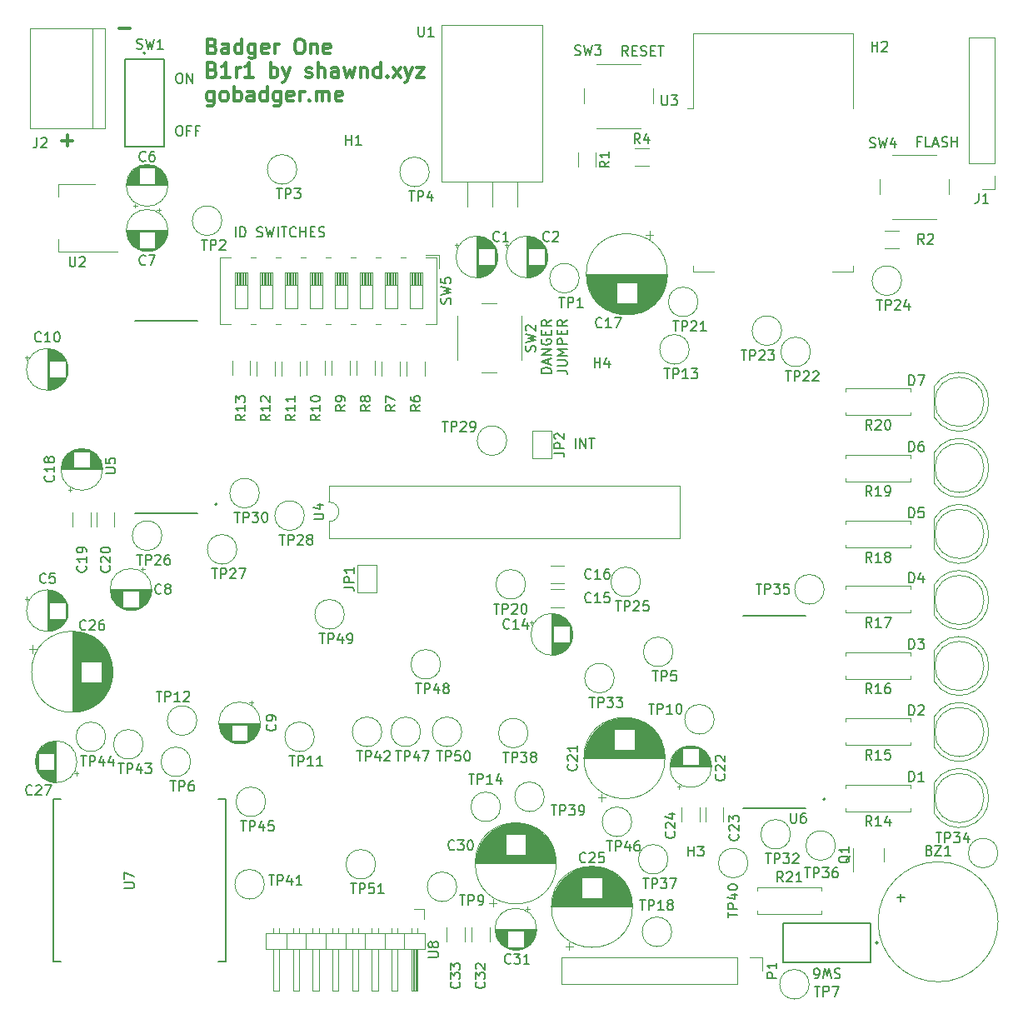
<source format=gbr>
%TF.GenerationSoftware,KiCad,Pcbnew,7.0.10*%
%TF.CreationDate,2024-02-21T03:28:03-08:00*%
%TF.ProjectId,b1,62312e6b-6963-4616-945f-706362585858,1*%
%TF.SameCoordinates,Original*%
%TF.FileFunction,Legend,Top*%
%TF.FilePolarity,Positive*%
%FSLAX46Y46*%
G04 Gerber Fmt 4.6, Leading zero omitted, Abs format (unit mm)*
G04 Created by KiCad (PCBNEW 7.0.10) date 2024-02-21 03:28:03*
%MOMM*%
%LPD*%
G01*
G04 APERTURE LIST*
%ADD10C,0.150000*%
%ADD11C,0.300000*%
%ADD12C,0.120000*%
%ADD13C,0.127000*%
%ADD14C,0.200000*%
G04 APERTURE END LIST*
D10*
X151466779Y-86864819D02*
X151466779Y-85864819D01*
X151942969Y-86864819D02*
X151942969Y-85864819D01*
X151942969Y-85864819D02*
X152514397Y-86864819D01*
X152514397Y-86864819D02*
X152514397Y-85864819D01*
X152847731Y-85864819D02*
X153419159Y-85864819D01*
X153133445Y-86864819D02*
X153133445Y-85864819D01*
D11*
X114592510Y-46001114D02*
X114806796Y-46072542D01*
X114806796Y-46072542D02*
X114878225Y-46143971D01*
X114878225Y-46143971D02*
X114949653Y-46286828D01*
X114949653Y-46286828D02*
X114949653Y-46501114D01*
X114949653Y-46501114D02*
X114878225Y-46643971D01*
X114878225Y-46643971D02*
X114806796Y-46715400D01*
X114806796Y-46715400D02*
X114663939Y-46786828D01*
X114663939Y-46786828D02*
X114092510Y-46786828D01*
X114092510Y-46786828D02*
X114092510Y-45286828D01*
X114092510Y-45286828D02*
X114592510Y-45286828D01*
X114592510Y-45286828D02*
X114735368Y-45358257D01*
X114735368Y-45358257D02*
X114806796Y-45429685D01*
X114806796Y-45429685D02*
X114878225Y-45572542D01*
X114878225Y-45572542D02*
X114878225Y-45715400D01*
X114878225Y-45715400D02*
X114806796Y-45858257D01*
X114806796Y-45858257D02*
X114735368Y-45929685D01*
X114735368Y-45929685D02*
X114592510Y-46001114D01*
X114592510Y-46001114D02*
X114092510Y-46001114D01*
X116235368Y-46786828D02*
X116235368Y-46001114D01*
X116235368Y-46001114D02*
X116163939Y-45858257D01*
X116163939Y-45858257D02*
X116021082Y-45786828D01*
X116021082Y-45786828D02*
X115735368Y-45786828D01*
X115735368Y-45786828D02*
X115592510Y-45858257D01*
X116235368Y-46715400D02*
X116092510Y-46786828D01*
X116092510Y-46786828D02*
X115735368Y-46786828D01*
X115735368Y-46786828D02*
X115592510Y-46715400D01*
X115592510Y-46715400D02*
X115521082Y-46572542D01*
X115521082Y-46572542D02*
X115521082Y-46429685D01*
X115521082Y-46429685D02*
X115592510Y-46286828D01*
X115592510Y-46286828D02*
X115735368Y-46215400D01*
X115735368Y-46215400D02*
X116092510Y-46215400D01*
X116092510Y-46215400D02*
X116235368Y-46143971D01*
X117592511Y-46786828D02*
X117592511Y-45286828D01*
X117592511Y-46715400D02*
X117449653Y-46786828D01*
X117449653Y-46786828D02*
X117163939Y-46786828D01*
X117163939Y-46786828D02*
X117021082Y-46715400D01*
X117021082Y-46715400D02*
X116949653Y-46643971D01*
X116949653Y-46643971D02*
X116878225Y-46501114D01*
X116878225Y-46501114D02*
X116878225Y-46072542D01*
X116878225Y-46072542D02*
X116949653Y-45929685D01*
X116949653Y-45929685D02*
X117021082Y-45858257D01*
X117021082Y-45858257D02*
X117163939Y-45786828D01*
X117163939Y-45786828D02*
X117449653Y-45786828D01*
X117449653Y-45786828D02*
X117592511Y-45858257D01*
X118949654Y-45786828D02*
X118949654Y-47001114D01*
X118949654Y-47001114D02*
X118878225Y-47143971D01*
X118878225Y-47143971D02*
X118806796Y-47215400D01*
X118806796Y-47215400D02*
X118663939Y-47286828D01*
X118663939Y-47286828D02*
X118449654Y-47286828D01*
X118449654Y-47286828D02*
X118306796Y-47215400D01*
X118949654Y-46715400D02*
X118806796Y-46786828D01*
X118806796Y-46786828D02*
X118521082Y-46786828D01*
X118521082Y-46786828D02*
X118378225Y-46715400D01*
X118378225Y-46715400D02*
X118306796Y-46643971D01*
X118306796Y-46643971D02*
X118235368Y-46501114D01*
X118235368Y-46501114D02*
X118235368Y-46072542D01*
X118235368Y-46072542D02*
X118306796Y-45929685D01*
X118306796Y-45929685D02*
X118378225Y-45858257D01*
X118378225Y-45858257D02*
X118521082Y-45786828D01*
X118521082Y-45786828D02*
X118806796Y-45786828D01*
X118806796Y-45786828D02*
X118949654Y-45858257D01*
X120235368Y-46715400D02*
X120092511Y-46786828D01*
X120092511Y-46786828D02*
X119806797Y-46786828D01*
X119806797Y-46786828D02*
X119663939Y-46715400D01*
X119663939Y-46715400D02*
X119592511Y-46572542D01*
X119592511Y-46572542D02*
X119592511Y-46001114D01*
X119592511Y-46001114D02*
X119663939Y-45858257D01*
X119663939Y-45858257D02*
X119806797Y-45786828D01*
X119806797Y-45786828D02*
X120092511Y-45786828D01*
X120092511Y-45786828D02*
X120235368Y-45858257D01*
X120235368Y-45858257D02*
X120306797Y-46001114D01*
X120306797Y-46001114D02*
X120306797Y-46143971D01*
X120306797Y-46143971D02*
X119592511Y-46286828D01*
X120949653Y-46786828D02*
X120949653Y-45786828D01*
X120949653Y-46072542D02*
X121021082Y-45929685D01*
X121021082Y-45929685D02*
X121092511Y-45858257D01*
X121092511Y-45858257D02*
X121235368Y-45786828D01*
X121235368Y-45786828D02*
X121378225Y-45786828D01*
X123306796Y-45286828D02*
X123592510Y-45286828D01*
X123592510Y-45286828D02*
X123735367Y-45358257D01*
X123735367Y-45358257D02*
X123878224Y-45501114D01*
X123878224Y-45501114D02*
X123949653Y-45786828D01*
X123949653Y-45786828D02*
X123949653Y-46286828D01*
X123949653Y-46286828D02*
X123878224Y-46572542D01*
X123878224Y-46572542D02*
X123735367Y-46715400D01*
X123735367Y-46715400D02*
X123592510Y-46786828D01*
X123592510Y-46786828D02*
X123306796Y-46786828D01*
X123306796Y-46786828D02*
X123163939Y-46715400D01*
X123163939Y-46715400D02*
X123021081Y-46572542D01*
X123021081Y-46572542D02*
X122949653Y-46286828D01*
X122949653Y-46286828D02*
X122949653Y-45786828D01*
X122949653Y-45786828D02*
X123021081Y-45501114D01*
X123021081Y-45501114D02*
X123163939Y-45358257D01*
X123163939Y-45358257D02*
X123306796Y-45286828D01*
X124592510Y-45786828D02*
X124592510Y-46786828D01*
X124592510Y-45929685D02*
X124663939Y-45858257D01*
X124663939Y-45858257D02*
X124806796Y-45786828D01*
X124806796Y-45786828D02*
X125021082Y-45786828D01*
X125021082Y-45786828D02*
X125163939Y-45858257D01*
X125163939Y-45858257D02*
X125235368Y-46001114D01*
X125235368Y-46001114D02*
X125235368Y-46786828D01*
X126521082Y-46715400D02*
X126378225Y-46786828D01*
X126378225Y-46786828D02*
X126092511Y-46786828D01*
X126092511Y-46786828D02*
X125949653Y-46715400D01*
X125949653Y-46715400D02*
X125878225Y-46572542D01*
X125878225Y-46572542D02*
X125878225Y-46001114D01*
X125878225Y-46001114D02*
X125949653Y-45858257D01*
X125949653Y-45858257D02*
X126092511Y-45786828D01*
X126092511Y-45786828D02*
X126378225Y-45786828D01*
X126378225Y-45786828D02*
X126521082Y-45858257D01*
X126521082Y-45858257D02*
X126592511Y-46001114D01*
X126592511Y-46001114D02*
X126592511Y-46143971D01*
X126592511Y-46143971D02*
X125878225Y-46286828D01*
X114592510Y-48416114D02*
X114806796Y-48487542D01*
X114806796Y-48487542D02*
X114878225Y-48558971D01*
X114878225Y-48558971D02*
X114949653Y-48701828D01*
X114949653Y-48701828D02*
X114949653Y-48916114D01*
X114949653Y-48916114D02*
X114878225Y-49058971D01*
X114878225Y-49058971D02*
X114806796Y-49130400D01*
X114806796Y-49130400D02*
X114663939Y-49201828D01*
X114663939Y-49201828D02*
X114092510Y-49201828D01*
X114092510Y-49201828D02*
X114092510Y-47701828D01*
X114092510Y-47701828D02*
X114592510Y-47701828D01*
X114592510Y-47701828D02*
X114735368Y-47773257D01*
X114735368Y-47773257D02*
X114806796Y-47844685D01*
X114806796Y-47844685D02*
X114878225Y-47987542D01*
X114878225Y-47987542D02*
X114878225Y-48130400D01*
X114878225Y-48130400D02*
X114806796Y-48273257D01*
X114806796Y-48273257D02*
X114735368Y-48344685D01*
X114735368Y-48344685D02*
X114592510Y-48416114D01*
X114592510Y-48416114D02*
X114092510Y-48416114D01*
X116378225Y-49201828D02*
X115521082Y-49201828D01*
X115949653Y-49201828D02*
X115949653Y-47701828D01*
X115949653Y-47701828D02*
X115806796Y-47916114D01*
X115806796Y-47916114D02*
X115663939Y-48058971D01*
X115663939Y-48058971D02*
X115521082Y-48130400D01*
X117021081Y-49201828D02*
X117021081Y-48201828D01*
X117021081Y-48487542D02*
X117092510Y-48344685D01*
X117092510Y-48344685D02*
X117163939Y-48273257D01*
X117163939Y-48273257D02*
X117306796Y-48201828D01*
X117306796Y-48201828D02*
X117449653Y-48201828D01*
X118735367Y-49201828D02*
X117878224Y-49201828D01*
X118306795Y-49201828D02*
X118306795Y-47701828D01*
X118306795Y-47701828D02*
X118163938Y-47916114D01*
X118163938Y-47916114D02*
X118021081Y-48058971D01*
X118021081Y-48058971D02*
X117878224Y-48130400D01*
X120521080Y-49201828D02*
X120521080Y-47701828D01*
X120521080Y-48273257D02*
X120663938Y-48201828D01*
X120663938Y-48201828D02*
X120949652Y-48201828D01*
X120949652Y-48201828D02*
X121092509Y-48273257D01*
X121092509Y-48273257D02*
X121163938Y-48344685D01*
X121163938Y-48344685D02*
X121235366Y-48487542D01*
X121235366Y-48487542D02*
X121235366Y-48916114D01*
X121235366Y-48916114D02*
X121163938Y-49058971D01*
X121163938Y-49058971D02*
X121092509Y-49130400D01*
X121092509Y-49130400D02*
X120949652Y-49201828D01*
X120949652Y-49201828D02*
X120663938Y-49201828D01*
X120663938Y-49201828D02*
X120521080Y-49130400D01*
X121735366Y-48201828D02*
X122092509Y-49201828D01*
X122449652Y-48201828D02*
X122092509Y-49201828D01*
X122092509Y-49201828D02*
X121949652Y-49558971D01*
X121949652Y-49558971D02*
X121878223Y-49630400D01*
X121878223Y-49630400D02*
X121735366Y-49701828D01*
X124092509Y-49130400D02*
X124235366Y-49201828D01*
X124235366Y-49201828D02*
X124521080Y-49201828D01*
X124521080Y-49201828D02*
X124663937Y-49130400D01*
X124663937Y-49130400D02*
X124735366Y-48987542D01*
X124735366Y-48987542D02*
X124735366Y-48916114D01*
X124735366Y-48916114D02*
X124663937Y-48773257D01*
X124663937Y-48773257D02*
X124521080Y-48701828D01*
X124521080Y-48701828D02*
X124306795Y-48701828D01*
X124306795Y-48701828D02*
X124163937Y-48630400D01*
X124163937Y-48630400D02*
X124092509Y-48487542D01*
X124092509Y-48487542D02*
X124092509Y-48416114D01*
X124092509Y-48416114D02*
X124163937Y-48273257D01*
X124163937Y-48273257D02*
X124306795Y-48201828D01*
X124306795Y-48201828D02*
X124521080Y-48201828D01*
X124521080Y-48201828D02*
X124663937Y-48273257D01*
X125378223Y-49201828D02*
X125378223Y-47701828D01*
X126021081Y-49201828D02*
X126021081Y-48416114D01*
X126021081Y-48416114D02*
X125949652Y-48273257D01*
X125949652Y-48273257D02*
X125806795Y-48201828D01*
X125806795Y-48201828D02*
X125592509Y-48201828D01*
X125592509Y-48201828D02*
X125449652Y-48273257D01*
X125449652Y-48273257D02*
X125378223Y-48344685D01*
X127378224Y-49201828D02*
X127378224Y-48416114D01*
X127378224Y-48416114D02*
X127306795Y-48273257D01*
X127306795Y-48273257D02*
X127163938Y-48201828D01*
X127163938Y-48201828D02*
X126878224Y-48201828D01*
X126878224Y-48201828D02*
X126735366Y-48273257D01*
X127378224Y-49130400D02*
X127235366Y-49201828D01*
X127235366Y-49201828D02*
X126878224Y-49201828D01*
X126878224Y-49201828D02*
X126735366Y-49130400D01*
X126735366Y-49130400D02*
X126663938Y-48987542D01*
X126663938Y-48987542D02*
X126663938Y-48844685D01*
X126663938Y-48844685D02*
X126735366Y-48701828D01*
X126735366Y-48701828D02*
X126878224Y-48630400D01*
X126878224Y-48630400D02*
X127235366Y-48630400D01*
X127235366Y-48630400D02*
X127378224Y-48558971D01*
X127949652Y-48201828D02*
X128235367Y-49201828D01*
X128235367Y-49201828D02*
X128521081Y-48487542D01*
X128521081Y-48487542D02*
X128806795Y-49201828D01*
X128806795Y-49201828D02*
X129092509Y-48201828D01*
X129663938Y-48201828D02*
X129663938Y-49201828D01*
X129663938Y-48344685D02*
X129735367Y-48273257D01*
X129735367Y-48273257D02*
X129878224Y-48201828D01*
X129878224Y-48201828D02*
X130092510Y-48201828D01*
X130092510Y-48201828D02*
X130235367Y-48273257D01*
X130235367Y-48273257D02*
X130306796Y-48416114D01*
X130306796Y-48416114D02*
X130306796Y-49201828D01*
X131663939Y-49201828D02*
X131663939Y-47701828D01*
X131663939Y-49130400D02*
X131521081Y-49201828D01*
X131521081Y-49201828D02*
X131235367Y-49201828D01*
X131235367Y-49201828D02*
X131092510Y-49130400D01*
X131092510Y-49130400D02*
X131021081Y-49058971D01*
X131021081Y-49058971D02*
X130949653Y-48916114D01*
X130949653Y-48916114D02*
X130949653Y-48487542D01*
X130949653Y-48487542D02*
X131021081Y-48344685D01*
X131021081Y-48344685D02*
X131092510Y-48273257D01*
X131092510Y-48273257D02*
X131235367Y-48201828D01*
X131235367Y-48201828D02*
X131521081Y-48201828D01*
X131521081Y-48201828D02*
X131663939Y-48273257D01*
X132378224Y-49058971D02*
X132449653Y-49130400D01*
X132449653Y-49130400D02*
X132378224Y-49201828D01*
X132378224Y-49201828D02*
X132306796Y-49130400D01*
X132306796Y-49130400D02*
X132378224Y-49058971D01*
X132378224Y-49058971D02*
X132378224Y-49201828D01*
X132949653Y-49201828D02*
X133735368Y-48201828D01*
X132949653Y-48201828D02*
X133735368Y-49201828D01*
X134163939Y-48201828D02*
X134521082Y-49201828D01*
X134878225Y-48201828D02*
X134521082Y-49201828D01*
X134521082Y-49201828D02*
X134378225Y-49558971D01*
X134378225Y-49558971D02*
X134306796Y-49630400D01*
X134306796Y-49630400D02*
X134163939Y-49701828D01*
X135306796Y-48201828D02*
X136092511Y-48201828D01*
X136092511Y-48201828D02*
X135306796Y-49201828D01*
X135306796Y-49201828D02*
X136092511Y-49201828D01*
X114735368Y-50616828D02*
X114735368Y-51831114D01*
X114735368Y-51831114D02*
X114663939Y-51973971D01*
X114663939Y-51973971D02*
X114592510Y-52045400D01*
X114592510Y-52045400D02*
X114449653Y-52116828D01*
X114449653Y-52116828D02*
X114235368Y-52116828D01*
X114235368Y-52116828D02*
X114092510Y-52045400D01*
X114735368Y-51545400D02*
X114592510Y-51616828D01*
X114592510Y-51616828D02*
X114306796Y-51616828D01*
X114306796Y-51616828D02*
X114163939Y-51545400D01*
X114163939Y-51545400D02*
X114092510Y-51473971D01*
X114092510Y-51473971D02*
X114021082Y-51331114D01*
X114021082Y-51331114D02*
X114021082Y-50902542D01*
X114021082Y-50902542D02*
X114092510Y-50759685D01*
X114092510Y-50759685D02*
X114163939Y-50688257D01*
X114163939Y-50688257D02*
X114306796Y-50616828D01*
X114306796Y-50616828D02*
X114592510Y-50616828D01*
X114592510Y-50616828D02*
X114735368Y-50688257D01*
X115663939Y-51616828D02*
X115521082Y-51545400D01*
X115521082Y-51545400D02*
X115449653Y-51473971D01*
X115449653Y-51473971D02*
X115378225Y-51331114D01*
X115378225Y-51331114D02*
X115378225Y-50902542D01*
X115378225Y-50902542D02*
X115449653Y-50759685D01*
X115449653Y-50759685D02*
X115521082Y-50688257D01*
X115521082Y-50688257D02*
X115663939Y-50616828D01*
X115663939Y-50616828D02*
X115878225Y-50616828D01*
X115878225Y-50616828D02*
X116021082Y-50688257D01*
X116021082Y-50688257D02*
X116092511Y-50759685D01*
X116092511Y-50759685D02*
X116163939Y-50902542D01*
X116163939Y-50902542D02*
X116163939Y-51331114D01*
X116163939Y-51331114D02*
X116092511Y-51473971D01*
X116092511Y-51473971D02*
X116021082Y-51545400D01*
X116021082Y-51545400D02*
X115878225Y-51616828D01*
X115878225Y-51616828D02*
X115663939Y-51616828D01*
X116806796Y-51616828D02*
X116806796Y-50116828D01*
X116806796Y-50688257D02*
X116949654Y-50616828D01*
X116949654Y-50616828D02*
X117235368Y-50616828D01*
X117235368Y-50616828D02*
X117378225Y-50688257D01*
X117378225Y-50688257D02*
X117449654Y-50759685D01*
X117449654Y-50759685D02*
X117521082Y-50902542D01*
X117521082Y-50902542D02*
X117521082Y-51331114D01*
X117521082Y-51331114D02*
X117449654Y-51473971D01*
X117449654Y-51473971D02*
X117378225Y-51545400D01*
X117378225Y-51545400D02*
X117235368Y-51616828D01*
X117235368Y-51616828D02*
X116949654Y-51616828D01*
X116949654Y-51616828D02*
X116806796Y-51545400D01*
X118806797Y-51616828D02*
X118806797Y-50831114D01*
X118806797Y-50831114D02*
X118735368Y-50688257D01*
X118735368Y-50688257D02*
X118592511Y-50616828D01*
X118592511Y-50616828D02*
X118306797Y-50616828D01*
X118306797Y-50616828D02*
X118163939Y-50688257D01*
X118806797Y-51545400D02*
X118663939Y-51616828D01*
X118663939Y-51616828D02*
X118306797Y-51616828D01*
X118306797Y-51616828D02*
X118163939Y-51545400D01*
X118163939Y-51545400D02*
X118092511Y-51402542D01*
X118092511Y-51402542D02*
X118092511Y-51259685D01*
X118092511Y-51259685D02*
X118163939Y-51116828D01*
X118163939Y-51116828D02*
X118306797Y-51045400D01*
X118306797Y-51045400D02*
X118663939Y-51045400D01*
X118663939Y-51045400D02*
X118806797Y-50973971D01*
X120163940Y-51616828D02*
X120163940Y-50116828D01*
X120163940Y-51545400D02*
X120021082Y-51616828D01*
X120021082Y-51616828D02*
X119735368Y-51616828D01*
X119735368Y-51616828D02*
X119592511Y-51545400D01*
X119592511Y-51545400D02*
X119521082Y-51473971D01*
X119521082Y-51473971D02*
X119449654Y-51331114D01*
X119449654Y-51331114D02*
X119449654Y-50902542D01*
X119449654Y-50902542D02*
X119521082Y-50759685D01*
X119521082Y-50759685D02*
X119592511Y-50688257D01*
X119592511Y-50688257D02*
X119735368Y-50616828D01*
X119735368Y-50616828D02*
X120021082Y-50616828D01*
X120021082Y-50616828D02*
X120163940Y-50688257D01*
X121521083Y-50616828D02*
X121521083Y-51831114D01*
X121521083Y-51831114D02*
X121449654Y-51973971D01*
X121449654Y-51973971D02*
X121378225Y-52045400D01*
X121378225Y-52045400D02*
X121235368Y-52116828D01*
X121235368Y-52116828D02*
X121021083Y-52116828D01*
X121021083Y-52116828D02*
X120878225Y-52045400D01*
X121521083Y-51545400D02*
X121378225Y-51616828D01*
X121378225Y-51616828D02*
X121092511Y-51616828D01*
X121092511Y-51616828D02*
X120949654Y-51545400D01*
X120949654Y-51545400D02*
X120878225Y-51473971D01*
X120878225Y-51473971D02*
X120806797Y-51331114D01*
X120806797Y-51331114D02*
X120806797Y-50902542D01*
X120806797Y-50902542D02*
X120878225Y-50759685D01*
X120878225Y-50759685D02*
X120949654Y-50688257D01*
X120949654Y-50688257D02*
X121092511Y-50616828D01*
X121092511Y-50616828D02*
X121378225Y-50616828D01*
X121378225Y-50616828D02*
X121521083Y-50688257D01*
X122806797Y-51545400D02*
X122663940Y-51616828D01*
X122663940Y-51616828D02*
X122378226Y-51616828D01*
X122378226Y-51616828D02*
X122235368Y-51545400D01*
X122235368Y-51545400D02*
X122163940Y-51402542D01*
X122163940Y-51402542D02*
X122163940Y-50831114D01*
X122163940Y-50831114D02*
X122235368Y-50688257D01*
X122235368Y-50688257D02*
X122378226Y-50616828D01*
X122378226Y-50616828D02*
X122663940Y-50616828D01*
X122663940Y-50616828D02*
X122806797Y-50688257D01*
X122806797Y-50688257D02*
X122878226Y-50831114D01*
X122878226Y-50831114D02*
X122878226Y-50973971D01*
X122878226Y-50973971D02*
X122163940Y-51116828D01*
X123521082Y-51616828D02*
X123521082Y-50616828D01*
X123521082Y-50902542D02*
X123592511Y-50759685D01*
X123592511Y-50759685D02*
X123663940Y-50688257D01*
X123663940Y-50688257D02*
X123806797Y-50616828D01*
X123806797Y-50616828D02*
X123949654Y-50616828D01*
X124449653Y-51473971D02*
X124521082Y-51545400D01*
X124521082Y-51545400D02*
X124449653Y-51616828D01*
X124449653Y-51616828D02*
X124378225Y-51545400D01*
X124378225Y-51545400D02*
X124449653Y-51473971D01*
X124449653Y-51473971D02*
X124449653Y-51616828D01*
X125163939Y-51616828D02*
X125163939Y-50616828D01*
X125163939Y-50759685D02*
X125235368Y-50688257D01*
X125235368Y-50688257D02*
X125378225Y-50616828D01*
X125378225Y-50616828D02*
X125592511Y-50616828D01*
X125592511Y-50616828D02*
X125735368Y-50688257D01*
X125735368Y-50688257D02*
X125806797Y-50831114D01*
X125806797Y-50831114D02*
X125806797Y-51616828D01*
X125806797Y-50831114D02*
X125878225Y-50688257D01*
X125878225Y-50688257D02*
X126021082Y-50616828D01*
X126021082Y-50616828D02*
X126235368Y-50616828D01*
X126235368Y-50616828D02*
X126378225Y-50688257D01*
X126378225Y-50688257D02*
X126449654Y-50831114D01*
X126449654Y-50831114D02*
X126449654Y-51616828D01*
X127735368Y-51545400D02*
X127592511Y-51616828D01*
X127592511Y-51616828D02*
X127306797Y-51616828D01*
X127306797Y-51616828D02*
X127163939Y-51545400D01*
X127163939Y-51545400D02*
X127092511Y-51402542D01*
X127092511Y-51402542D02*
X127092511Y-50831114D01*
X127092511Y-50831114D02*
X127163939Y-50688257D01*
X127163939Y-50688257D02*
X127306797Y-50616828D01*
X127306797Y-50616828D02*
X127592511Y-50616828D01*
X127592511Y-50616828D02*
X127735368Y-50688257D01*
X127735368Y-50688257D02*
X127806797Y-50831114D01*
X127806797Y-50831114D02*
X127806797Y-50973971D01*
X127806797Y-50973971D02*
X127092511Y-51116828D01*
D10*
X116922779Y-65401819D02*
X116922779Y-64401819D01*
X117398969Y-65401819D02*
X117398969Y-64401819D01*
X117398969Y-64401819D02*
X117637064Y-64401819D01*
X117637064Y-64401819D02*
X117779921Y-64449438D01*
X117779921Y-64449438D02*
X117875159Y-64544676D01*
X117875159Y-64544676D02*
X117922778Y-64639914D01*
X117922778Y-64639914D02*
X117970397Y-64830390D01*
X117970397Y-64830390D02*
X117970397Y-64973247D01*
X117970397Y-64973247D02*
X117922778Y-65163723D01*
X117922778Y-65163723D02*
X117875159Y-65258961D01*
X117875159Y-65258961D02*
X117779921Y-65354200D01*
X117779921Y-65354200D02*
X117637064Y-65401819D01*
X117637064Y-65401819D02*
X117398969Y-65401819D01*
X119113255Y-65354200D02*
X119256112Y-65401819D01*
X119256112Y-65401819D02*
X119494207Y-65401819D01*
X119494207Y-65401819D02*
X119589445Y-65354200D01*
X119589445Y-65354200D02*
X119637064Y-65306580D01*
X119637064Y-65306580D02*
X119684683Y-65211342D01*
X119684683Y-65211342D02*
X119684683Y-65116104D01*
X119684683Y-65116104D02*
X119637064Y-65020866D01*
X119637064Y-65020866D02*
X119589445Y-64973247D01*
X119589445Y-64973247D02*
X119494207Y-64925628D01*
X119494207Y-64925628D02*
X119303731Y-64878009D01*
X119303731Y-64878009D02*
X119208493Y-64830390D01*
X119208493Y-64830390D02*
X119160874Y-64782771D01*
X119160874Y-64782771D02*
X119113255Y-64687533D01*
X119113255Y-64687533D02*
X119113255Y-64592295D01*
X119113255Y-64592295D02*
X119160874Y-64497057D01*
X119160874Y-64497057D02*
X119208493Y-64449438D01*
X119208493Y-64449438D02*
X119303731Y-64401819D01*
X119303731Y-64401819D02*
X119541826Y-64401819D01*
X119541826Y-64401819D02*
X119684683Y-64449438D01*
X120018017Y-64401819D02*
X120256112Y-65401819D01*
X120256112Y-65401819D02*
X120446588Y-64687533D01*
X120446588Y-64687533D02*
X120637064Y-65401819D01*
X120637064Y-65401819D02*
X120875160Y-64401819D01*
X121256112Y-65401819D02*
X121256112Y-64401819D01*
X121589445Y-64401819D02*
X122160873Y-64401819D01*
X121875159Y-65401819D02*
X121875159Y-64401819D01*
X123065635Y-65306580D02*
X123018016Y-65354200D01*
X123018016Y-65354200D02*
X122875159Y-65401819D01*
X122875159Y-65401819D02*
X122779921Y-65401819D01*
X122779921Y-65401819D02*
X122637064Y-65354200D01*
X122637064Y-65354200D02*
X122541826Y-65258961D01*
X122541826Y-65258961D02*
X122494207Y-65163723D01*
X122494207Y-65163723D02*
X122446588Y-64973247D01*
X122446588Y-64973247D02*
X122446588Y-64830390D01*
X122446588Y-64830390D02*
X122494207Y-64639914D01*
X122494207Y-64639914D02*
X122541826Y-64544676D01*
X122541826Y-64544676D02*
X122637064Y-64449438D01*
X122637064Y-64449438D02*
X122779921Y-64401819D01*
X122779921Y-64401819D02*
X122875159Y-64401819D01*
X122875159Y-64401819D02*
X123018016Y-64449438D01*
X123018016Y-64449438D02*
X123065635Y-64497057D01*
X123494207Y-65401819D02*
X123494207Y-64401819D01*
X123494207Y-64878009D02*
X124065635Y-64878009D01*
X124065635Y-65401819D02*
X124065635Y-64401819D01*
X124541826Y-64878009D02*
X124875159Y-64878009D01*
X125018016Y-65401819D02*
X124541826Y-65401819D01*
X124541826Y-65401819D02*
X124541826Y-64401819D01*
X124541826Y-64401819D02*
X125018016Y-64401819D01*
X125398969Y-65354200D02*
X125541826Y-65401819D01*
X125541826Y-65401819D02*
X125779921Y-65401819D01*
X125779921Y-65401819D02*
X125875159Y-65354200D01*
X125875159Y-65354200D02*
X125922778Y-65306580D01*
X125922778Y-65306580D02*
X125970397Y-65211342D01*
X125970397Y-65211342D02*
X125970397Y-65116104D01*
X125970397Y-65116104D02*
X125922778Y-65020866D01*
X125922778Y-65020866D02*
X125875159Y-64973247D01*
X125875159Y-64973247D02*
X125779921Y-64925628D01*
X125779921Y-64925628D02*
X125589445Y-64878009D01*
X125589445Y-64878009D02*
X125494207Y-64830390D01*
X125494207Y-64830390D02*
X125446588Y-64782771D01*
X125446588Y-64782771D02*
X125398969Y-64687533D01*
X125398969Y-64687533D02*
X125398969Y-64592295D01*
X125398969Y-64592295D02*
X125446588Y-64497057D01*
X125446588Y-64497057D02*
X125494207Y-64449438D01*
X125494207Y-64449438D02*
X125589445Y-64401819D01*
X125589445Y-64401819D02*
X125827540Y-64401819D01*
X125827540Y-64401819D02*
X125970397Y-64449438D01*
X149008819Y-79247666D02*
X148008819Y-79247666D01*
X148008819Y-79247666D02*
X148008819Y-79009571D01*
X148008819Y-79009571D02*
X148056438Y-78866714D01*
X148056438Y-78866714D02*
X148151676Y-78771476D01*
X148151676Y-78771476D02*
X148246914Y-78723857D01*
X148246914Y-78723857D02*
X148437390Y-78676238D01*
X148437390Y-78676238D02*
X148580247Y-78676238D01*
X148580247Y-78676238D02*
X148770723Y-78723857D01*
X148770723Y-78723857D02*
X148865961Y-78771476D01*
X148865961Y-78771476D02*
X148961200Y-78866714D01*
X148961200Y-78866714D02*
X149008819Y-79009571D01*
X149008819Y-79009571D02*
X149008819Y-79247666D01*
X148723104Y-78295285D02*
X148723104Y-77819095D01*
X149008819Y-78390523D02*
X148008819Y-78057190D01*
X148008819Y-78057190D02*
X149008819Y-77723857D01*
X149008819Y-77390523D02*
X148008819Y-77390523D01*
X148008819Y-77390523D02*
X149008819Y-76819095D01*
X149008819Y-76819095D02*
X148008819Y-76819095D01*
X148056438Y-75819095D02*
X148008819Y-75914333D01*
X148008819Y-75914333D02*
X148008819Y-76057190D01*
X148008819Y-76057190D02*
X148056438Y-76200047D01*
X148056438Y-76200047D02*
X148151676Y-76295285D01*
X148151676Y-76295285D02*
X148246914Y-76342904D01*
X148246914Y-76342904D02*
X148437390Y-76390523D01*
X148437390Y-76390523D02*
X148580247Y-76390523D01*
X148580247Y-76390523D02*
X148770723Y-76342904D01*
X148770723Y-76342904D02*
X148865961Y-76295285D01*
X148865961Y-76295285D02*
X148961200Y-76200047D01*
X148961200Y-76200047D02*
X149008819Y-76057190D01*
X149008819Y-76057190D02*
X149008819Y-75961952D01*
X149008819Y-75961952D02*
X148961200Y-75819095D01*
X148961200Y-75819095D02*
X148913580Y-75771476D01*
X148913580Y-75771476D02*
X148580247Y-75771476D01*
X148580247Y-75771476D02*
X148580247Y-75961952D01*
X148485009Y-75342904D02*
X148485009Y-75009571D01*
X149008819Y-74866714D02*
X149008819Y-75342904D01*
X149008819Y-75342904D02*
X148008819Y-75342904D01*
X148008819Y-75342904D02*
X148008819Y-74866714D01*
X149008819Y-73866714D02*
X148532628Y-74200047D01*
X149008819Y-74438142D02*
X148008819Y-74438142D01*
X148008819Y-74438142D02*
X148008819Y-74057190D01*
X148008819Y-74057190D02*
X148056438Y-73961952D01*
X148056438Y-73961952D02*
X148104057Y-73914333D01*
X148104057Y-73914333D02*
X148199295Y-73866714D01*
X148199295Y-73866714D02*
X148342152Y-73866714D01*
X148342152Y-73866714D02*
X148437390Y-73914333D01*
X148437390Y-73914333D02*
X148485009Y-73961952D01*
X148485009Y-73961952D02*
X148532628Y-74057190D01*
X148532628Y-74057190D02*
X148532628Y-74438142D01*
X149618819Y-78985761D02*
X150333104Y-78985761D01*
X150333104Y-78985761D02*
X150475961Y-79033380D01*
X150475961Y-79033380D02*
X150571200Y-79128618D01*
X150571200Y-79128618D02*
X150618819Y-79271475D01*
X150618819Y-79271475D02*
X150618819Y-79366713D01*
X149618819Y-78509570D02*
X150428342Y-78509570D01*
X150428342Y-78509570D02*
X150523580Y-78461951D01*
X150523580Y-78461951D02*
X150571200Y-78414332D01*
X150571200Y-78414332D02*
X150618819Y-78319094D01*
X150618819Y-78319094D02*
X150618819Y-78128618D01*
X150618819Y-78128618D02*
X150571200Y-78033380D01*
X150571200Y-78033380D02*
X150523580Y-77985761D01*
X150523580Y-77985761D02*
X150428342Y-77938142D01*
X150428342Y-77938142D02*
X149618819Y-77938142D01*
X150618819Y-77461951D02*
X149618819Y-77461951D01*
X149618819Y-77461951D02*
X150333104Y-77128618D01*
X150333104Y-77128618D02*
X149618819Y-76795285D01*
X149618819Y-76795285D02*
X150618819Y-76795285D01*
X150618819Y-76319094D02*
X149618819Y-76319094D01*
X149618819Y-76319094D02*
X149618819Y-75938142D01*
X149618819Y-75938142D02*
X149666438Y-75842904D01*
X149666438Y-75842904D02*
X149714057Y-75795285D01*
X149714057Y-75795285D02*
X149809295Y-75747666D01*
X149809295Y-75747666D02*
X149952152Y-75747666D01*
X149952152Y-75747666D02*
X150047390Y-75795285D01*
X150047390Y-75795285D02*
X150095009Y-75842904D01*
X150095009Y-75842904D02*
X150142628Y-75938142D01*
X150142628Y-75938142D02*
X150142628Y-76319094D01*
X150095009Y-75319094D02*
X150095009Y-74985761D01*
X150618819Y-74842904D02*
X150618819Y-75319094D01*
X150618819Y-75319094D02*
X149618819Y-75319094D01*
X149618819Y-75319094D02*
X149618819Y-74842904D01*
X150618819Y-73842904D02*
X150142628Y-74176237D01*
X150618819Y-74414332D02*
X149618819Y-74414332D01*
X149618819Y-74414332D02*
X149618819Y-74033380D01*
X149618819Y-74033380D02*
X149666438Y-73938142D01*
X149666438Y-73938142D02*
X149714057Y-73890523D01*
X149714057Y-73890523D02*
X149809295Y-73842904D01*
X149809295Y-73842904D02*
X149952152Y-73842904D01*
X149952152Y-73842904D02*
X150047390Y-73890523D01*
X150047390Y-73890523D02*
X150095009Y-73938142D01*
X150095009Y-73938142D02*
X150142628Y-74033380D01*
X150142628Y-74033380D02*
X150142628Y-74414332D01*
X186575934Y-55734009D02*
X186242601Y-55734009D01*
X186242601Y-56257819D02*
X186242601Y-55257819D01*
X186242601Y-55257819D02*
X186718791Y-55257819D01*
X187575934Y-56257819D02*
X187099744Y-56257819D01*
X187099744Y-56257819D02*
X187099744Y-55257819D01*
X187861649Y-55972104D02*
X188337839Y-55972104D01*
X187766411Y-56257819D02*
X188099744Y-55257819D01*
X188099744Y-55257819D02*
X188433077Y-56257819D01*
X188718792Y-56210200D02*
X188861649Y-56257819D01*
X188861649Y-56257819D02*
X189099744Y-56257819D01*
X189099744Y-56257819D02*
X189194982Y-56210200D01*
X189194982Y-56210200D02*
X189242601Y-56162580D01*
X189242601Y-56162580D02*
X189290220Y-56067342D01*
X189290220Y-56067342D02*
X189290220Y-55972104D01*
X189290220Y-55972104D02*
X189242601Y-55876866D01*
X189242601Y-55876866D02*
X189194982Y-55829247D01*
X189194982Y-55829247D02*
X189099744Y-55781628D01*
X189099744Y-55781628D02*
X188909268Y-55734009D01*
X188909268Y-55734009D02*
X188814030Y-55686390D01*
X188814030Y-55686390D02*
X188766411Y-55638771D01*
X188766411Y-55638771D02*
X188718792Y-55543533D01*
X188718792Y-55543533D02*
X188718792Y-55448295D01*
X188718792Y-55448295D02*
X188766411Y-55353057D01*
X188766411Y-55353057D02*
X188814030Y-55305438D01*
X188814030Y-55305438D02*
X188909268Y-55257819D01*
X188909268Y-55257819D02*
X189147363Y-55257819D01*
X189147363Y-55257819D02*
X189290220Y-55305438D01*
X189718792Y-56257819D02*
X189718792Y-55257819D01*
X189718792Y-55734009D02*
X190290220Y-55734009D01*
X190290220Y-56257819D02*
X190290220Y-55257819D01*
X156842029Y-46986819D02*
X156508696Y-46510628D01*
X156270601Y-46986819D02*
X156270601Y-45986819D01*
X156270601Y-45986819D02*
X156651553Y-45986819D01*
X156651553Y-45986819D02*
X156746791Y-46034438D01*
X156746791Y-46034438D02*
X156794410Y-46082057D01*
X156794410Y-46082057D02*
X156842029Y-46177295D01*
X156842029Y-46177295D02*
X156842029Y-46320152D01*
X156842029Y-46320152D02*
X156794410Y-46415390D01*
X156794410Y-46415390D02*
X156746791Y-46463009D01*
X156746791Y-46463009D02*
X156651553Y-46510628D01*
X156651553Y-46510628D02*
X156270601Y-46510628D01*
X157270601Y-46463009D02*
X157603934Y-46463009D01*
X157746791Y-46986819D02*
X157270601Y-46986819D01*
X157270601Y-46986819D02*
X157270601Y-45986819D01*
X157270601Y-45986819D02*
X157746791Y-45986819D01*
X158127744Y-46939200D02*
X158270601Y-46986819D01*
X158270601Y-46986819D02*
X158508696Y-46986819D01*
X158508696Y-46986819D02*
X158603934Y-46939200D01*
X158603934Y-46939200D02*
X158651553Y-46891580D01*
X158651553Y-46891580D02*
X158699172Y-46796342D01*
X158699172Y-46796342D02*
X158699172Y-46701104D01*
X158699172Y-46701104D02*
X158651553Y-46605866D01*
X158651553Y-46605866D02*
X158603934Y-46558247D01*
X158603934Y-46558247D02*
X158508696Y-46510628D01*
X158508696Y-46510628D02*
X158318220Y-46463009D01*
X158318220Y-46463009D02*
X158222982Y-46415390D01*
X158222982Y-46415390D02*
X158175363Y-46367771D01*
X158175363Y-46367771D02*
X158127744Y-46272533D01*
X158127744Y-46272533D02*
X158127744Y-46177295D01*
X158127744Y-46177295D02*
X158175363Y-46082057D01*
X158175363Y-46082057D02*
X158222982Y-46034438D01*
X158222982Y-46034438D02*
X158318220Y-45986819D01*
X158318220Y-45986819D02*
X158556315Y-45986819D01*
X158556315Y-45986819D02*
X158699172Y-46034438D01*
X159127744Y-46463009D02*
X159461077Y-46463009D01*
X159603934Y-46986819D02*
X159127744Y-46986819D01*
X159127744Y-46986819D02*
X159127744Y-45986819D01*
X159127744Y-45986819D02*
X159603934Y-45986819D01*
X159889649Y-45986819D02*
X160461077Y-45986819D01*
X160175363Y-46986819D02*
X160175363Y-45986819D01*
X111144255Y-54114819D02*
X111334731Y-54114819D01*
X111334731Y-54114819D02*
X111429969Y-54162438D01*
X111429969Y-54162438D02*
X111525207Y-54257676D01*
X111525207Y-54257676D02*
X111572826Y-54448152D01*
X111572826Y-54448152D02*
X111572826Y-54781485D01*
X111572826Y-54781485D02*
X111525207Y-54971961D01*
X111525207Y-54971961D02*
X111429969Y-55067200D01*
X111429969Y-55067200D02*
X111334731Y-55114819D01*
X111334731Y-55114819D02*
X111144255Y-55114819D01*
X111144255Y-55114819D02*
X111049017Y-55067200D01*
X111049017Y-55067200D02*
X110953779Y-54971961D01*
X110953779Y-54971961D02*
X110906160Y-54781485D01*
X110906160Y-54781485D02*
X110906160Y-54448152D01*
X110906160Y-54448152D02*
X110953779Y-54257676D01*
X110953779Y-54257676D02*
X111049017Y-54162438D01*
X111049017Y-54162438D02*
X111144255Y-54114819D01*
X112334731Y-54591009D02*
X112001398Y-54591009D01*
X112001398Y-55114819D02*
X112001398Y-54114819D01*
X112001398Y-54114819D02*
X112477588Y-54114819D01*
X113191874Y-54591009D02*
X112858541Y-54591009D01*
X112858541Y-55114819D02*
X112858541Y-54114819D01*
X112858541Y-54114819D02*
X113334731Y-54114819D01*
X111144255Y-48780819D02*
X111334731Y-48780819D01*
X111334731Y-48780819D02*
X111429969Y-48828438D01*
X111429969Y-48828438D02*
X111525207Y-48923676D01*
X111525207Y-48923676D02*
X111572826Y-49114152D01*
X111572826Y-49114152D02*
X111572826Y-49447485D01*
X111572826Y-49447485D02*
X111525207Y-49637961D01*
X111525207Y-49637961D02*
X111429969Y-49733200D01*
X111429969Y-49733200D02*
X111334731Y-49780819D01*
X111334731Y-49780819D02*
X111144255Y-49780819D01*
X111144255Y-49780819D02*
X111049017Y-49733200D01*
X111049017Y-49733200D02*
X110953779Y-49637961D01*
X110953779Y-49637961D02*
X110906160Y-49447485D01*
X110906160Y-49447485D02*
X110906160Y-49114152D01*
X110906160Y-49114152D02*
X110953779Y-48923676D01*
X110953779Y-48923676D02*
X111049017Y-48828438D01*
X111049017Y-48828438D02*
X111144255Y-48780819D01*
X112001398Y-49780819D02*
X112001398Y-48780819D01*
X112001398Y-48780819D02*
X112572826Y-49780819D01*
X112572826Y-49780819D02*
X112572826Y-48780819D01*
D11*
X99250571Y-55617400D02*
X100393429Y-55617400D01*
X99822000Y-56188828D02*
X99822000Y-55045971D01*
X105075510Y-44187400D02*
X106218368Y-44187400D01*
D10*
X100076095Y-67425419D02*
X100076095Y-68234942D01*
X100076095Y-68234942D02*
X100123714Y-68330180D01*
X100123714Y-68330180D02*
X100171333Y-68377800D01*
X100171333Y-68377800D02*
X100266571Y-68425419D01*
X100266571Y-68425419D02*
X100457047Y-68425419D01*
X100457047Y-68425419D02*
X100552285Y-68377800D01*
X100552285Y-68377800D02*
X100599904Y-68330180D01*
X100599904Y-68330180D02*
X100647523Y-68234942D01*
X100647523Y-68234942D02*
X100647523Y-67425419D01*
X101076095Y-67520657D02*
X101123714Y-67473038D01*
X101123714Y-67473038D02*
X101218952Y-67425419D01*
X101218952Y-67425419D02*
X101457047Y-67425419D01*
X101457047Y-67425419D02*
X101552285Y-67473038D01*
X101552285Y-67473038D02*
X101599904Y-67520657D01*
X101599904Y-67520657D02*
X101647523Y-67615895D01*
X101647523Y-67615895D02*
X101647523Y-67711133D01*
X101647523Y-67711133D02*
X101599904Y-67853990D01*
X101599904Y-67853990D02*
X101028476Y-68425419D01*
X101028476Y-68425419D02*
X101647523Y-68425419D01*
X136549819Y-138608904D02*
X137359342Y-138608904D01*
X137359342Y-138608904D02*
X137454580Y-138561285D01*
X137454580Y-138561285D02*
X137502200Y-138513666D01*
X137502200Y-138513666D02*
X137549819Y-138418428D01*
X137549819Y-138418428D02*
X137549819Y-138227952D01*
X137549819Y-138227952D02*
X137502200Y-138132714D01*
X137502200Y-138132714D02*
X137454580Y-138085095D01*
X137454580Y-138085095D02*
X137359342Y-138037476D01*
X137359342Y-138037476D02*
X136549819Y-138037476D01*
X136978390Y-137418428D02*
X136930771Y-137513666D01*
X136930771Y-137513666D02*
X136883152Y-137561285D01*
X136883152Y-137561285D02*
X136787914Y-137608904D01*
X136787914Y-137608904D02*
X136740295Y-137608904D01*
X136740295Y-137608904D02*
X136645057Y-137561285D01*
X136645057Y-137561285D02*
X136597438Y-137513666D01*
X136597438Y-137513666D02*
X136549819Y-137418428D01*
X136549819Y-137418428D02*
X136549819Y-137227952D01*
X136549819Y-137227952D02*
X136597438Y-137132714D01*
X136597438Y-137132714D02*
X136645057Y-137085095D01*
X136645057Y-137085095D02*
X136740295Y-137037476D01*
X136740295Y-137037476D02*
X136787914Y-137037476D01*
X136787914Y-137037476D02*
X136883152Y-137085095D01*
X136883152Y-137085095D02*
X136930771Y-137132714D01*
X136930771Y-137132714D02*
X136978390Y-137227952D01*
X136978390Y-137227952D02*
X136978390Y-137418428D01*
X136978390Y-137418428D02*
X137026009Y-137513666D01*
X137026009Y-137513666D02*
X137073628Y-137561285D01*
X137073628Y-137561285D02*
X137168866Y-137608904D01*
X137168866Y-137608904D02*
X137359342Y-137608904D01*
X137359342Y-137608904D02*
X137454580Y-137561285D01*
X137454580Y-137561285D02*
X137502200Y-137513666D01*
X137502200Y-137513666D02*
X137549819Y-137418428D01*
X137549819Y-137418428D02*
X137549819Y-137227952D01*
X137549819Y-137227952D02*
X137502200Y-137132714D01*
X137502200Y-137132714D02*
X137454580Y-137085095D01*
X137454580Y-137085095D02*
X137359342Y-137037476D01*
X137359342Y-137037476D02*
X137168866Y-137037476D01*
X137168866Y-137037476D02*
X137073628Y-137085095D01*
X137073628Y-137085095D02*
X137026009Y-137132714D01*
X137026009Y-137132714D02*
X136978390Y-137227952D01*
X105642819Y-131571904D02*
X106452342Y-131571904D01*
X106452342Y-131571904D02*
X106547580Y-131524285D01*
X106547580Y-131524285D02*
X106595200Y-131476666D01*
X106595200Y-131476666D02*
X106642819Y-131381428D01*
X106642819Y-131381428D02*
X106642819Y-131190952D01*
X106642819Y-131190952D02*
X106595200Y-131095714D01*
X106595200Y-131095714D02*
X106547580Y-131048095D01*
X106547580Y-131048095D02*
X106452342Y-131000476D01*
X106452342Y-131000476D02*
X105642819Y-131000476D01*
X105642819Y-130619523D02*
X105642819Y-129952857D01*
X105642819Y-129952857D02*
X106642819Y-130381428D01*
X173355095Y-123954819D02*
X173355095Y-124764342D01*
X173355095Y-124764342D02*
X173402714Y-124859580D01*
X173402714Y-124859580D02*
X173450333Y-124907200D01*
X173450333Y-124907200D02*
X173545571Y-124954819D01*
X173545571Y-124954819D02*
X173736047Y-124954819D01*
X173736047Y-124954819D02*
X173831285Y-124907200D01*
X173831285Y-124907200D02*
X173878904Y-124859580D01*
X173878904Y-124859580D02*
X173926523Y-124764342D01*
X173926523Y-124764342D02*
X173926523Y-123954819D01*
X174831285Y-123954819D02*
X174640809Y-123954819D01*
X174640809Y-123954819D02*
X174545571Y-124002438D01*
X174545571Y-124002438D02*
X174497952Y-124050057D01*
X174497952Y-124050057D02*
X174402714Y-124192914D01*
X174402714Y-124192914D02*
X174355095Y-124383390D01*
X174355095Y-124383390D02*
X174355095Y-124764342D01*
X174355095Y-124764342D02*
X174402714Y-124859580D01*
X174402714Y-124859580D02*
X174450333Y-124907200D01*
X174450333Y-124907200D02*
X174545571Y-124954819D01*
X174545571Y-124954819D02*
X174736047Y-124954819D01*
X174736047Y-124954819D02*
X174831285Y-124907200D01*
X174831285Y-124907200D02*
X174878904Y-124859580D01*
X174878904Y-124859580D02*
X174926523Y-124764342D01*
X174926523Y-124764342D02*
X174926523Y-124526247D01*
X174926523Y-124526247D02*
X174878904Y-124431009D01*
X174878904Y-124431009D02*
X174831285Y-124383390D01*
X174831285Y-124383390D02*
X174736047Y-124335771D01*
X174736047Y-124335771D02*
X174545571Y-124335771D01*
X174545571Y-124335771D02*
X174450333Y-124383390D01*
X174450333Y-124383390D02*
X174402714Y-124431009D01*
X174402714Y-124431009D02*
X174355095Y-124526247D01*
X103724319Y-89434904D02*
X104533842Y-89434904D01*
X104533842Y-89434904D02*
X104629080Y-89387285D01*
X104629080Y-89387285D02*
X104676700Y-89339666D01*
X104676700Y-89339666D02*
X104724319Y-89244428D01*
X104724319Y-89244428D02*
X104724319Y-89053952D01*
X104724319Y-89053952D02*
X104676700Y-88958714D01*
X104676700Y-88958714D02*
X104629080Y-88911095D01*
X104629080Y-88911095D02*
X104533842Y-88863476D01*
X104533842Y-88863476D02*
X103724319Y-88863476D01*
X103724319Y-87911095D02*
X103724319Y-88387285D01*
X103724319Y-88387285D02*
X104200509Y-88434904D01*
X104200509Y-88434904D02*
X104152890Y-88387285D01*
X104152890Y-88387285D02*
X104105271Y-88292047D01*
X104105271Y-88292047D02*
X104105271Y-88053952D01*
X104105271Y-88053952D02*
X104152890Y-87958714D01*
X104152890Y-87958714D02*
X104200509Y-87911095D01*
X104200509Y-87911095D02*
X104295747Y-87863476D01*
X104295747Y-87863476D02*
X104533842Y-87863476D01*
X104533842Y-87863476D02*
X104629080Y-87911095D01*
X104629080Y-87911095D02*
X104676700Y-87958714D01*
X104676700Y-87958714D02*
X104724319Y-88053952D01*
X104724319Y-88053952D02*
X104724319Y-88292047D01*
X104724319Y-88292047D02*
X104676700Y-88387285D01*
X104676700Y-88387285D02*
X104629080Y-88434904D01*
X124886819Y-94106904D02*
X125696342Y-94106904D01*
X125696342Y-94106904D02*
X125791580Y-94059285D01*
X125791580Y-94059285D02*
X125839200Y-94011666D01*
X125839200Y-94011666D02*
X125886819Y-93916428D01*
X125886819Y-93916428D02*
X125886819Y-93725952D01*
X125886819Y-93725952D02*
X125839200Y-93630714D01*
X125839200Y-93630714D02*
X125791580Y-93583095D01*
X125791580Y-93583095D02*
X125696342Y-93535476D01*
X125696342Y-93535476D02*
X124886819Y-93535476D01*
X125220152Y-92630714D02*
X125886819Y-92630714D01*
X124839200Y-92868809D02*
X125553485Y-93106904D01*
X125553485Y-93106904D02*
X125553485Y-92487857D01*
X160255095Y-51021819D02*
X160255095Y-51831342D01*
X160255095Y-51831342D02*
X160302714Y-51926580D01*
X160302714Y-51926580D02*
X160350333Y-51974200D01*
X160350333Y-51974200D02*
X160445571Y-52021819D01*
X160445571Y-52021819D02*
X160636047Y-52021819D01*
X160636047Y-52021819D02*
X160731285Y-51974200D01*
X160731285Y-51974200D02*
X160778904Y-51926580D01*
X160778904Y-51926580D02*
X160826523Y-51831342D01*
X160826523Y-51831342D02*
X160826523Y-51021819D01*
X161207476Y-51021819D02*
X161826523Y-51021819D01*
X161826523Y-51021819D02*
X161493190Y-51402771D01*
X161493190Y-51402771D02*
X161636047Y-51402771D01*
X161636047Y-51402771D02*
X161731285Y-51450390D01*
X161731285Y-51450390D02*
X161778904Y-51498009D01*
X161778904Y-51498009D02*
X161826523Y-51593247D01*
X161826523Y-51593247D02*
X161826523Y-51831342D01*
X161826523Y-51831342D02*
X161778904Y-51926580D01*
X161778904Y-51926580D02*
X161731285Y-51974200D01*
X161731285Y-51974200D02*
X161636047Y-52021819D01*
X161636047Y-52021819D02*
X161350333Y-52021819D01*
X161350333Y-52021819D02*
X161255095Y-51974200D01*
X161255095Y-51974200D02*
X161207476Y-51926580D01*
X135509095Y-44031819D02*
X135509095Y-44841342D01*
X135509095Y-44841342D02*
X135556714Y-44936580D01*
X135556714Y-44936580D02*
X135604333Y-44984200D01*
X135604333Y-44984200D02*
X135699571Y-45031819D01*
X135699571Y-45031819D02*
X135890047Y-45031819D01*
X135890047Y-45031819D02*
X135985285Y-44984200D01*
X135985285Y-44984200D02*
X136032904Y-44936580D01*
X136032904Y-44936580D02*
X136080523Y-44841342D01*
X136080523Y-44841342D02*
X136080523Y-44031819D01*
X137080523Y-45031819D02*
X136509095Y-45031819D01*
X136794809Y-45031819D02*
X136794809Y-44031819D01*
X136794809Y-44031819D02*
X136699571Y-44174676D01*
X136699571Y-44174676D02*
X136604333Y-44269914D01*
X136604333Y-44269914D02*
X136509095Y-44317533D01*
X128628905Y-131113819D02*
X129200333Y-131113819D01*
X128914619Y-132113819D02*
X128914619Y-131113819D01*
X129533667Y-132113819D02*
X129533667Y-131113819D01*
X129533667Y-131113819D02*
X129914619Y-131113819D01*
X129914619Y-131113819D02*
X130009857Y-131161438D01*
X130009857Y-131161438D02*
X130057476Y-131209057D01*
X130057476Y-131209057D02*
X130105095Y-131304295D01*
X130105095Y-131304295D02*
X130105095Y-131447152D01*
X130105095Y-131447152D02*
X130057476Y-131542390D01*
X130057476Y-131542390D02*
X130009857Y-131590009D01*
X130009857Y-131590009D02*
X129914619Y-131637628D01*
X129914619Y-131637628D02*
X129533667Y-131637628D01*
X131009857Y-131113819D02*
X130533667Y-131113819D01*
X130533667Y-131113819D02*
X130486048Y-131590009D01*
X130486048Y-131590009D02*
X130533667Y-131542390D01*
X130533667Y-131542390D02*
X130628905Y-131494771D01*
X130628905Y-131494771D02*
X130867000Y-131494771D01*
X130867000Y-131494771D02*
X130962238Y-131542390D01*
X130962238Y-131542390D02*
X131009857Y-131590009D01*
X131009857Y-131590009D02*
X131057476Y-131685247D01*
X131057476Y-131685247D02*
X131057476Y-131923342D01*
X131057476Y-131923342D02*
X131009857Y-132018580D01*
X131009857Y-132018580D02*
X130962238Y-132066200D01*
X130962238Y-132066200D02*
X130867000Y-132113819D01*
X130867000Y-132113819D02*
X130628905Y-132113819D01*
X130628905Y-132113819D02*
X130533667Y-132066200D01*
X130533667Y-132066200D02*
X130486048Y-132018580D01*
X132009857Y-132113819D02*
X131438429Y-132113819D01*
X131724143Y-132113819D02*
X131724143Y-131113819D01*
X131724143Y-131113819D02*
X131628905Y-131256676D01*
X131628905Y-131256676D02*
X131533667Y-131351914D01*
X131533667Y-131351914D02*
X131438429Y-131399533D01*
X137391905Y-117651819D02*
X137963333Y-117651819D01*
X137677619Y-118651819D02*
X137677619Y-117651819D01*
X138296667Y-118651819D02*
X138296667Y-117651819D01*
X138296667Y-117651819D02*
X138677619Y-117651819D01*
X138677619Y-117651819D02*
X138772857Y-117699438D01*
X138772857Y-117699438D02*
X138820476Y-117747057D01*
X138820476Y-117747057D02*
X138868095Y-117842295D01*
X138868095Y-117842295D02*
X138868095Y-117985152D01*
X138868095Y-117985152D02*
X138820476Y-118080390D01*
X138820476Y-118080390D02*
X138772857Y-118128009D01*
X138772857Y-118128009D02*
X138677619Y-118175628D01*
X138677619Y-118175628D02*
X138296667Y-118175628D01*
X139772857Y-117651819D02*
X139296667Y-117651819D01*
X139296667Y-117651819D02*
X139249048Y-118128009D01*
X139249048Y-118128009D02*
X139296667Y-118080390D01*
X139296667Y-118080390D02*
X139391905Y-118032771D01*
X139391905Y-118032771D02*
X139630000Y-118032771D01*
X139630000Y-118032771D02*
X139725238Y-118080390D01*
X139725238Y-118080390D02*
X139772857Y-118128009D01*
X139772857Y-118128009D02*
X139820476Y-118223247D01*
X139820476Y-118223247D02*
X139820476Y-118461342D01*
X139820476Y-118461342D02*
X139772857Y-118556580D01*
X139772857Y-118556580D02*
X139725238Y-118604200D01*
X139725238Y-118604200D02*
X139630000Y-118651819D01*
X139630000Y-118651819D02*
X139391905Y-118651819D01*
X139391905Y-118651819D02*
X139296667Y-118604200D01*
X139296667Y-118604200D02*
X139249048Y-118556580D01*
X140439524Y-117651819D02*
X140534762Y-117651819D01*
X140534762Y-117651819D02*
X140630000Y-117699438D01*
X140630000Y-117699438D02*
X140677619Y-117747057D01*
X140677619Y-117747057D02*
X140725238Y-117842295D01*
X140725238Y-117842295D02*
X140772857Y-118032771D01*
X140772857Y-118032771D02*
X140772857Y-118270866D01*
X140772857Y-118270866D02*
X140725238Y-118461342D01*
X140725238Y-118461342D02*
X140677619Y-118556580D01*
X140677619Y-118556580D02*
X140630000Y-118604200D01*
X140630000Y-118604200D02*
X140534762Y-118651819D01*
X140534762Y-118651819D02*
X140439524Y-118651819D01*
X140439524Y-118651819D02*
X140344286Y-118604200D01*
X140344286Y-118604200D02*
X140296667Y-118556580D01*
X140296667Y-118556580D02*
X140249048Y-118461342D01*
X140249048Y-118461342D02*
X140201429Y-118270866D01*
X140201429Y-118270866D02*
X140201429Y-118032771D01*
X140201429Y-118032771D02*
X140249048Y-117842295D01*
X140249048Y-117842295D02*
X140296667Y-117747057D01*
X140296667Y-117747057D02*
X140344286Y-117699438D01*
X140344286Y-117699438D02*
X140439524Y-117651819D01*
X125453905Y-105713819D02*
X126025333Y-105713819D01*
X125739619Y-106713819D02*
X125739619Y-105713819D01*
X126358667Y-106713819D02*
X126358667Y-105713819D01*
X126358667Y-105713819D02*
X126739619Y-105713819D01*
X126739619Y-105713819D02*
X126834857Y-105761438D01*
X126834857Y-105761438D02*
X126882476Y-105809057D01*
X126882476Y-105809057D02*
X126930095Y-105904295D01*
X126930095Y-105904295D02*
X126930095Y-106047152D01*
X126930095Y-106047152D02*
X126882476Y-106142390D01*
X126882476Y-106142390D02*
X126834857Y-106190009D01*
X126834857Y-106190009D02*
X126739619Y-106237628D01*
X126739619Y-106237628D02*
X126358667Y-106237628D01*
X127787238Y-106047152D02*
X127787238Y-106713819D01*
X127549143Y-105666200D02*
X127311048Y-106380485D01*
X127311048Y-106380485D02*
X127930095Y-106380485D01*
X128358667Y-106713819D02*
X128549143Y-106713819D01*
X128549143Y-106713819D02*
X128644381Y-106666200D01*
X128644381Y-106666200D02*
X128692000Y-106618580D01*
X128692000Y-106618580D02*
X128787238Y-106475723D01*
X128787238Y-106475723D02*
X128834857Y-106285247D01*
X128834857Y-106285247D02*
X128834857Y-105904295D01*
X128834857Y-105904295D02*
X128787238Y-105809057D01*
X128787238Y-105809057D02*
X128739619Y-105761438D01*
X128739619Y-105761438D02*
X128644381Y-105713819D01*
X128644381Y-105713819D02*
X128453905Y-105713819D01*
X128453905Y-105713819D02*
X128358667Y-105761438D01*
X128358667Y-105761438D02*
X128311048Y-105809057D01*
X128311048Y-105809057D02*
X128263429Y-105904295D01*
X128263429Y-105904295D02*
X128263429Y-106142390D01*
X128263429Y-106142390D02*
X128311048Y-106237628D01*
X128311048Y-106237628D02*
X128358667Y-106285247D01*
X128358667Y-106285247D02*
X128453905Y-106332866D01*
X128453905Y-106332866D02*
X128644381Y-106332866D01*
X128644381Y-106332866D02*
X128739619Y-106285247D01*
X128739619Y-106285247D02*
X128787238Y-106237628D01*
X128787238Y-106237628D02*
X128834857Y-106142390D01*
X135232905Y-110793819D02*
X135804333Y-110793819D01*
X135518619Y-111793819D02*
X135518619Y-110793819D01*
X136137667Y-111793819D02*
X136137667Y-110793819D01*
X136137667Y-110793819D02*
X136518619Y-110793819D01*
X136518619Y-110793819D02*
X136613857Y-110841438D01*
X136613857Y-110841438D02*
X136661476Y-110889057D01*
X136661476Y-110889057D02*
X136709095Y-110984295D01*
X136709095Y-110984295D02*
X136709095Y-111127152D01*
X136709095Y-111127152D02*
X136661476Y-111222390D01*
X136661476Y-111222390D02*
X136613857Y-111270009D01*
X136613857Y-111270009D02*
X136518619Y-111317628D01*
X136518619Y-111317628D02*
X136137667Y-111317628D01*
X137566238Y-111127152D02*
X137566238Y-111793819D01*
X137328143Y-110746200D02*
X137090048Y-111460485D01*
X137090048Y-111460485D02*
X137709095Y-111460485D01*
X138232905Y-111222390D02*
X138137667Y-111174771D01*
X138137667Y-111174771D02*
X138090048Y-111127152D01*
X138090048Y-111127152D02*
X138042429Y-111031914D01*
X138042429Y-111031914D02*
X138042429Y-110984295D01*
X138042429Y-110984295D02*
X138090048Y-110889057D01*
X138090048Y-110889057D02*
X138137667Y-110841438D01*
X138137667Y-110841438D02*
X138232905Y-110793819D01*
X138232905Y-110793819D02*
X138423381Y-110793819D01*
X138423381Y-110793819D02*
X138518619Y-110841438D01*
X138518619Y-110841438D02*
X138566238Y-110889057D01*
X138566238Y-110889057D02*
X138613857Y-110984295D01*
X138613857Y-110984295D02*
X138613857Y-111031914D01*
X138613857Y-111031914D02*
X138566238Y-111127152D01*
X138566238Y-111127152D02*
X138518619Y-111174771D01*
X138518619Y-111174771D02*
X138423381Y-111222390D01*
X138423381Y-111222390D02*
X138232905Y-111222390D01*
X138232905Y-111222390D02*
X138137667Y-111270009D01*
X138137667Y-111270009D02*
X138090048Y-111317628D01*
X138090048Y-111317628D02*
X138042429Y-111412866D01*
X138042429Y-111412866D02*
X138042429Y-111603342D01*
X138042429Y-111603342D02*
X138090048Y-111698580D01*
X138090048Y-111698580D02*
X138137667Y-111746200D01*
X138137667Y-111746200D02*
X138232905Y-111793819D01*
X138232905Y-111793819D02*
X138423381Y-111793819D01*
X138423381Y-111793819D02*
X138518619Y-111746200D01*
X138518619Y-111746200D02*
X138566238Y-111698580D01*
X138566238Y-111698580D02*
X138613857Y-111603342D01*
X138613857Y-111603342D02*
X138613857Y-111412866D01*
X138613857Y-111412866D02*
X138566238Y-111317628D01*
X138566238Y-111317628D02*
X138518619Y-111270009D01*
X138518619Y-111270009D02*
X138423381Y-111222390D01*
X133200905Y-117651819D02*
X133772333Y-117651819D01*
X133486619Y-118651819D02*
X133486619Y-117651819D01*
X134105667Y-118651819D02*
X134105667Y-117651819D01*
X134105667Y-117651819D02*
X134486619Y-117651819D01*
X134486619Y-117651819D02*
X134581857Y-117699438D01*
X134581857Y-117699438D02*
X134629476Y-117747057D01*
X134629476Y-117747057D02*
X134677095Y-117842295D01*
X134677095Y-117842295D02*
X134677095Y-117985152D01*
X134677095Y-117985152D02*
X134629476Y-118080390D01*
X134629476Y-118080390D02*
X134581857Y-118128009D01*
X134581857Y-118128009D02*
X134486619Y-118175628D01*
X134486619Y-118175628D02*
X134105667Y-118175628D01*
X135534238Y-117985152D02*
X135534238Y-118651819D01*
X135296143Y-117604200D02*
X135058048Y-118318485D01*
X135058048Y-118318485D02*
X135677095Y-118318485D01*
X135962810Y-117651819D02*
X136629476Y-117651819D01*
X136629476Y-117651819D02*
X136200905Y-118651819D01*
X154663905Y-126795819D02*
X155235333Y-126795819D01*
X154949619Y-127795819D02*
X154949619Y-126795819D01*
X155568667Y-127795819D02*
X155568667Y-126795819D01*
X155568667Y-126795819D02*
X155949619Y-126795819D01*
X155949619Y-126795819D02*
X156044857Y-126843438D01*
X156044857Y-126843438D02*
X156092476Y-126891057D01*
X156092476Y-126891057D02*
X156140095Y-126986295D01*
X156140095Y-126986295D02*
X156140095Y-127129152D01*
X156140095Y-127129152D02*
X156092476Y-127224390D01*
X156092476Y-127224390D02*
X156044857Y-127272009D01*
X156044857Y-127272009D02*
X155949619Y-127319628D01*
X155949619Y-127319628D02*
X155568667Y-127319628D01*
X156997238Y-127129152D02*
X156997238Y-127795819D01*
X156759143Y-126748200D02*
X156521048Y-127462485D01*
X156521048Y-127462485D02*
X157140095Y-127462485D01*
X157949619Y-126795819D02*
X157759143Y-126795819D01*
X157759143Y-126795819D02*
X157663905Y-126843438D01*
X157663905Y-126843438D02*
X157616286Y-126891057D01*
X157616286Y-126891057D02*
X157521048Y-127033914D01*
X157521048Y-127033914D02*
X157473429Y-127224390D01*
X157473429Y-127224390D02*
X157473429Y-127605342D01*
X157473429Y-127605342D02*
X157521048Y-127700580D01*
X157521048Y-127700580D02*
X157568667Y-127748200D01*
X157568667Y-127748200D02*
X157663905Y-127795819D01*
X157663905Y-127795819D02*
X157854381Y-127795819D01*
X157854381Y-127795819D02*
X157949619Y-127748200D01*
X157949619Y-127748200D02*
X157997238Y-127700580D01*
X157997238Y-127700580D02*
X158044857Y-127605342D01*
X158044857Y-127605342D02*
X158044857Y-127367247D01*
X158044857Y-127367247D02*
X157997238Y-127272009D01*
X157997238Y-127272009D02*
X157949619Y-127224390D01*
X157949619Y-127224390D02*
X157854381Y-127176771D01*
X157854381Y-127176771D02*
X157663905Y-127176771D01*
X157663905Y-127176771D02*
X157568667Y-127224390D01*
X157568667Y-127224390D02*
X157521048Y-127272009D01*
X157521048Y-127272009D02*
X157473429Y-127367247D01*
X117452905Y-124763819D02*
X118024333Y-124763819D01*
X117738619Y-125763819D02*
X117738619Y-124763819D01*
X118357667Y-125763819D02*
X118357667Y-124763819D01*
X118357667Y-124763819D02*
X118738619Y-124763819D01*
X118738619Y-124763819D02*
X118833857Y-124811438D01*
X118833857Y-124811438D02*
X118881476Y-124859057D01*
X118881476Y-124859057D02*
X118929095Y-124954295D01*
X118929095Y-124954295D02*
X118929095Y-125097152D01*
X118929095Y-125097152D02*
X118881476Y-125192390D01*
X118881476Y-125192390D02*
X118833857Y-125240009D01*
X118833857Y-125240009D02*
X118738619Y-125287628D01*
X118738619Y-125287628D02*
X118357667Y-125287628D01*
X119786238Y-125097152D02*
X119786238Y-125763819D01*
X119548143Y-124716200D02*
X119310048Y-125430485D01*
X119310048Y-125430485D02*
X119929095Y-125430485D01*
X120786238Y-124763819D02*
X120310048Y-124763819D01*
X120310048Y-124763819D02*
X120262429Y-125240009D01*
X120262429Y-125240009D02*
X120310048Y-125192390D01*
X120310048Y-125192390D02*
X120405286Y-125144771D01*
X120405286Y-125144771D02*
X120643381Y-125144771D01*
X120643381Y-125144771D02*
X120738619Y-125192390D01*
X120738619Y-125192390D02*
X120786238Y-125240009D01*
X120786238Y-125240009D02*
X120833857Y-125335247D01*
X120833857Y-125335247D02*
X120833857Y-125573342D01*
X120833857Y-125573342D02*
X120786238Y-125668580D01*
X120786238Y-125668580D02*
X120738619Y-125716200D01*
X120738619Y-125716200D02*
X120643381Y-125763819D01*
X120643381Y-125763819D02*
X120405286Y-125763819D01*
X120405286Y-125763819D02*
X120310048Y-125716200D01*
X120310048Y-125716200D02*
X120262429Y-125668580D01*
X101196905Y-118159819D02*
X101768333Y-118159819D01*
X101482619Y-119159819D02*
X101482619Y-118159819D01*
X102101667Y-119159819D02*
X102101667Y-118159819D01*
X102101667Y-118159819D02*
X102482619Y-118159819D01*
X102482619Y-118159819D02*
X102577857Y-118207438D01*
X102577857Y-118207438D02*
X102625476Y-118255057D01*
X102625476Y-118255057D02*
X102673095Y-118350295D01*
X102673095Y-118350295D02*
X102673095Y-118493152D01*
X102673095Y-118493152D02*
X102625476Y-118588390D01*
X102625476Y-118588390D02*
X102577857Y-118636009D01*
X102577857Y-118636009D02*
X102482619Y-118683628D01*
X102482619Y-118683628D02*
X102101667Y-118683628D01*
X103530238Y-118493152D02*
X103530238Y-119159819D01*
X103292143Y-118112200D02*
X103054048Y-118826485D01*
X103054048Y-118826485D02*
X103673095Y-118826485D01*
X104482619Y-118493152D02*
X104482619Y-119159819D01*
X104244524Y-118112200D02*
X104006429Y-118826485D01*
X104006429Y-118826485D02*
X104625476Y-118826485D01*
X105006905Y-118921819D02*
X105578333Y-118921819D01*
X105292619Y-119921819D02*
X105292619Y-118921819D01*
X105911667Y-119921819D02*
X105911667Y-118921819D01*
X105911667Y-118921819D02*
X106292619Y-118921819D01*
X106292619Y-118921819D02*
X106387857Y-118969438D01*
X106387857Y-118969438D02*
X106435476Y-119017057D01*
X106435476Y-119017057D02*
X106483095Y-119112295D01*
X106483095Y-119112295D02*
X106483095Y-119255152D01*
X106483095Y-119255152D02*
X106435476Y-119350390D01*
X106435476Y-119350390D02*
X106387857Y-119398009D01*
X106387857Y-119398009D02*
X106292619Y-119445628D01*
X106292619Y-119445628D02*
X105911667Y-119445628D01*
X107340238Y-119255152D02*
X107340238Y-119921819D01*
X107102143Y-118874200D02*
X106864048Y-119588485D01*
X106864048Y-119588485D02*
X107483095Y-119588485D01*
X107768810Y-118921819D02*
X108387857Y-118921819D01*
X108387857Y-118921819D02*
X108054524Y-119302771D01*
X108054524Y-119302771D02*
X108197381Y-119302771D01*
X108197381Y-119302771D02*
X108292619Y-119350390D01*
X108292619Y-119350390D02*
X108340238Y-119398009D01*
X108340238Y-119398009D02*
X108387857Y-119493247D01*
X108387857Y-119493247D02*
X108387857Y-119731342D01*
X108387857Y-119731342D02*
X108340238Y-119826580D01*
X108340238Y-119826580D02*
X108292619Y-119874200D01*
X108292619Y-119874200D02*
X108197381Y-119921819D01*
X108197381Y-119921819D02*
X107911667Y-119921819D01*
X107911667Y-119921819D02*
X107816429Y-119874200D01*
X107816429Y-119874200D02*
X107768810Y-119826580D01*
X129263905Y-117651819D02*
X129835333Y-117651819D01*
X129549619Y-118651819D02*
X129549619Y-117651819D01*
X130168667Y-118651819D02*
X130168667Y-117651819D01*
X130168667Y-117651819D02*
X130549619Y-117651819D01*
X130549619Y-117651819D02*
X130644857Y-117699438D01*
X130644857Y-117699438D02*
X130692476Y-117747057D01*
X130692476Y-117747057D02*
X130740095Y-117842295D01*
X130740095Y-117842295D02*
X130740095Y-117985152D01*
X130740095Y-117985152D02*
X130692476Y-118080390D01*
X130692476Y-118080390D02*
X130644857Y-118128009D01*
X130644857Y-118128009D02*
X130549619Y-118175628D01*
X130549619Y-118175628D02*
X130168667Y-118175628D01*
X131597238Y-117985152D02*
X131597238Y-118651819D01*
X131359143Y-117604200D02*
X131121048Y-118318485D01*
X131121048Y-118318485D02*
X131740095Y-118318485D01*
X132073429Y-117747057D02*
X132121048Y-117699438D01*
X132121048Y-117699438D02*
X132216286Y-117651819D01*
X132216286Y-117651819D02*
X132454381Y-117651819D01*
X132454381Y-117651819D02*
X132549619Y-117699438D01*
X132549619Y-117699438D02*
X132597238Y-117747057D01*
X132597238Y-117747057D02*
X132644857Y-117842295D01*
X132644857Y-117842295D02*
X132644857Y-117937533D01*
X132644857Y-117937533D02*
X132597238Y-118080390D01*
X132597238Y-118080390D02*
X132025810Y-118651819D01*
X132025810Y-118651819D02*
X132644857Y-118651819D01*
X120308905Y-130264819D02*
X120880333Y-130264819D01*
X120594619Y-131264819D02*
X120594619Y-130264819D01*
X121213667Y-131264819D02*
X121213667Y-130264819D01*
X121213667Y-130264819D02*
X121594619Y-130264819D01*
X121594619Y-130264819D02*
X121689857Y-130312438D01*
X121689857Y-130312438D02*
X121737476Y-130360057D01*
X121737476Y-130360057D02*
X121785095Y-130455295D01*
X121785095Y-130455295D02*
X121785095Y-130598152D01*
X121785095Y-130598152D02*
X121737476Y-130693390D01*
X121737476Y-130693390D02*
X121689857Y-130741009D01*
X121689857Y-130741009D02*
X121594619Y-130788628D01*
X121594619Y-130788628D02*
X121213667Y-130788628D01*
X122642238Y-130598152D02*
X122642238Y-131264819D01*
X122404143Y-130217200D02*
X122166048Y-130931485D01*
X122166048Y-130931485D02*
X122785095Y-130931485D01*
X123689857Y-131264819D02*
X123118429Y-131264819D01*
X123404143Y-131264819D02*
X123404143Y-130264819D01*
X123404143Y-130264819D02*
X123308905Y-130407676D01*
X123308905Y-130407676D02*
X123213667Y-130502914D01*
X123213667Y-130502914D02*
X123118429Y-130550533D01*
X166967819Y-134580094D02*
X166967819Y-134008666D01*
X167967819Y-134294380D02*
X166967819Y-134294380D01*
X167967819Y-133675332D02*
X166967819Y-133675332D01*
X166967819Y-133675332D02*
X166967819Y-133294380D01*
X166967819Y-133294380D02*
X167015438Y-133199142D01*
X167015438Y-133199142D02*
X167063057Y-133151523D01*
X167063057Y-133151523D02*
X167158295Y-133103904D01*
X167158295Y-133103904D02*
X167301152Y-133103904D01*
X167301152Y-133103904D02*
X167396390Y-133151523D01*
X167396390Y-133151523D02*
X167444009Y-133199142D01*
X167444009Y-133199142D02*
X167491628Y-133294380D01*
X167491628Y-133294380D02*
X167491628Y-133675332D01*
X167301152Y-132246761D02*
X167967819Y-132246761D01*
X166920200Y-132484856D02*
X167634485Y-132722951D01*
X167634485Y-132722951D02*
X167634485Y-132103904D01*
X166967819Y-131532475D02*
X166967819Y-131437237D01*
X166967819Y-131437237D02*
X167015438Y-131341999D01*
X167015438Y-131341999D02*
X167063057Y-131294380D01*
X167063057Y-131294380D02*
X167158295Y-131246761D01*
X167158295Y-131246761D02*
X167348771Y-131199142D01*
X167348771Y-131199142D02*
X167586866Y-131199142D01*
X167586866Y-131199142D02*
X167777342Y-131246761D01*
X167777342Y-131246761D02*
X167872580Y-131294380D01*
X167872580Y-131294380D02*
X167920200Y-131341999D01*
X167920200Y-131341999D02*
X167967819Y-131437237D01*
X167967819Y-131437237D02*
X167967819Y-131532475D01*
X167967819Y-131532475D02*
X167920200Y-131627713D01*
X167920200Y-131627713D02*
X167872580Y-131675332D01*
X167872580Y-131675332D02*
X167777342Y-131722951D01*
X167777342Y-131722951D02*
X167586866Y-131770570D01*
X167586866Y-131770570D02*
X167348771Y-131770570D01*
X167348771Y-131770570D02*
X167158295Y-131722951D01*
X167158295Y-131722951D02*
X167063057Y-131675332D01*
X167063057Y-131675332D02*
X167015438Y-131627713D01*
X167015438Y-131627713D02*
X166967819Y-131532475D01*
X149010905Y-123152819D02*
X149582333Y-123152819D01*
X149296619Y-124152819D02*
X149296619Y-123152819D01*
X149915667Y-124152819D02*
X149915667Y-123152819D01*
X149915667Y-123152819D02*
X150296619Y-123152819D01*
X150296619Y-123152819D02*
X150391857Y-123200438D01*
X150391857Y-123200438D02*
X150439476Y-123248057D01*
X150439476Y-123248057D02*
X150487095Y-123343295D01*
X150487095Y-123343295D02*
X150487095Y-123486152D01*
X150487095Y-123486152D02*
X150439476Y-123581390D01*
X150439476Y-123581390D02*
X150391857Y-123629009D01*
X150391857Y-123629009D02*
X150296619Y-123676628D01*
X150296619Y-123676628D02*
X149915667Y-123676628D01*
X150820429Y-123152819D02*
X151439476Y-123152819D01*
X151439476Y-123152819D02*
X151106143Y-123533771D01*
X151106143Y-123533771D02*
X151249000Y-123533771D01*
X151249000Y-123533771D02*
X151344238Y-123581390D01*
X151344238Y-123581390D02*
X151391857Y-123629009D01*
X151391857Y-123629009D02*
X151439476Y-123724247D01*
X151439476Y-123724247D02*
X151439476Y-123962342D01*
X151439476Y-123962342D02*
X151391857Y-124057580D01*
X151391857Y-124057580D02*
X151344238Y-124105200D01*
X151344238Y-124105200D02*
X151249000Y-124152819D01*
X151249000Y-124152819D02*
X150963286Y-124152819D01*
X150963286Y-124152819D02*
X150868048Y-124105200D01*
X150868048Y-124105200D02*
X150820429Y-124057580D01*
X151915667Y-124152819D02*
X152106143Y-124152819D01*
X152106143Y-124152819D02*
X152201381Y-124105200D01*
X152201381Y-124105200D02*
X152249000Y-124057580D01*
X152249000Y-124057580D02*
X152344238Y-123914723D01*
X152344238Y-123914723D02*
X152391857Y-123724247D01*
X152391857Y-123724247D02*
X152391857Y-123343295D01*
X152391857Y-123343295D02*
X152344238Y-123248057D01*
X152344238Y-123248057D02*
X152296619Y-123200438D01*
X152296619Y-123200438D02*
X152201381Y-123152819D01*
X152201381Y-123152819D02*
X152010905Y-123152819D01*
X152010905Y-123152819D02*
X151915667Y-123200438D01*
X151915667Y-123200438D02*
X151868048Y-123248057D01*
X151868048Y-123248057D02*
X151820429Y-123343295D01*
X151820429Y-123343295D02*
X151820429Y-123581390D01*
X151820429Y-123581390D02*
X151868048Y-123676628D01*
X151868048Y-123676628D02*
X151915667Y-123724247D01*
X151915667Y-123724247D02*
X152010905Y-123771866D01*
X152010905Y-123771866D02*
X152201381Y-123771866D01*
X152201381Y-123771866D02*
X152296619Y-123724247D01*
X152296619Y-123724247D02*
X152344238Y-123676628D01*
X152344238Y-123676628D02*
X152391857Y-123581390D01*
X144122905Y-117778819D02*
X144694333Y-117778819D01*
X144408619Y-118778819D02*
X144408619Y-117778819D01*
X145027667Y-118778819D02*
X145027667Y-117778819D01*
X145027667Y-117778819D02*
X145408619Y-117778819D01*
X145408619Y-117778819D02*
X145503857Y-117826438D01*
X145503857Y-117826438D02*
X145551476Y-117874057D01*
X145551476Y-117874057D02*
X145599095Y-117969295D01*
X145599095Y-117969295D02*
X145599095Y-118112152D01*
X145599095Y-118112152D02*
X145551476Y-118207390D01*
X145551476Y-118207390D02*
X145503857Y-118255009D01*
X145503857Y-118255009D02*
X145408619Y-118302628D01*
X145408619Y-118302628D02*
X145027667Y-118302628D01*
X145932429Y-117778819D02*
X146551476Y-117778819D01*
X146551476Y-117778819D02*
X146218143Y-118159771D01*
X146218143Y-118159771D02*
X146361000Y-118159771D01*
X146361000Y-118159771D02*
X146456238Y-118207390D01*
X146456238Y-118207390D02*
X146503857Y-118255009D01*
X146503857Y-118255009D02*
X146551476Y-118350247D01*
X146551476Y-118350247D02*
X146551476Y-118588342D01*
X146551476Y-118588342D02*
X146503857Y-118683580D01*
X146503857Y-118683580D02*
X146456238Y-118731200D01*
X146456238Y-118731200D02*
X146361000Y-118778819D01*
X146361000Y-118778819D02*
X146075286Y-118778819D01*
X146075286Y-118778819D02*
X145980048Y-118731200D01*
X145980048Y-118731200D02*
X145932429Y-118683580D01*
X147122905Y-118207390D02*
X147027667Y-118159771D01*
X147027667Y-118159771D02*
X146980048Y-118112152D01*
X146980048Y-118112152D02*
X146932429Y-118016914D01*
X146932429Y-118016914D02*
X146932429Y-117969295D01*
X146932429Y-117969295D02*
X146980048Y-117874057D01*
X146980048Y-117874057D02*
X147027667Y-117826438D01*
X147027667Y-117826438D02*
X147122905Y-117778819D01*
X147122905Y-117778819D02*
X147313381Y-117778819D01*
X147313381Y-117778819D02*
X147408619Y-117826438D01*
X147408619Y-117826438D02*
X147456238Y-117874057D01*
X147456238Y-117874057D02*
X147503857Y-117969295D01*
X147503857Y-117969295D02*
X147503857Y-118016914D01*
X147503857Y-118016914D02*
X147456238Y-118112152D01*
X147456238Y-118112152D02*
X147408619Y-118159771D01*
X147408619Y-118159771D02*
X147313381Y-118207390D01*
X147313381Y-118207390D02*
X147122905Y-118207390D01*
X147122905Y-118207390D02*
X147027667Y-118255009D01*
X147027667Y-118255009D02*
X146980048Y-118302628D01*
X146980048Y-118302628D02*
X146932429Y-118397866D01*
X146932429Y-118397866D02*
X146932429Y-118588342D01*
X146932429Y-118588342D02*
X146980048Y-118683580D01*
X146980048Y-118683580D02*
X147027667Y-118731200D01*
X147027667Y-118731200D02*
X147122905Y-118778819D01*
X147122905Y-118778819D02*
X147313381Y-118778819D01*
X147313381Y-118778819D02*
X147408619Y-118731200D01*
X147408619Y-118731200D02*
X147456238Y-118683580D01*
X147456238Y-118683580D02*
X147503857Y-118588342D01*
X147503857Y-118588342D02*
X147503857Y-118397866D01*
X147503857Y-118397866D02*
X147456238Y-118302628D01*
X147456238Y-118302628D02*
X147408619Y-118255009D01*
X147408619Y-118255009D02*
X147313381Y-118207390D01*
X158346905Y-130605819D02*
X158918333Y-130605819D01*
X158632619Y-131605819D02*
X158632619Y-130605819D01*
X159251667Y-131605819D02*
X159251667Y-130605819D01*
X159251667Y-130605819D02*
X159632619Y-130605819D01*
X159632619Y-130605819D02*
X159727857Y-130653438D01*
X159727857Y-130653438D02*
X159775476Y-130701057D01*
X159775476Y-130701057D02*
X159823095Y-130796295D01*
X159823095Y-130796295D02*
X159823095Y-130939152D01*
X159823095Y-130939152D02*
X159775476Y-131034390D01*
X159775476Y-131034390D02*
X159727857Y-131082009D01*
X159727857Y-131082009D02*
X159632619Y-131129628D01*
X159632619Y-131129628D02*
X159251667Y-131129628D01*
X160156429Y-130605819D02*
X160775476Y-130605819D01*
X160775476Y-130605819D02*
X160442143Y-130986771D01*
X160442143Y-130986771D02*
X160585000Y-130986771D01*
X160585000Y-130986771D02*
X160680238Y-131034390D01*
X160680238Y-131034390D02*
X160727857Y-131082009D01*
X160727857Y-131082009D02*
X160775476Y-131177247D01*
X160775476Y-131177247D02*
X160775476Y-131415342D01*
X160775476Y-131415342D02*
X160727857Y-131510580D01*
X160727857Y-131510580D02*
X160680238Y-131558200D01*
X160680238Y-131558200D02*
X160585000Y-131605819D01*
X160585000Y-131605819D02*
X160299286Y-131605819D01*
X160299286Y-131605819D02*
X160204048Y-131558200D01*
X160204048Y-131558200D02*
X160156429Y-131510580D01*
X161108810Y-130605819D02*
X161775476Y-130605819D01*
X161775476Y-130605819D02*
X161346905Y-131605819D01*
X174791905Y-129502819D02*
X175363333Y-129502819D01*
X175077619Y-130502819D02*
X175077619Y-129502819D01*
X175696667Y-130502819D02*
X175696667Y-129502819D01*
X175696667Y-129502819D02*
X176077619Y-129502819D01*
X176077619Y-129502819D02*
X176172857Y-129550438D01*
X176172857Y-129550438D02*
X176220476Y-129598057D01*
X176220476Y-129598057D02*
X176268095Y-129693295D01*
X176268095Y-129693295D02*
X176268095Y-129836152D01*
X176268095Y-129836152D02*
X176220476Y-129931390D01*
X176220476Y-129931390D02*
X176172857Y-129979009D01*
X176172857Y-129979009D02*
X176077619Y-130026628D01*
X176077619Y-130026628D02*
X175696667Y-130026628D01*
X176601429Y-129502819D02*
X177220476Y-129502819D01*
X177220476Y-129502819D02*
X176887143Y-129883771D01*
X176887143Y-129883771D02*
X177030000Y-129883771D01*
X177030000Y-129883771D02*
X177125238Y-129931390D01*
X177125238Y-129931390D02*
X177172857Y-129979009D01*
X177172857Y-129979009D02*
X177220476Y-130074247D01*
X177220476Y-130074247D02*
X177220476Y-130312342D01*
X177220476Y-130312342D02*
X177172857Y-130407580D01*
X177172857Y-130407580D02*
X177125238Y-130455200D01*
X177125238Y-130455200D02*
X177030000Y-130502819D01*
X177030000Y-130502819D02*
X176744286Y-130502819D01*
X176744286Y-130502819D02*
X176649048Y-130455200D01*
X176649048Y-130455200D02*
X176601429Y-130407580D01*
X178077619Y-129502819D02*
X177887143Y-129502819D01*
X177887143Y-129502819D02*
X177791905Y-129550438D01*
X177791905Y-129550438D02*
X177744286Y-129598057D01*
X177744286Y-129598057D02*
X177649048Y-129740914D01*
X177649048Y-129740914D02*
X177601429Y-129931390D01*
X177601429Y-129931390D02*
X177601429Y-130312342D01*
X177601429Y-130312342D02*
X177649048Y-130407580D01*
X177649048Y-130407580D02*
X177696667Y-130455200D01*
X177696667Y-130455200D02*
X177791905Y-130502819D01*
X177791905Y-130502819D02*
X177982381Y-130502819D01*
X177982381Y-130502819D02*
X178077619Y-130455200D01*
X178077619Y-130455200D02*
X178125238Y-130407580D01*
X178125238Y-130407580D02*
X178172857Y-130312342D01*
X178172857Y-130312342D02*
X178172857Y-130074247D01*
X178172857Y-130074247D02*
X178125238Y-129979009D01*
X178125238Y-129979009D02*
X178077619Y-129931390D01*
X178077619Y-129931390D02*
X177982381Y-129883771D01*
X177982381Y-129883771D02*
X177791905Y-129883771D01*
X177791905Y-129883771D02*
X177696667Y-129931390D01*
X177696667Y-129931390D02*
X177649048Y-129979009D01*
X177649048Y-129979009D02*
X177601429Y-130074247D01*
X169838905Y-100673819D02*
X170410333Y-100673819D01*
X170124619Y-101673819D02*
X170124619Y-100673819D01*
X170743667Y-101673819D02*
X170743667Y-100673819D01*
X170743667Y-100673819D02*
X171124619Y-100673819D01*
X171124619Y-100673819D02*
X171219857Y-100721438D01*
X171219857Y-100721438D02*
X171267476Y-100769057D01*
X171267476Y-100769057D02*
X171315095Y-100864295D01*
X171315095Y-100864295D02*
X171315095Y-101007152D01*
X171315095Y-101007152D02*
X171267476Y-101102390D01*
X171267476Y-101102390D02*
X171219857Y-101150009D01*
X171219857Y-101150009D02*
X171124619Y-101197628D01*
X171124619Y-101197628D02*
X170743667Y-101197628D01*
X171648429Y-100673819D02*
X172267476Y-100673819D01*
X172267476Y-100673819D02*
X171934143Y-101054771D01*
X171934143Y-101054771D02*
X172077000Y-101054771D01*
X172077000Y-101054771D02*
X172172238Y-101102390D01*
X172172238Y-101102390D02*
X172219857Y-101150009D01*
X172219857Y-101150009D02*
X172267476Y-101245247D01*
X172267476Y-101245247D02*
X172267476Y-101483342D01*
X172267476Y-101483342D02*
X172219857Y-101578580D01*
X172219857Y-101578580D02*
X172172238Y-101626200D01*
X172172238Y-101626200D02*
X172077000Y-101673819D01*
X172077000Y-101673819D02*
X171791286Y-101673819D01*
X171791286Y-101673819D02*
X171696048Y-101626200D01*
X171696048Y-101626200D02*
X171648429Y-101578580D01*
X173172238Y-100673819D02*
X172696048Y-100673819D01*
X172696048Y-100673819D02*
X172648429Y-101150009D01*
X172648429Y-101150009D02*
X172696048Y-101102390D01*
X172696048Y-101102390D02*
X172791286Y-101054771D01*
X172791286Y-101054771D02*
X173029381Y-101054771D01*
X173029381Y-101054771D02*
X173124619Y-101102390D01*
X173124619Y-101102390D02*
X173172238Y-101150009D01*
X173172238Y-101150009D02*
X173219857Y-101245247D01*
X173219857Y-101245247D02*
X173219857Y-101483342D01*
X173219857Y-101483342D02*
X173172238Y-101578580D01*
X173172238Y-101578580D02*
X173124619Y-101626200D01*
X173124619Y-101626200D02*
X173029381Y-101673819D01*
X173029381Y-101673819D02*
X172791286Y-101673819D01*
X172791286Y-101673819D02*
X172696048Y-101626200D01*
X172696048Y-101626200D02*
X172648429Y-101578580D01*
X188126905Y-125946819D02*
X188698333Y-125946819D01*
X188412619Y-126946819D02*
X188412619Y-125946819D01*
X189031667Y-126946819D02*
X189031667Y-125946819D01*
X189031667Y-125946819D02*
X189412619Y-125946819D01*
X189412619Y-125946819D02*
X189507857Y-125994438D01*
X189507857Y-125994438D02*
X189555476Y-126042057D01*
X189555476Y-126042057D02*
X189603095Y-126137295D01*
X189603095Y-126137295D02*
X189603095Y-126280152D01*
X189603095Y-126280152D02*
X189555476Y-126375390D01*
X189555476Y-126375390D02*
X189507857Y-126423009D01*
X189507857Y-126423009D02*
X189412619Y-126470628D01*
X189412619Y-126470628D02*
X189031667Y-126470628D01*
X189936429Y-125946819D02*
X190555476Y-125946819D01*
X190555476Y-125946819D02*
X190222143Y-126327771D01*
X190222143Y-126327771D02*
X190365000Y-126327771D01*
X190365000Y-126327771D02*
X190460238Y-126375390D01*
X190460238Y-126375390D02*
X190507857Y-126423009D01*
X190507857Y-126423009D02*
X190555476Y-126518247D01*
X190555476Y-126518247D02*
X190555476Y-126756342D01*
X190555476Y-126756342D02*
X190507857Y-126851580D01*
X190507857Y-126851580D02*
X190460238Y-126899200D01*
X190460238Y-126899200D02*
X190365000Y-126946819D01*
X190365000Y-126946819D02*
X190079286Y-126946819D01*
X190079286Y-126946819D02*
X189984048Y-126899200D01*
X189984048Y-126899200D02*
X189936429Y-126851580D01*
X191412619Y-126280152D02*
X191412619Y-126946819D01*
X191174524Y-125899200D02*
X190936429Y-126613485D01*
X190936429Y-126613485D02*
X191555476Y-126613485D01*
X152885905Y-112190819D02*
X153457333Y-112190819D01*
X153171619Y-113190819D02*
X153171619Y-112190819D01*
X153790667Y-113190819D02*
X153790667Y-112190819D01*
X153790667Y-112190819D02*
X154171619Y-112190819D01*
X154171619Y-112190819D02*
X154266857Y-112238438D01*
X154266857Y-112238438D02*
X154314476Y-112286057D01*
X154314476Y-112286057D02*
X154362095Y-112381295D01*
X154362095Y-112381295D02*
X154362095Y-112524152D01*
X154362095Y-112524152D02*
X154314476Y-112619390D01*
X154314476Y-112619390D02*
X154266857Y-112667009D01*
X154266857Y-112667009D02*
X154171619Y-112714628D01*
X154171619Y-112714628D02*
X153790667Y-112714628D01*
X154695429Y-112190819D02*
X155314476Y-112190819D01*
X155314476Y-112190819D02*
X154981143Y-112571771D01*
X154981143Y-112571771D02*
X155124000Y-112571771D01*
X155124000Y-112571771D02*
X155219238Y-112619390D01*
X155219238Y-112619390D02*
X155266857Y-112667009D01*
X155266857Y-112667009D02*
X155314476Y-112762247D01*
X155314476Y-112762247D02*
X155314476Y-113000342D01*
X155314476Y-113000342D02*
X155266857Y-113095580D01*
X155266857Y-113095580D02*
X155219238Y-113143200D01*
X155219238Y-113143200D02*
X155124000Y-113190819D01*
X155124000Y-113190819D02*
X154838286Y-113190819D01*
X154838286Y-113190819D02*
X154743048Y-113143200D01*
X154743048Y-113143200D02*
X154695429Y-113095580D01*
X155647810Y-112190819D02*
X156266857Y-112190819D01*
X156266857Y-112190819D02*
X155933524Y-112571771D01*
X155933524Y-112571771D02*
X156076381Y-112571771D01*
X156076381Y-112571771D02*
X156171619Y-112619390D01*
X156171619Y-112619390D02*
X156219238Y-112667009D01*
X156219238Y-112667009D02*
X156266857Y-112762247D01*
X156266857Y-112762247D02*
X156266857Y-113000342D01*
X156266857Y-113000342D02*
X156219238Y-113095580D01*
X156219238Y-113095580D02*
X156171619Y-113143200D01*
X156171619Y-113143200D02*
X156076381Y-113190819D01*
X156076381Y-113190819D02*
X155790667Y-113190819D01*
X155790667Y-113190819D02*
X155695429Y-113143200D01*
X155695429Y-113143200D02*
X155647810Y-113095580D01*
X170792905Y-128065819D02*
X171364333Y-128065819D01*
X171078619Y-129065819D02*
X171078619Y-128065819D01*
X171697667Y-129065819D02*
X171697667Y-128065819D01*
X171697667Y-128065819D02*
X172078619Y-128065819D01*
X172078619Y-128065819D02*
X172173857Y-128113438D01*
X172173857Y-128113438D02*
X172221476Y-128161057D01*
X172221476Y-128161057D02*
X172269095Y-128256295D01*
X172269095Y-128256295D02*
X172269095Y-128399152D01*
X172269095Y-128399152D02*
X172221476Y-128494390D01*
X172221476Y-128494390D02*
X172173857Y-128542009D01*
X172173857Y-128542009D02*
X172078619Y-128589628D01*
X172078619Y-128589628D02*
X171697667Y-128589628D01*
X172602429Y-128065819D02*
X173221476Y-128065819D01*
X173221476Y-128065819D02*
X172888143Y-128446771D01*
X172888143Y-128446771D02*
X173031000Y-128446771D01*
X173031000Y-128446771D02*
X173126238Y-128494390D01*
X173126238Y-128494390D02*
X173173857Y-128542009D01*
X173173857Y-128542009D02*
X173221476Y-128637247D01*
X173221476Y-128637247D02*
X173221476Y-128875342D01*
X173221476Y-128875342D02*
X173173857Y-128970580D01*
X173173857Y-128970580D02*
X173126238Y-129018200D01*
X173126238Y-129018200D02*
X173031000Y-129065819D01*
X173031000Y-129065819D02*
X172745286Y-129065819D01*
X172745286Y-129065819D02*
X172650048Y-129018200D01*
X172650048Y-129018200D02*
X172602429Y-128970580D01*
X173602429Y-128161057D02*
X173650048Y-128113438D01*
X173650048Y-128113438D02*
X173745286Y-128065819D01*
X173745286Y-128065819D02*
X173983381Y-128065819D01*
X173983381Y-128065819D02*
X174078619Y-128113438D01*
X174078619Y-128113438D02*
X174126238Y-128161057D01*
X174126238Y-128161057D02*
X174173857Y-128256295D01*
X174173857Y-128256295D02*
X174173857Y-128351533D01*
X174173857Y-128351533D02*
X174126238Y-128494390D01*
X174126238Y-128494390D02*
X173554810Y-129065819D01*
X173554810Y-129065819D02*
X174173857Y-129065819D01*
X116817905Y-93394819D02*
X117389333Y-93394819D01*
X117103619Y-94394819D02*
X117103619Y-93394819D01*
X117722667Y-94394819D02*
X117722667Y-93394819D01*
X117722667Y-93394819D02*
X118103619Y-93394819D01*
X118103619Y-93394819D02*
X118198857Y-93442438D01*
X118198857Y-93442438D02*
X118246476Y-93490057D01*
X118246476Y-93490057D02*
X118294095Y-93585295D01*
X118294095Y-93585295D02*
X118294095Y-93728152D01*
X118294095Y-93728152D02*
X118246476Y-93823390D01*
X118246476Y-93823390D02*
X118198857Y-93871009D01*
X118198857Y-93871009D02*
X118103619Y-93918628D01*
X118103619Y-93918628D02*
X117722667Y-93918628D01*
X118627429Y-93394819D02*
X119246476Y-93394819D01*
X119246476Y-93394819D02*
X118913143Y-93775771D01*
X118913143Y-93775771D02*
X119056000Y-93775771D01*
X119056000Y-93775771D02*
X119151238Y-93823390D01*
X119151238Y-93823390D02*
X119198857Y-93871009D01*
X119198857Y-93871009D02*
X119246476Y-93966247D01*
X119246476Y-93966247D02*
X119246476Y-94204342D01*
X119246476Y-94204342D02*
X119198857Y-94299580D01*
X119198857Y-94299580D02*
X119151238Y-94347200D01*
X119151238Y-94347200D02*
X119056000Y-94394819D01*
X119056000Y-94394819D02*
X118770286Y-94394819D01*
X118770286Y-94394819D02*
X118675048Y-94347200D01*
X118675048Y-94347200D02*
X118627429Y-94299580D01*
X119865524Y-93394819D02*
X119960762Y-93394819D01*
X119960762Y-93394819D02*
X120056000Y-93442438D01*
X120056000Y-93442438D02*
X120103619Y-93490057D01*
X120103619Y-93490057D02*
X120151238Y-93585295D01*
X120151238Y-93585295D02*
X120198857Y-93775771D01*
X120198857Y-93775771D02*
X120198857Y-94013866D01*
X120198857Y-94013866D02*
X120151238Y-94204342D01*
X120151238Y-94204342D02*
X120103619Y-94299580D01*
X120103619Y-94299580D02*
X120056000Y-94347200D01*
X120056000Y-94347200D02*
X119960762Y-94394819D01*
X119960762Y-94394819D02*
X119865524Y-94394819D01*
X119865524Y-94394819D02*
X119770286Y-94347200D01*
X119770286Y-94347200D02*
X119722667Y-94299580D01*
X119722667Y-94299580D02*
X119675048Y-94204342D01*
X119675048Y-94204342D02*
X119627429Y-94013866D01*
X119627429Y-94013866D02*
X119627429Y-93775771D01*
X119627429Y-93775771D02*
X119675048Y-93585295D01*
X119675048Y-93585295D02*
X119722667Y-93490057D01*
X119722667Y-93490057D02*
X119770286Y-93442438D01*
X119770286Y-93442438D02*
X119865524Y-93394819D01*
X137961905Y-84163819D02*
X138533333Y-84163819D01*
X138247619Y-85163819D02*
X138247619Y-84163819D01*
X138866667Y-85163819D02*
X138866667Y-84163819D01*
X138866667Y-84163819D02*
X139247619Y-84163819D01*
X139247619Y-84163819D02*
X139342857Y-84211438D01*
X139342857Y-84211438D02*
X139390476Y-84259057D01*
X139390476Y-84259057D02*
X139438095Y-84354295D01*
X139438095Y-84354295D02*
X139438095Y-84497152D01*
X139438095Y-84497152D02*
X139390476Y-84592390D01*
X139390476Y-84592390D02*
X139342857Y-84640009D01*
X139342857Y-84640009D02*
X139247619Y-84687628D01*
X139247619Y-84687628D02*
X138866667Y-84687628D01*
X139819048Y-84259057D02*
X139866667Y-84211438D01*
X139866667Y-84211438D02*
X139961905Y-84163819D01*
X139961905Y-84163819D02*
X140200000Y-84163819D01*
X140200000Y-84163819D02*
X140295238Y-84211438D01*
X140295238Y-84211438D02*
X140342857Y-84259057D01*
X140342857Y-84259057D02*
X140390476Y-84354295D01*
X140390476Y-84354295D02*
X140390476Y-84449533D01*
X140390476Y-84449533D02*
X140342857Y-84592390D01*
X140342857Y-84592390D02*
X139771429Y-85163819D01*
X139771429Y-85163819D02*
X140390476Y-85163819D01*
X140866667Y-85163819D02*
X141057143Y-85163819D01*
X141057143Y-85163819D02*
X141152381Y-85116200D01*
X141152381Y-85116200D02*
X141200000Y-85068580D01*
X141200000Y-85068580D02*
X141295238Y-84925723D01*
X141295238Y-84925723D02*
X141342857Y-84735247D01*
X141342857Y-84735247D02*
X141342857Y-84354295D01*
X141342857Y-84354295D02*
X141295238Y-84259057D01*
X141295238Y-84259057D02*
X141247619Y-84211438D01*
X141247619Y-84211438D02*
X141152381Y-84163819D01*
X141152381Y-84163819D02*
X140961905Y-84163819D01*
X140961905Y-84163819D02*
X140866667Y-84211438D01*
X140866667Y-84211438D02*
X140819048Y-84259057D01*
X140819048Y-84259057D02*
X140771429Y-84354295D01*
X140771429Y-84354295D02*
X140771429Y-84592390D01*
X140771429Y-84592390D02*
X140819048Y-84687628D01*
X140819048Y-84687628D02*
X140866667Y-84735247D01*
X140866667Y-84735247D02*
X140961905Y-84782866D01*
X140961905Y-84782866D02*
X141152381Y-84782866D01*
X141152381Y-84782866D02*
X141247619Y-84735247D01*
X141247619Y-84735247D02*
X141295238Y-84687628D01*
X141295238Y-84687628D02*
X141342857Y-84592390D01*
X121389905Y-95680819D02*
X121961333Y-95680819D01*
X121675619Y-96680819D02*
X121675619Y-95680819D01*
X122294667Y-96680819D02*
X122294667Y-95680819D01*
X122294667Y-95680819D02*
X122675619Y-95680819D01*
X122675619Y-95680819D02*
X122770857Y-95728438D01*
X122770857Y-95728438D02*
X122818476Y-95776057D01*
X122818476Y-95776057D02*
X122866095Y-95871295D01*
X122866095Y-95871295D02*
X122866095Y-96014152D01*
X122866095Y-96014152D02*
X122818476Y-96109390D01*
X122818476Y-96109390D02*
X122770857Y-96157009D01*
X122770857Y-96157009D02*
X122675619Y-96204628D01*
X122675619Y-96204628D02*
X122294667Y-96204628D01*
X123247048Y-95776057D02*
X123294667Y-95728438D01*
X123294667Y-95728438D02*
X123389905Y-95680819D01*
X123389905Y-95680819D02*
X123628000Y-95680819D01*
X123628000Y-95680819D02*
X123723238Y-95728438D01*
X123723238Y-95728438D02*
X123770857Y-95776057D01*
X123770857Y-95776057D02*
X123818476Y-95871295D01*
X123818476Y-95871295D02*
X123818476Y-95966533D01*
X123818476Y-95966533D02*
X123770857Y-96109390D01*
X123770857Y-96109390D02*
X123199429Y-96680819D01*
X123199429Y-96680819D02*
X123818476Y-96680819D01*
X124389905Y-96109390D02*
X124294667Y-96061771D01*
X124294667Y-96061771D02*
X124247048Y-96014152D01*
X124247048Y-96014152D02*
X124199429Y-95918914D01*
X124199429Y-95918914D02*
X124199429Y-95871295D01*
X124199429Y-95871295D02*
X124247048Y-95776057D01*
X124247048Y-95776057D02*
X124294667Y-95728438D01*
X124294667Y-95728438D02*
X124389905Y-95680819D01*
X124389905Y-95680819D02*
X124580381Y-95680819D01*
X124580381Y-95680819D02*
X124675619Y-95728438D01*
X124675619Y-95728438D02*
X124723238Y-95776057D01*
X124723238Y-95776057D02*
X124770857Y-95871295D01*
X124770857Y-95871295D02*
X124770857Y-95918914D01*
X124770857Y-95918914D02*
X124723238Y-96014152D01*
X124723238Y-96014152D02*
X124675619Y-96061771D01*
X124675619Y-96061771D02*
X124580381Y-96109390D01*
X124580381Y-96109390D02*
X124389905Y-96109390D01*
X124389905Y-96109390D02*
X124294667Y-96157009D01*
X124294667Y-96157009D02*
X124247048Y-96204628D01*
X124247048Y-96204628D02*
X124199429Y-96299866D01*
X124199429Y-96299866D02*
X124199429Y-96490342D01*
X124199429Y-96490342D02*
X124247048Y-96585580D01*
X124247048Y-96585580D02*
X124294667Y-96633200D01*
X124294667Y-96633200D02*
X124389905Y-96680819D01*
X124389905Y-96680819D02*
X124580381Y-96680819D01*
X124580381Y-96680819D02*
X124675619Y-96633200D01*
X124675619Y-96633200D02*
X124723238Y-96585580D01*
X124723238Y-96585580D02*
X124770857Y-96490342D01*
X124770857Y-96490342D02*
X124770857Y-96299866D01*
X124770857Y-96299866D02*
X124723238Y-96204628D01*
X124723238Y-96204628D02*
X124675619Y-96157009D01*
X124675619Y-96157009D02*
X124580381Y-96109390D01*
X114531905Y-99109819D02*
X115103333Y-99109819D01*
X114817619Y-100109819D02*
X114817619Y-99109819D01*
X115436667Y-100109819D02*
X115436667Y-99109819D01*
X115436667Y-99109819D02*
X115817619Y-99109819D01*
X115817619Y-99109819D02*
X115912857Y-99157438D01*
X115912857Y-99157438D02*
X115960476Y-99205057D01*
X115960476Y-99205057D02*
X116008095Y-99300295D01*
X116008095Y-99300295D02*
X116008095Y-99443152D01*
X116008095Y-99443152D02*
X115960476Y-99538390D01*
X115960476Y-99538390D02*
X115912857Y-99586009D01*
X115912857Y-99586009D02*
X115817619Y-99633628D01*
X115817619Y-99633628D02*
X115436667Y-99633628D01*
X116389048Y-99205057D02*
X116436667Y-99157438D01*
X116436667Y-99157438D02*
X116531905Y-99109819D01*
X116531905Y-99109819D02*
X116770000Y-99109819D01*
X116770000Y-99109819D02*
X116865238Y-99157438D01*
X116865238Y-99157438D02*
X116912857Y-99205057D01*
X116912857Y-99205057D02*
X116960476Y-99300295D01*
X116960476Y-99300295D02*
X116960476Y-99395533D01*
X116960476Y-99395533D02*
X116912857Y-99538390D01*
X116912857Y-99538390D02*
X116341429Y-100109819D01*
X116341429Y-100109819D02*
X116960476Y-100109819D01*
X117293810Y-99109819D02*
X117960476Y-99109819D01*
X117960476Y-99109819D02*
X117531905Y-100109819D01*
X106911905Y-97712819D02*
X107483333Y-97712819D01*
X107197619Y-98712819D02*
X107197619Y-97712819D01*
X107816667Y-98712819D02*
X107816667Y-97712819D01*
X107816667Y-97712819D02*
X108197619Y-97712819D01*
X108197619Y-97712819D02*
X108292857Y-97760438D01*
X108292857Y-97760438D02*
X108340476Y-97808057D01*
X108340476Y-97808057D02*
X108388095Y-97903295D01*
X108388095Y-97903295D02*
X108388095Y-98046152D01*
X108388095Y-98046152D02*
X108340476Y-98141390D01*
X108340476Y-98141390D02*
X108292857Y-98189009D01*
X108292857Y-98189009D02*
X108197619Y-98236628D01*
X108197619Y-98236628D02*
X107816667Y-98236628D01*
X108769048Y-97808057D02*
X108816667Y-97760438D01*
X108816667Y-97760438D02*
X108911905Y-97712819D01*
X108911905Y-97712819D02*
X109150000Y-97712819D01*
X109150000Y-97712819D02*
X109245238Y-97760438D01*
X109245238Y-97760438D02*
X109292857Y-97808057D01*
X109292857Y-97808057D02*
X109340476Y-97903295D01*
X109340476Y-97903295D02*
X109340476Y-97998533D01*
X109340476Y-97998533D02*
X109292857Y-98141390D01*
X109292857Y-98141390D02*
X108721429Y-98712819D01*
X108721429Y-98712819D02*
X109340476Y-98712819D01*
X110197619Y-97712819D02*
X110007143Y-97712819D01*
X110007143Y-97712819D02*
X109911905Y-97760438D01*
X109911905Y-97760438D02*
X109864286Y-97808057D01*
X109864286Y-97808057D02*
X109769048Y-97950914D01*
X109769048Y-97950914D02*
X109721429Y-98141390D01*
X109721429Y-98141390D02*
X109721429Y-98522342D01*
X109721429Y-98522342D02*
X109769048Y-98617580D01*
X109769048Y-98617580D02*
X109816667Y-98665200D01*
X109816667Y-98665200D02*
X109911905Y-98712819D01*
X109911905Y-98712819D02*
X110102381Y-98712819D01*
X110102381Y-98712819D02*
X110197619Y-98665200D01*
X110197619Y-98665200D02*
X110245238Y-98617580D01*
X110245238Y-98617580D02*
X110292857Y-98522342D01*
X110292857Y-98522342D02*
X110292857Y-98284247D01*
X110292857Y-98284247D02*
X110245238Y-98189009D01*
X110245238Y-98189009D02*
X110197619Y-98141390D01*
X110197619Y-98141390D02*
X110102381Y-98093771D01*
X110102381Y-98093771D02*
X109911905Y-98093771D01*
X109911905Y-98093771D02*
X109816667Y-98141390D01*
X109816667Y-98141390D02*
X109769048Y-98189009D01*
X109769048Y-98189009D02*
X109721429Y-98284247D01*
X155552905Y-102411819D02*
X156124333Y-102411819D01*
X155838619Y-103411819D02*
X155838619Y-102411819D01*
X156457667Y-103411819D02*
X156457667Y-102411819D01*
X156457667Y-102411819D02*
X156838619Y-102411819D01*
X156838619Y-102411819D02*
X156933857Y-102459438D01*
X156933857Y-102459438D02*
X156981476Y-102507057D01*
X156981476Y-102507057D02*
X157029095Y-102602295D01*
X157029095Y-102602295D02*
X157029095Y-102745152D01*
X157029095Y-102745152D02*
X156981476Y-102840390D01*
X156981476Y-102840390D02*
X156933857Y-102888009D01*
X156933857Y-102888009D02*
X156838619Y-102935628D01*
X156838619Y-102935628D02*
X156457667Y-102935628D01*
X157410048Y-102507057D02*
X157457667Y-102459438D01*
X157457667Y-102459438D02*
X157552905Y-102411819D01*
X157552905Y-102411819D02*
X157791000Y-102411819D01*
X157791000Y-102411819D02*
X157886238Y-102459438D01*
X157886238Y-102459438D02*
X157933857Y-102507057D01*
X157933857Y-102507057D02*
X157981476Y-102602295D01*
X157981476Y-102602295D02*
X157981476Y-102697533D01*
X157981476Y-102697533D02*
X157933857Y-102840390D01*
X157933857Y-102840390D02*
X157362429Y-103411819D01*
X157362429Y-103411819D02*
X157981476Y-103411819D01*
X158886238Y-102411819D02*
X158410048Y-102411819D01*
X158410048Y-102411819D02*
X158362429Y-102888009D01*
X158362429Y-102888009D02*
X158410048Y-102840390D01*
X158410048Y-102840390D02*
X158505286Y-102792771D01*
X158505286Y-102792771D02*
X158743381Y-102792771D01*
X158743381Y-102792771D02*
X158838619Y-102840390D01*
X158838619Y-102840390D02*
X158886238Y-102888009D01*
X158886238Y-102888009D02*
X158933857Y-102983247D01*
X158933857Y-102983247D02*
X158933857Y-103221342D01*
X158933857Y-103221342D02*
X158886238Y-103316580D01*
X158886238Y-103316580D02*
X158838619Y-103364200D01*
X158838619Y-103364200D02*
X158743381Y-103411819D01*
X158743381Y-103411819D02*
X158505286Y-103411819D01*
X158505286Y-103411819D02*
X158410048Y-103364200D01*
X158410048Y-103364200D02*
X158362429Y-103316580D01*
X182095905Y-71804819D02*
X182667333Y-71804819D01*
X182381619Y-72804819D02*
X182381619Y-71804819D01*
X183000667Y-72804819D02*
X183000667Y-71804819D01*
X183000667Y-71804819D02*
X183381619Y-71804819D01*
X183381619Y-71804819D02*
X183476857Y-71852438D01*
X183476857Y-71852438D02*
X183524476Y-71900057D01*
X183524476Y-71900057D02*
X183572095Y-71995295D01*
X183572095Y-71995295D02*
X183572095Y-72138152D01*
X183572095Y-72138152D02*
X183524476Y-72233390D01*
X183524476Y-72233390D02*
X183476857Y-72281009D01*
X183476857Y-72281009D02*
X183381619Y-72328628D01*
X183381619Y-72328628D02*
X183000667Y-72328628D01*
X183953048Y-71900057D02*
X184000667Y-71852438D01*
X184000667Y-71852438D02*
X184095905Y-71804819D01*
X184095905Y-71804819D02*
X184334000Y-71804819D01*
X184334000Y-71804819D02*
X184429238Y-71852438D01*
X184429238Y-71852438D02*
X184476857Y-71900057D01*
X184476857Y-71900057D02*
X184524476Y-71995295D01*
X184524476Y-71995295D02*
X184524476Y-72090533D01*
X184524476Y-72090533D02*
X184476857Y-72233390D01*
X184476857Y-72233390D02*
X183905429Y-72804819D01*
X183905429Y-72804819D02*
X184524476Y-72804819D01*
X185381619Y-72138152D02*
X185381619Y-72804819D01*
X185143524Y-71757200D02*
X184905429Y-72471485D01*
X184905429Y-72471485D02*
X185524476Y-72471485D01*
X168314905Y-76924819D02*
X168886333Y-76924819D01*
X168600619Y-77924819D02*
X168600619Y-76924819D01*
X169219667Y-77924819D02*
X169219667Y-76924819D01*
X169219667Y-76924819D02*
X169600619Y-76924819D01*
X169600619Y-76924819D02*
X169695857Y-76972438D01*
X169695857Y-76972438D02*
X169743476Y-77020057D01*
X169743476Y-77020057D02*
X169791095Y-77115295D01*
X169791095Y-77115295D02*
X169791095Y-77258152D01*
X169791095Y-77258152D02*
X169743476Y-77353390D01*
X169743476Y-77353390D02*
X169695857Y-77401009D01*
X169695857Y-77401009D02*
X169600619Y-77448628D01*
X169600619Y-77448628D02*
X169219667Y-77448628D01*
X170172048Y-77020057D02*
X170219667Y-76972438D01*
X170219667Y-76972438D02*
X170314905Y-76924819D01*
X170314905Y-76924819D02*
X170553000Y-76924819D01*
X170553000Y-76924819D02*
X170648238Y-76972438D01*
X170648238Y-76972438D02*
X170695857Y-77020057D01*
X170695857Y-77020057D02*
X170743476Y-77115295D01*
X170743476Y-77115295D02*
X170743476Y-77210533D01*
X170743476Y-77210533D02*
X170695857Y-77353390D01*
X170695857Y-77353390D02*
X170124429Y-77924819D01*
X170124429Y-77924819D02*
X170743476Y-77924819D01*
X171076810Y-76924819D02*
X171695857Y-76924819D01*
X171695857Y-76924819D02*
X171362524Y-77305771D01*
X171362524Y-77305771D02*
X171505381Y-77305771D01*
X171505381Y-77305771D02*
X171600619Y-77353390D01*
X171600619Y-77353390D02*
X171648238Y-77401009D01*
X171648238Y-77401009D02*
X171695857Y-77496247D01*
X171695857Y-77496247D02*
X171695857Y-77734342D01*
X171695857Y-77734342D02*
X171648238Y-77829580D01*
X171648238Y-77829580D02*
X171600619Y-77877200D01*
X171600619Y-77877200D02*
X171505381Y-77924819D01*
X171505381Y-77924819D02*
X171219667Y-77924819D01*
X171219667Y-77924819D02*
X171124429Y-77877200D01*
X171124429Y-77877200D02*
X171076810Y-77829580D01*
X172824905Y-79043819D02*
X173396333Y-79043819D01*
X173110619Y-80043819D02*
X173110619Y-79043819D01*
X173729667Y-80043819D02*
X173729667Y-79043819D01*
X173729667Y-79043819D02*
X174110619Y-79043819D01*
X174110619Y-79043819D02*
X174205857Y-79091438D01*
X174205857Y-79091438D02*
X174253476Y-79139057D01*
X174253476Y-79139057D02*
X174301095Y-79234295D01*
X174301095Y-79234295D02*
X174301095Y-79377152D01*
X174301095Y-79377152D02*
X174253476Y-79472390D01*
X174253476Y-79472390D02*
X174205857Y-79520009D01*
X174205857Y-79520009D02*
X174110619Y-79567628D01*
X174110619Y-79567628D02*
X173729667Y-79567628D01*
X174682048Y-79139057D02*
X174729667Y-79091438D01*
X174729667Y-79091438D02*
X174824905Y-79043819D01*
X174824905Y-79043819D02*
X175063000Y-79043819D01*
X175063000Y-79043819D02*
X175158238Y-79091438D01*
X175158238Y-79091438D02*
X175205857Y-79139057D01*
X175205857Y-79139057D02*
X175253476Y-79234295D01*
X175253476Y-79234295D02*
X175253476Y-79329533D01*
X175253476Y-79329533D02*
X175205857Y-79472390D01*
X175205857Y-79472390D02*
X174634429Y-80043819D01*
X174634429Y-80043819D02*
X175253476Y-80043819D01*
X175634429Y-79139057D02*
X175682048Y-79091438D01*
X175682048Y-79091438D02*
X175777286Y-79043819D01*
X175777286Y-79043819D02*
X176015381Y-79043819D01*
X176015381Y-79043819D02*
X176110619Y-79091438D01*
X176110619Y-79091438D02*
X176158238Y-79139057D01*
X176158238Y-79139057D02*
X176205857Y-79234295D01*
X176205857Y-79234295D02*
X176205857Y-79329533D01*
X176205857Y-79329533D02*
X176158238Y-79472390D01*
X176158238Y-79472390D02*
X175586810Y-80043819D01*
X175586810Y-80043819D02*
X176205857Y-80043819D01*
X161394905Y-73963819D02*
X161966333Y-73963819D01*
X161680619Y-74963819D02*
X161680619Y-73963819D01*
X162299667Y-74963819D02*
X162299667Y-73963819D01*
X162299667Y-73963819D02*
X162680619Y-73963819D01*
X162680619Y-73963819D02*
X162775857Y-74011438D01*
X162775857Y-74011438D02*
X162823476Y-74059057D01*
X162823476Y-74059057D02*
X162871095Y-74154295D01*
X162871095Y-74154295D02*
X162871095Y-74297152D01*
X162871095Y-74297152D02*
X162823476Y-74392390D01*
X162823476Y-74392390D02*
X162775857Y-74440009D01*
X162775857Y-74440009D02*
X162680619Y-74487628D01*
X162680619Y-74487628D02*
X162299667Y-74487628D01*
X163252048Y-74059057D02*
X163299667Y-74011438D01*
X163299667Y-74011438D02*
X163394905Y-73963819D01*
X163394905Y-73963819D02*
X163633000Y-73963819D01*
X163633000Y-73963819D02*
X163728238Y-74011438D01*
X163728238Y-74011438D02*
X163775857Y-74059057D01*
X163775857Y-74059057D02*
X163823476Y-74154295D01*
X163823476Y-74154295D02*
X163823476Y-74249533D01*
X163823476Y-74249533D02*
X163775857Y-74392390D01*
X163775857Y-74392390D02*
X163204429Y-74963819D01*
X163204429Y-74963819D02*
X163823476Y-74963819D01*
X164775857Y-74963819D02*
X164204429Y-74963819D01*
X164490143Y-74963819D02*
X164490143Y-73963819D01*
X164490143Y-73963819D02*
X164394905Y-74106676D01*
X164394905Y-74106676D02*
X164299667Y-74201914D01*
X164299667Y-74201914D02*
X164204429Y-74249533D01*
X143168905Y-102705819D02*
X143740333Y-102705819D01*
X143454619Y-103705819D02*
X143454619Y-102705819D01*
X144073667Y-103705819D02*
X144073667Y-102705819D01*
X144073667Y-102705819D02*
X144454619Y-102705819D01*
X144454619Y-102705819D02*
X144549857Y-102753438D01*
X144549857Y-102753438D02*
X144597476Y-102801057D01*
X144597476Y-102801057D02*
X144645095Y-102896295D01*
X144645095Y-102896295D02*
X144645095Y-103039152D01*
X144645095Y-103039152D02*
X144597476Y-103134390D01*
X144597476Y-103134390D02*
X144549857Y-103182009D01*
X144549857Y-103182009D02*
X144454619Y-103229628D01*
X144454619Y-103229628D02*
X144073667Y-103229628D01*
X145026048Y-102801057D02*
X145073667Y-102753438D01*
X145073667Y-102753438D02*
X145168905Y-102705819D01*
X145168905Y-102705819D02*
X145407000Y-102705819D01*
X145407000Y-102705819D02*
X145502238Y-102753438D01*
X145502238Y-102753438D02*
X145549857Y-102801057D01*
X145549857Y-102801057D02*
X145597476Y-102896295D01*
X145597476Y-102896295D02*
X145597476Y-102991533D01*
X145597476Y-102991533D02*
X145549857Y-103134390D01*
X145549857Y-103134390D02*
X144978429Y-103705819D01*
X144978429Y-103705819D02*
X145597476Y-103705819D01*
X146216524Y-102705819D02*
X146311762Y-102705819D01*
X146311762Y-102705819D02*
X146407000Y-102753438D01*
X146407000Y-102753438D02*
X146454619Y-102801057D01*
X146454619Y-102801057D02*
X146502238Y-102896295D01*
X146502238Y-102896295D02*
X146549857Y-103086771D01*
X146549857Y-103086771D02*
X146549857Y-103324866D01*
X146549857Y-103324866D02*
X146502238Y-103515342D01*
X146502238Y-103515342D02*
X146454619Y-103610580D01*
X146454619Y-103610580D02*
X146407000Y-103658200D01*
X146407000Y-103658200D02*
X146311762Y-103705819D01*
X146311762Y-103705819D02*
X146216524Y-103705819D01*
X146216524Y-103705819D02*
X146121286Y-103658200D01*
X146121286Y-103658200D02*
X146073667Y-103610580D01*
X146073667Y-103610580D02*
X146026048Y-103515342D01*
X146026048Y-103515342D02*
X145978429Y-103324866D01*
X145978429Y-103324866D02*
X145978429Y-103086771D01*
X145978429Y-103086771D02*
X146026048Y-102896295D01*
X146026048Y-102896295D02*
X146073667Y-102801057D01*
X146073667Y-102801057D02*
X146121286Y-102753438D01*
X146121286Y-102753438D02*
X146216524Y-102705819D01*
X158027905Y-132804819D02*
X158599333Y-132804819D01*
X158313619Y-133804819D02*
X158313619Y-132804819D01*
X158932667Y-133804819D02*
X158932667Y-132804819D01*
X158932667Y-132804819D02*
X159313619Y-132804819D01*
X159313619Y-132804819D02*
X159408857Y-132852438D01*
X159408857Y-132852438D02*
X159456476Y-132900057D01*
X159456476Y-132900057D02*
X159504095Y-132995295D01*
X159504095Y-132995295D02*
X159504095Y-133138152D01*
X159504095Y-133138152D02*
X159456476Y-133233390D01*
X159456476Y-133233390D02*
X159408857Y-133281009D01*
X159408857Y-133281009D02*
X159313619Y-133328628D01*
X159313619Y-133328628D02*
X158932667Y-133328628D01*
X160456476Y-133804819D02*
X159885048Y-133804819D01*
X160170762Y-133804819D02*
X160170762Y-132804819D01*
X160170762Y-132804819D02*
X160075524Y-132947676D01*
X160075524Y-132947676D02*
X159980286Y-133042914D01*
X159980286Y-133042914D02*
X159885048Y-133090533D01*
X161027905Y-133233390D02*
X160932667Y-133185771D01*
X160932667Y-133185771D02*
X160885048Y-133138152D01*
X160885048Y-133138152D02*
X160837429Y-133042914D01*
X160837429Y-133042914D02*
X160837429Y-132995295D01*
X160837429Y-132995295D02*
X160885048Y-132900057D01*
X160885048Y-132900057D02*
X160932667Y-132852438D01*
X160932667Y-132852438D02*
X161027905Y-132804819D01*
X161027905Y-132804819D02*
X161218381Y-132804819D01*
X161218381Y-132804819D02*
X161313619Y-132852438D01*
X161313619Y-132852438D02*
X161361238Y-132900057D01*
X161361238Y-132900057D02*
X161408857Y-132995295D01*
X161408857Y-132995295D02*
X161408857Y-133042914D01*
X161408857Y-133042914D02*
X161361238Y-133138152D01*
X161361238Y-133138152D02*
X161313619Y-133185771D01*
X161313619Y-133185771D02*
X161218381Y-133233390D01*
X161218381Y-133233390D02*
X161027905Y-133233390D01*
X161027905Y-133233390D02*
X160932667Y-133281009D01*
X160932667Y-133281009D02*
X160885048Y-133328628D01*
X160885048Y-133328628D02*
X160837429Y-133423866D01*
X160837429Y-133423866D02*
X160837429Y-133614342D01*
X160837429Y-133614342D02*
X160885048Y-133709580D01*
X160885048Y-133709580D02*
X160932667Y-133757200D01*
X160932667Y-133757200D02*
X161027905Y-133804819D01*
X161027905Y-133804819D02*
X161218381Y-133804819D01*
X161218381Y-133804819D02*
X161313619Y-133757200D01*
X161313619Y-133757200D02*
X161361238Y-133709580D01*
X161361238Y-133709580D02*
X161408857Y-133614342D01*
X161408857Y-133614342D02*
X161408857Y-133423866D01*
X161408857Y-133423866D02*
X161361238Y-133328628D01*
X161361238Y-133328628D02*
X161313619Y-133281009D01*
X161313619Y-133281009D02*
X161218381Y-133233390D01*
X140628905Y-119977819D02*
X141200333Y-119977819D01*
X140914619Y-120977819D02*
X140914619Y-119977819D01*
X141533667Y-120977819D02*
X141533667Y-119977819D01*
X141533667Y-119977819D02*
X141914619Y-119977819D01*
X141914619Y-119977819D02*
X142009857Y-120025438D01*
X142009857Y-120025438D02*
X142057476Y-120073057D01*
X142057476Y-120073057D02*
X142105095Y-120168295D01*
X142105095Y-120168295D02*
X142105095Y-120311152D01*
X142105095Y-120311152D02*
X142057476Y-120406390D01*
X142057476Y-120406390D02*
X142009857Y-120454009D01*
X142009857Y-120454009D02*
X141914619Y-120501628D01*
X141914619Y-120501628D02*
X141533667Y-120501628D01*
X143057476Y-120977819D02*
X142486048Y-120977819D01*
X142771762Y-120977819D02*
X142771762Y-119977819D01*
X142771762Y-119977819D02*
X142676524Y-120120676D01*
X142676524Y-120120676D02*
X142581286Y-120215914D01*
X142581286Y-120215914D02*
X142486048Y-120263533D01*
X143914619Y-120311152D02*
X143914619Y-120977819D01*
X143676524Y-119930200D02*
X143438429Y-120644485D01*
X143438429Y-120644485D02*
X144057476Y-120644485D01*
X160505905Y-78789819D02*
X161077333Y-78789819D01*
X160791619Y-79789819D02*
X160791619Y-78789819D01*
X161410667Y-79789819D02*
X161410667Y-78789819D01*
X161410667Y-78789819D02*
X161791619Y-78789819D01*
X161791619Y-78789819D02*
X161886857Y-78837438D01*
X161886857Y-78837438D02*
X161934476Y-78885057D01*
X161934476Y-78885057D02*
X161982095Y-78980295D01*
X161982095Y-78980295D02*
X161982095Y-79123152D01*
X161982095Y-79123152D02*
X161934476Y-79218390D01*
X161934476Y-79218390D02*
X161886857Y-79266009D01*
X161886857Y-79266009D02*
X161791619Y-79313628D01*
X161791619Y-79313628D02*
X161410667Y-79313628D01*
X162934476Y-79789819D02*
X162363048Y-79789819D01*
X162648762Y-79789819D02*
X162648762Y-78789819D01*
X162648762Y-78789819D02*
X162553524Y-78932676D01*
X162553524Y-78932676D02*
X162458286Y-79027914D01*
X162458286Y-79027914D02*
X162363048Y-79075533D01*
X163267810Y-78789819D02*
X163886857Y-78789819D01*
X163886857Y-78789819D02*
X163553524Y-79170771D01*
X163553524Y-79170771D02*
X163696381Y-79170771D01*
X163696381Y-79170771D02*
X163791619Y-79218390D01*
X163791619Y-79218390D02*
X163839238Y-79266009D01*
X163839238Y-79266009D02*
X163886857Y-79361247D01*
X163886857Y-79361247D02*
X163886857Y-79599342D01*
X163886857Y-79599342D02*
X163839238Y-79694580D01*
X163839238Y-79694580D02*
X163791619Y-79742200D01*
X163791619Y-79742200D02*
X163696381Y-79789819D01*
X163696381Y-79789819D02*
X163410667Y-79789819D01*
X163410667Y-79789819D02*
X163315429Y-79742200D01*
X163315429Y-79742200D02*
X163267810Y-79694580D01*
X108878905Y-111595819D02*
X109450333Y-111595819D01*
X109164619Y-112595819D02*
X109164619Y-111595819D01*
X109783667Y-112595819D02*
X109783667Y-111595819D01*
X109783667Y-111595819D02*
X110164619Y-111595819D01*
X110164619Y-111595819D02*
X110259857Y-111643438D01*
X110259857Y-111643438D02*
X110307476Y-111691057D01*
X110307476Y-111691057D02*
X110355095Y-111786295D01*
X110355095Y-111786295D02*
X110355095Y-111929152D01*
X110355095Y-111929152D02*
X110307476Y-112024390D01*
X110307476Y-112024390D02*
X110259857Y-112072009D01*
X110259857Y-112072009D02*
X110164619Y-112119628D01*
X110164619Y-112119628D02*
X109783667Y-112119628D01*
X111307476Y-112595819D02*
X110736048Y-112595819D01*
X111021762Y-112595819D02*
X111021762Y-111595819D01*
X111021762Y-111595819D02*
X110926524Y-111738676D01*
X110926524Y-111738676D02*
X110831286Y-111833914D01*
X110831286Y-111833914D02*
X110736048Y-111881533D01*
X111688429Y-111691057D02*
X111736048Y-111643438D01*
X111736048Y-111643438D02*
X111831286Y-111595819D01*
X111831286Y-111595819D02*
X112069381Y-111595819D01*
X112069381Y-111595819D02*
X112164619Y-111643438D01*
X112164619Y-111643438D02*
X112212238Y-111691057D01*
X112212238Y-111691057D02*
X112259857Y-111786295D01*
X112259857Y-111786295D02*
X112259857Y-111881533D01*
X112259857Y-111881533D02*
X112212238Y-112024390D01*
X112212238Y-112024390D02*
X111640810Y-112595819D01*
X111640810Y-112595819D02*
X112259857Y-112595819D01*
X122405905Y-118159819D02*
X122977333Y-118159819D01*
X122691619Y-119159819D02*
X122691619Y-118159819D01*
X123310667Y-119159819D02*
X123310667Y-118159819D01*
X123310667Y-118159819D02*
X123691619Y-118159819D01*
X123691619Y-118159819D02*
X123786857Y-118207438D01*
X123786857Y-118207438D02*
X123834476Y-118255057D01*
X123834476Y-118255057D02*
X123882095Y-118350295D01*
X123882095Y-118350295D02*
X123882095Y-118493152D01*
X123882095Y-118493152D02*
X123834476Y-118588390D01*
X123834476Y-118588390D02*
X123786857Y-118636009D01*
X123786857Y-118636009D02*
X123691619Y-118683628D01*
X123691619Y-118683628D02*
X123310667Y-118683628D01*
X124834476Y-119159819D02*
X124263048Y-119159819D01*
X124548762Y-119159819D02*
X124548762Y-118159819D01*
X124548762Y-118159819D02*
X124453524Y-118302676D01*
X124453524Y-118302676D02*
X124358286Y-118397914D01*
X124358286Y-118397914D02*
X124263048Y-118445533D01*
X125786857Y-119159819D02*
X125215429Y-119159819D01*
X125501143Y-119159819D02*
X125501143Y-118159819D01*
X125501143Y-118159819D02*
X125405905Y-118302676D01*
X125405905Y-118302676D02*
X125310667Y-118397914D01*
X125310667Y-118397914D02*
X125215429Y-118445533D01*
X158916905Y-112865819D02*
X159488333Y-112865819D01*
X159202619Y-113865819D02*
X159202619Y-112865819D01*
X159821667Y-113865819D02*
X159821667Y-112865819D01*
X159821667Y-112865819D02*
X160202619Y-112865819D01*
X160202619Y-112865819D02*
X160297857Y-112913438D01*
X160297857Y-112913438D02*
X160345476Y-112961057D01*
X160345476Y-112961057D02*
X160393095Y-113056295D01*
X160393095Y-113056295D02*
X160393095Y-113199152D01*
X160393095Y-113199152D02*
X160345476Y-113294390D01*
X160345476Y-113294390D02*
X160297857Y-113342009D01*
X160297857Y-113342009D02*
X160202619Y-113389628D01*
X160202619Y-113389628D02*
X159821667Y-113389628D01*
X161345476Y-113865819D02*
X160774048Y-113865819D01*
X161059762Y-113865819D02*
X161059762Y-112865819D01*
X161059762Y-112865819D02*
X160964524Y-113008676D01*
X160964524Y-113008676D02*
X160869286Y-113103914D01*
X160869286Y-113103914D02*
X160774048Y-113151533D01*
X161964524Y-112865819D02*
X162059762Y-112865819D01*
X162059762Y-112865819D02*
X162155000Y-112913438D01*
X162155000Y-112913438D02*
X162202619Y-112961057D01*
X162202619Y-112961057D02*
X162250238Y-113056295D01*
X162250238Y-113056295D02*
X162297857Y-113246771D01*
X162297857Y-113246771D02*
X162297857Y-113484866D01*
X162297857Y-113484866D02*
X162250238Y-113675342D01*
X162250238Y-113675342D02*
X162202619Y-113770580D01*
X162202619Y-113770580D02*
X162155000Y-113818200D01*
X162155000Y-113818200D02*
X162059762Y-113865819D01*
X162059762Y-113865819D02*
X161964524Y-113865819D01*
X161964524Y-113865819D02*
X161869286Y-113818200D01*
X161869286Y-113818200D02*
X161821667Y-113770580D01*
X161821667Y-113770580D02*
X161774048Y-113675342D01*
X161774048Y-113675342D02*
X161726429Y-113484866D01*
X161726429Y-113484866D02*
X161726429Y-113246771D01*
X161726429Y-113246771D02*
X161774048Y-113056295D01*
X161774048Y-113056295D02*
X161821667Y-112961057D01*
X161821667Y-112961057D02*
X161869286Y-112913438D01*
X161869286Y-112913438D02*
X161964524Y-112865819D01*
X139708095Y-132296819D02*
X140279523Y-132296819D01*
X139993809Y-133296819D02*
X139993809Y-132296819D01*
X140612857Y-133296819D02*
X140612857Y-132296819D01*
X140612857Y-132296819D02*
X140993809Y-132296819D01*
X140993809Y-132296819D02*
X141089047Y-132344438D01*
X141089047Y-132344438D02*
X141136666Y-132392057D01*
X141136666Y-132392057D02*
X141184285Y-132487295D01*
X141184285Y-132487295D02*
X141184285Y-132630152D01*
X141184285Y-132630152D02*
X141136666Y-132725390D01*
X141136666Y-132725390D02*
X141089047Y-132773009D01*
X141089047Y-132773009D02*
X140993809Y-132820628D01*
X140993809Y-132820628D02*
X140612857Y-132820628D01*
X141660476Y-133296819D02*
X141850952Y-133296819D01*
X141850952Y-133296819D02*
X141946190Y-133249200D01*
X141946190Y-133249200D02*
X141993809Y-133201580D01*
X141993809Y-133201580D02*
X142089047Y-133058723D01*
X142089047Y-133058723D02*
X142136666Y-132868247D01*
X142136666Y-132868247D02*
X142136666Y-132487295D01*
X142136666Y-132487295D02*
X142089047Y-132392057D01*
X142089047Y-132392057D02*
X142041428Y-132344438D01*
X142041428Y-132344438D02*
X141946190Y-132296819D01*
X141946190Y-132296819D02*
X141755714Y-132296819D01*
X141755714Y-132296819D02*
X141660476Y-132344438D01*
X141660476Y-132344438D02*
X141612857Y-132392057D01*
X141612857Y-132392057D02*
X141565238Y-132487295D01*
X141565238Y-132487295D02*
X141565238Y-132725390D01*
X141565238Y-132725390D02*
X141612857Y-132820628D01*
X141612857Y-132820628D02*
X141660476Y-132868247D01*
X141660476Y-132868247D02*
X141755714Y-132915866D01*
X141755714Y-132915866D02*
X141946190Y-132915866D01*
X141946190Y-132915866D02*
X142041428Y-132868247D01*
X142041428Y-132868247D02*
X142089047Y-132820628D01*
X142089047Y-132820628D02*
X142136666Y-132725390D01*
X175776095Y-141567819D02*
X176347523Y-141567819D01*
X176061809Y-142567819D02*
X176061809Y-141567819D01*
X176680857Y-142567819D02*
X176680857Y-141567819D01*
X176680857Y-141567819D02*
X177061809Y-141567819D01*
X177061809Y-141567819D02*
X177157047Y-141615438D01*
X177157047Y-141615438D02*
X177204666Y-141663057D01*
X177204666Y-141663057D02*
X177252285Y-141758295D01*
X177252285Y-141758295D02*
X177252285Y-141901152D01*
X177252285Y-141901152D02*
X177204666Y-141996390D01*
X177204666Y-141996390D02*
X177157047Y-142044009D01*
X177157047Y-142044009D02*
X177061809Y-142091628D01*
X177061809Y-142091628D02*
X176680857Y-142091628D01*
X177585619Y-141567819D02*
X178252285Y-141567819D01*
X178252285Y-141567819D02*
X177823714Y-142567819D01*
X110309095Y-120699819D02*
X110880523Y-120699819D01*
X110594809Y-121699819D02*
X110594809Y-120699819D01*
X111213857Y-121699819D02*
X111213857Y-120699819D01*
X111213857Y-120699819D02*
X111594809Y-120699819D01*
X111594809Y-120699819D02*
X111690047Y-120747438D01*
X111690047Y-120747438D02*
X111737666Y-120795057D01*
X111737666Y-120795057D02*
X111785285Y-120890295D01*
X111785285Y-120890295D02*
X111785285Y-121033152D01*
X111785285Y-121033152D02*
X111737666Y-121128390D01*
X111737666Y-121128390D02*
X111690047Y-121176009D01*
X111690047Y-121176009D02*
X111594809Y-121223628D01*
X111594809Y-121223628D02*
X111213857Y-121223628D01*
X112642428Y-120699819D02*
X112451952Y-120699819D01*
X112451952Y-120699819D02*
X112356714Y-120747438D01*
X112356714Y-120747438D02*
X112309095Y-120795057D01*
X112309095Y-120795057D02*
X112213857Y-120937914D01*
X112213857Y-120937914D02*
X112166238Y-121128390D01*
X112166238Y-121128390D02*
X112166238Y-121509342D01*
X112166238Y-121509342D02*
X112213857Y-121604580D01*
X112213857Y-121604580D02*
X112261476Y-121652200D01*
X112261476Y-121652200D02*
X112356714Y-121699819D01*
X112356714Y-121699819D02*
X112547190Y-121699819D01*
X112547190Y-121699819D02*
X112642428Y-121652200D01*
X112642428Y-121652200D02*
X112690047Y-121604580D01*
X112690047Y-121604580D02*
X112737666Y-121509342D01*
X112737666Y-121509342D02*
X112737666Y-121271247D01*
X112737666Y-121271247D02*
X112690047Y-121176009D01*
X112690047Y-121176009D02*
X112642428Y-121128390D01*
X112642428Y-121128390D02*
X112547190Y-121080771D01*
X112547190Y-121080771D02*
X112356714Y-121080771D01*
X112356714Y-121080771D02*
X112261476Y-121128390D01*
X112261476Y-121128390D02*
X112213857Y-121176009D01*
X112213857Y-121176009D02*
X112166238Y-121271247D01*
X159331095Y-109523819D02*
X159902523Y-109523819D01*
X159616809Y-110523819D02*
X159616809Y-109523819D01*
X160235857Y-110523819D02*
X160235857Y-109523819D01*
X160235857Y-109523819D02*
X160616809Y-109523819D01*
X160616809Y-109523819D02*
X160712047Y-109571438D01*
X160712047Y-109571438D02*
X160759666Y-109619057D01*
X160759666Y-109619057D02*
X160807285Y-109714295D01*
X160807285Y-109714295D02*
X160807285Y-109857152D01*
X160807285Y-109857152D02*
X160759666Y-109952390D01*
X160759666Y-109952390D02*
X160712047Y-110000009D01*
X160712047Y-110000009D02*
X160616809Y-110047628D01*
X160616809Y-110047628D02*
X160235857Y-110047628D01*
X161712047Y-109523819D02*
X161235857Y-109523819D01*
X161235857Y-109523819D02*
X161188238Y-110000009D01*
X161188238Y-110000009D02*
X161235857Y-109952390D01*
X161235857Y-109952390D02*
X161331095Y-109904771D01*
X161331095Y-109904771D02*
X161569190Y-109904771D01*
X161569190Y-109904771D02*
X161664428Y-109952390D01*
X161664428Y-109952390D02*
X161712047Y-110000009D01*
X161712047Y-110000009D02*
X161759666Y-110095247D01*
X161759666Y-110095247D02*
X161759666Y-110333342D01*
X161759666Y-110333342D02*
X161712047Y-110428580D01*
X161712047Y-110428580D02*
X161664428Y-110476200D01*
X161664428Y-110476200D02*
X161569190Y-110523819D01*
X161569190Y-110523819D02*
X161331095Y-110523819D01*
X161331095Y-110523819D02*
X161235857Y-110476200D01*
X161235857Y-110476200D02*
X161188238Y-110428580D01*
X134566095Y-60755819D02*
X135137523Y-60755819D01*
X134851809Y-61755819D02*
X134851809Y-60755819D01*
X135470857Y-61755819D02*
X135470857Y-60755819D01*
X135470857Y-60755819D02*
X135851809Y-60755819D01*
X135851809Y-60755819D02*
X135947047Y-60803438D01*
X135947047Y-60803438D02*
X135994666Y-60851057D01*
X135994666Y-60851057D02*
X136042285Y-60946295D01*
X136042285Y-60946295D02*
X136042285Y-61089152D01*
X136042285Y-61089152D02*
X135994666Y-61184390D01*
X135994666Y-61184390D02*
X135947047Y-61232009D01*
X135947047Y-61232009D02*
X135851809Y-61279628D01*
X135851809Y-61279628D02*
X135470857Y-61279628D01*
X136899428Y-61089152D02*
X136899428Y-61755819D01*
X136661333Y-60708200D02*
X136423238Y-61422485D01*
X136423238Y-61422485D02*
X137042285Y-61422485D01*
X121104095Y-60501819D02*
X121675523Y-60501819D01*
X121389809Y-61501819D02*
X121389809Y-60501819D01*
X122008857Y-61501819D02*
X122008857Y-60501819D01*
X122008857Y-60501819D02*
X122389809Y-60501819D01*
X122389809Y-60501819D02*
X122485047Y-60549438D01*
X122485047Y-60549438D02*
X122532666Y-60597057D01*
X122532666Y-60597057D02*
X122580285Y-60692295D01*
X122580285Y-60692295D02*
X122580285Y-60835152D01*
X122580285Y-60835152D02*
X122532666Y-60930390D01*
X122532666Y-60930390D02*
X122485047Y-60978009D01*
X122485047Y-60978009D02*
X122389809Y-61025628D01*
X122389809Y-61025628D02*
X122008857Y-61025628D01*
X122913619Y-60501819D02*
X123532666Y-60501819D01*
X123532666Y-60501819D02*
X123199333Y-60882771D01*
X123199333Y-60882771D02*
X123342190Y-60882771D01*
X123342190Y-60882771D02*
X123437428Y-60930390D01*
X123437428Y-60930390D02*
X123485047Y-60978009D01*
X123485047Y-60978009D02*
X123532666Y-61073247D01*
X123532666Y-61073247D02*
X123532666Y-61311342D01*
X123532666Y-61311342D02*
X123485047Y-61406580D01*
X123485047Y-61406580D02*
X123437428Y-61454200D01*
X123437428Y-61454200D02*
X123342190Y-61501819D01*
X123342190Y-61501819D02*
X123056476Y-61501819D01*
X123056476Y-61501819D02*
X122961238Y-61454200D01*
X122961238Y-61454200D02*
X122913619Y-61406580D01*
X113484095Y-65708819D02*
X114055523Y-65708819D01*
X113769809Y-66708819D02*
X113769809Y-65708819D01*
X114388857Y-66708819D02*
X114388857Y-65708819D01*
X114388857Y-65708819D02*
X114769809Y-65708819D01*
X114769809Y-65708819D02*
X114865047Y-65756438D01*
X114865047Y-65756438D02*
X114912666Y-65804057D01*
X114912666Y-65804057D02*
X114960285Y-65899295D01*
X114960285Y-65899295D02*
X114960285Y-66042152D01*
X114960285Y-66042152D02*
X114912666Y-66137390D01*
X114912666Y-66137390D02*
X114865047Y-66185009D01*
X114865047Y-66185009D02*
X114769809Y-66232628D01*
X114769809Y-66232628D02*
X114388857Y-66232628D01*
X115341238Y-65804057D02*
X115388857Y-65756438D01*
X115388857Y-65756438D02*
X115484095Y-65708819D01*
X115484095Y-65708819D02*
X115722190Y-65708819D01*
X115722190Y-65708819D02*
X115817428Y-65756438D01*
X115817428Y-65756438D02*
X115865047Y-65804057D01*
X115865047Y-65804057D02*
X115912666Y-65899295D01*
X115912666Y-65899295D02*
X115912666Y-65994533D01*
X115912666Y-65994533D02*
X115865047Y-66137390D01*
X115865047Y-66137390D02*
X115293619Y-66708819D01*
X115293619Y-66708819D02*
X115912666Y-66708819D01*
X149806095Y-71550819D02*
X150377523Y-71550819D01*
X150091809Y-72550819D02*
X150091809Y-71550819D01*
X150710857Y-72550819D02*
X150710857Y-71550819D01*
X150710857Y-71550819D02*
X151091809Y-71550819D01*
X151091809Y-71550819D02*
X151187047Y-71598438D01*
X151187047Y-71598438D02*
X151234666Y-71646057D01*
X151234666Y-71646057D02*
X151282285Y-71741295D01*
X151282285Y-71741295D02*
X151282285Y-71884152D01*
X151282285Y-71884152D02*
X151234666Y-71979390D01*
X151234666Y-71979390D02*
X151187047Y-72027009D01*
X151187047Y-72027009D02*
X151091809Y-72074628D01*
X151091809Y-72074628D02*
X150710857Y-72074628D01*
X152234666Y-72550819D02*
X151663238Y-72550819D01*
X151948952Y-72550819D02*
X151948952Y-71550819D01*
X151948952Y-71550819D02*
X151853714Y-71693676D01*
X151853714Y-71693676D02*
X151758476Y-71788914D01*
X151758476Y-71788914D02*
X151663238Y-71836533D01*
X178371332Y-139800800D02*
X178228475Y-139753180D01*
X178228475Y-139753180D02*
X177990380Y-139753180D01*
X177990380Y-139753180D02*
X177895142Y-139800800D01*
X177895142Y-139800800D02*
X177847523Y-139848419D01*
X177847523Y-139848419D02*
X177799904Y-139943657D01*
X177799904Y-139943657D02*
X177799904Y-140038895D01*
X177799904Y-140038895D02*
X177847523Y-140134133D01*
X177847523Y-140134133D02*
X177895142Y-140181752D01*
X177895142Y-140181752D02*
X177990380Y-140229371D01*
X177990380Y-140229371D02*
X178180856Y-140276990D01*
X178180856Y-140276990D02*
X178276094Y-140324609D01*
X178276094Y-140324609D02*
X178323713Y-140372228D01*
X178323713Y-140372228D02*
X178371332Y-140467466D01*
X178371332Y-140467466D02*
X178371332Y-140562704D01*
X178371332Y-140562704D02*
X178323713Y-140657942D01*
X178323713Y-140657942D02*
X178276094Y-140705561D01*
X178276094Y-140705561D02*
X178180856Y-140753180D01*
X178180856Y-140753180D02*
X177942761Y-140753180D01*
X177942761Y-140753180D02*
X177799904Y-140705561D01*
X177466570Y-140753180D02*
X177228475Y-139753180D01*
X177228475Y-139753180D02*
X177037999Y-140467466D01*
X177037999Y-140467466D02*
X176847523Y-139753180D01*
X176847523Y-139753180D02*
X176609428Y-140753180D01*
X175799904Y-140753180D02*
X175990380Y-140753180D01*
X175990380Y-140753180D02*
X176085618Y-140705561D01*
X176085618Y-140705561D02*
X176133237Y-140657942D01*
X176133237Y-140657942D02*
X176228475Y-140515085D01*
X176228475Y-140515085D02*
X176276094Y-140324609D01*
X176276094Y-140324609D02*
X176276094Y-139943657D01*
X176276094Y-139943657D02*
X176228475Y-139848419D01*
X176228475Y-139848419D02*
X176180856Y-139800800D01*
X176180856Y-139800800D02*
X176085618Y-139753180D01*
X176085618Y-139753180D02*
X175895142Y-139753180D01*
X175895142Y-139753180D02*
X175799904Y-139800800D01*
X175799904Y-139800800D02*
X175752285Y-139848419D01*
X175752285Y-139848419D02*
X175704666Y-139943657D01*
X175704666Y-139943657D02*
X175704666Y-140181752D01*
X175704666Y-140181752D02*
X175752285Y-140276990D01*
X175752285Y-140276990D02*
X175799904Y-140324609D01*
X175799904Y-140324609D02*
X175895142Y-140372228D01*
X175895142Y-140372228D02*
X176085618Y-140372228D01*
X176085618Y-140372228D02*
X176180856Y-140324609D01*
X176180856Y-140324609D02*
X176228475Y-140276990D01*
X176228475Y-140276990D02*
X176276094Y-140181752D01*
X138772200Y-72199332D02*
X138819819Y-72056475D01*
X138819819Y-72056475D02*
X138819819Y-71818380D01*
X138819819Y-71818380D02*
X138772200Y-71723142D01*
X138772200Y-71723142D02*
X138724580Y-71675523D01*
X138724580Y-71675523D02*
X138629342Y-71627904D01*
X138629342Y-71627904D02*
X138534104Y-71627904D01*
X138534104Y-71627904D02*
X138438866Y-71675523D01*
X138438866Y-71675523D02*
X138391247Y-71723142D01*
X138391247Y-71723142D02*
X138343628Y-71818380D01*
X138343628Y-71818380D02*
X138296009Y-72008856D01*
X138296009Y-72008856D02*
X138248390Y-72104094D01*
X138248390Y-72104094D02*
X138200771Y-72151713D01*
X138200771Y-72151713D02*
X138105533Y-72199332D01*
X138105533Y-72199332D02*
X138010295Y-72199332D01*
X138010295Y-72199332D02*
X137915057Y-72151713D01*
X137915057Y-72151713D02*
X137867438Y-72104094D01*
X137867438Y-72104094D02*
X137819819Y-72008856D01*
X137819819Y-72008856D02*
X137819819Y-71770761D01*
X137819819Y-71770761D02*
X137867438Y-71627904D01*
X137819819Y-71294570D02*
X138819819Y-71056475D01*
X138819819Y-71056475D02*
X138105533Y-70865999D01*
X138105533Y-70865999D02*
X138819819Y-70675523D01*
X138819819Y-70675523D02*
X137819819Y-70437428D01*
X137819819Y-69580285D02*
X137819819Y-70056475D01*
X137819819Y-70056475D02*
X138296009Y-70104094D01*
X138296009Y-70104094D02*
X138248390Y-70056475D01*
X138248390Y-70056475D02*
X138200771Y-69961237D01*
X138200771Y-69961237D02*
X138200771Y-69723142D01*
X138200771Y-69723142D02*
X138248390Y-69627904D01*
X138248390Y-69627904D02*
X138296009Y-69580285D01*
X138296009Y-69580285D02*
X138391247Y-69532666D01*
X138391247Y-69532666D02*
X138629342Y-69532666D01*
X138629342Y-69532666D02*
X138724580Y-69580285D01*
X138724580Y-69580285D02*
X138772200Y-69627904D01*
X138772200Y-69627904D02*
X138819819Y-69723142D01*
X138819819Y-69723142D02*
X138819819Y-69961237D01*
X138819819Y-69961237D02*
X138772200Y-70056475D01*
X138772200Y-70056475D02*
X138724580Y-70104094D01*
X181391160Y-56287200D02*
X181534017Y-56334819D01*
X181534017Y-56334819D02*
X181772112Y-56334819D01*
X181772112Y-56334819D02*
X181867350Y-56287200D01*
X181867350Y-56287200D02*
X181914969Y-56239580D01*
X181914969Y-56239580D02*
X181962588Y-56144342D01*
X181962588Y-56144342D02*
X181962588Y-56049104D01*
X181962588Y-56049104D02*
X181914969Y-55953866D01*
X181914969Y-55953866D02*
X181867350Y-55906247D01*
X181867350Y-55906247D02*
X181772112Y-55858628D01*
X181772112Y-55858628D02*
X181581636Y-55811009D01*
X181581636Y-55811009D02*
X181486398Y-55763390D01*
X181486398Y-55763390D02*
X181438779Y-55715771D01*
X181438779Y-55715771D02*
X181391160Y-55620533D01*
X181391160Y-55620533D02*
X181391160Y-55525295D01*
X181391160Y-55525295D02*
X181438779Y-55430057D01*
X181438779Y-55430057D02*
X181486398Y-55382438D01*
X181486398Y-55382438D02*
X181581636Y-55334819D01*
X181581636Y-55334819D02*
X181819731Y-55334819D01*
X181819731Y-55334819D02*
X181962588Y-55382438D01*
X182295922Y-55334819D02*
X182534017Y-56334819D01*
X182534017Y-56334819D02*
X182724493Y-55620533D01*
X182724493Y-55620533D02*
X182914969Y-56334819D01*
X182914969Y-56334819D02*
X183153065Y-55334819D01*
X183962588Y-55668152D02*
X183962588Y-56334819D01*
X183724493Y-55287200D02*
X183486398Y-56001485D01*
X183486398Y-56001485D02*
X184105445Y-56001485D01*
X151419160Y-46889200D02*
X151562017Y-46936819D01*
X151562017Y-46936819D02*
X151800112Y-46936819D01*
X151800112Y-46936819D02*
X151895350Y-46889200D01*
X151895350Y-46889200D02*
X151942969Y-46841580D01*
X151942969Y-46841580D02*
X151990588Y-46746342D01*
X151990588Y-46746342D02*
X151990588Y-46651104D01*
X151990588Y-46651104D02*
X151942969Y-46555866D01*
X151942969Y-46555866D02*
X151895350Y-46508247D01*
X151895350Y-46508247D02*
X151800112Y-46460628D01*
X151800112Y-46460628D02*
X151609636Y-46413009D01*
X151609636Y-46413009D02*
X151514398Y-46365390D01*
X151514398Y-46365390D02*
X151466779Y-46317771D01*
X151466779Y-46317771D02*
X151419160Y-46222533D01*
X151419160Y-46222533D02*
X151419160Y-46127295D01*
X151419160Y-46127295D02*
X151466779Y-46032057D01*
X151466779Y-46032057D02*
X151514398Y-45984438D01*
X151514398Y-45984438D02*
X151609636Y-45936819D01*
X151609636Y-45936819D02*
X151847731Y-45936819D01*
X151847731Y-45936819D02*
X151990588Y-45984438D01*
X152323922Y-45936819D02*
X152562017Y-46936819D01*
X152562017Y-46936819D02*
X152752493Y-46222533D01*
X152752493Y-46222533D02*
X152942969Y-46936819D01*
X152942969Y-46936819D02*
X153181065Y-45936819D01*
X153466779Y-45936819D02*
X154085826Y-45936819D01*
X154085826Y-45936819D02*
X153752493Y-46317771D01*
X153752493Y-46317771D02*
X153895350Y-46317771D01*
X153895350Y-46317771D02*
X153990588Y-46365390D01*
X153990588Y-46365390D02*
X154038207Y-46413009D01*
X154038207Y-46413009D02*
X154085826Y-46508247D01*
X154085826Y-46508247D02*
X154085826Y-46746342D01*
X154085826Y-46746342D02*
X154038207Y-46841580D01*
X154038207Y-46841580D02*
X153990588Y-46889200D01*
X153990588Y-46889200D02*
X153895350Y-46936819D01*
X153895350Y-46936819D02*
X153609636Y-46936819D01*
X153609636Y-46936819D02*
X153514398Y-46889200D01*
X153514398Y-46889200D02*
X153466779Y-46841580D01*
X147369200Y-77025332D02*
X147416819Y-76882475D01*
X147416819Y-76882475D02*
X147416819Y-76644380D01*
X147416819Y-76644380D02*
X147369200Y-76549142D01*
X147369200Y-76549142D02*
X147321580Y-76501523D01*
X147321580Y-76501523D02*
X147226342Y-76453904D01*
X147226342Y-76453904D02*
X147131104Y-76453904D01*
X147131104Y-76453904D02*
X147035866Y-76501523D01*
X147035866Y-76501523D02*
X146988247Y-76549142D01*
X146988247Y-76549142D02*
X146940628Y-76644380D01*
X146940628Y-76644380D02*
X146893009Y-76834856D01*
X146893009Y-76834856D02*
X146845390Y-76930094D01*
X146845390Y-76930094D02*
X146797771Y-76977713D01*
X146797771Y-76977713D02*
X146702533Y-77025332D01*
X146702533Y-77025332D02*
X146607295Y-77025332D01*
X146607295Y-77025332D02*
X146512057Y-76977713D01*
X146512057Y-76977713D02*
X146464438Y-76930094D01*
X146464438Y-76930094D02*
X146416819Y-76834856D01*
X146416819Y-76834856D02*
X146416819Y-76596761D01*
X146416819Y-76596761D02*
X146464438Y-76453904D01*
X146416819Y-76120570D02*
X147416819Y-75882475D01*
X147416819Y-75882475D02*
X146702533Y-75691999D01*
X146702533Y-75691999D02*
X147416819Y-75501523D01*
X147416819Y-75501523D02*
X146416819Y-75263428D01*
X146512057Y-74930094D02*
X146464438Y-74882475D01*
X146464438Y-74882475D02*
X146416819Y-74787237D01*
X146416819Y-74787237D02*
X146416819Y-74549142D01*
X146416819Y-74549142D02*
X146464438Y-74453904D01*
X146464438Y-74453904D02*
X146512057Y-74406285D01*
X146512057Y-74406285D02*
X146607295Y-74358666D01*
X146607295Y-74358666D02*
X146702533Y-74358666D01*
X146702533Y-74358666D02*
X146845390Y-74406285D01*
X146845390Y-74406285D02*
X147416819Y-74977713D01*
X147416819Y-74977713D02*
X147416819Y-74358666D01*
X106899173Y-46254200D02*
X107042030Y-46301819D01*
X107042030Y-46301819D02*
X107280125Y-46301819D01*
X107280125Y-46301819D02*
X107375363Y-46254200D01*
X107375363Y-46254200D02*
X107422982Y-46206580D01*
X107422982Y-46206580D02*
X107470601Y-46111342D01*
X107470601Y-46111342D02*
X107470601Y-46016104D01*
X107470601Y-46016104D02*
X107422982Y-45920866D01*
X107422982Y-45920866D02*
X107375363Y-45873247D01*
X107375363Y-45873247D02*
X107280125Y-45825628D01*
X107280125Y-45825628D02*
X107089649Y-45778009D01*
X107089649Y-45778009D02*
X106994411Y-45730390D01*
X106994411Y-45730390D02*
X106946792Y-45682771D01*
X106946792Y-45682771D02*
X106899173Y-45587533D01*
X106899173Y-45587533D02*
X106899173Y-45492295D01*
X106899173Y-45492295D02*
X106946792Y-45397057D01*
X106946792Y-45397057D02*
X106994411Y-45349438D01*
X106994411Y-45349438D02*
X107089649Y-45301819D01*
X107089649Y-45301819D02*
X107327744Y-45301819D01*
X107327744Y-45301819D02*
X107470601Y-45349438D01*
X107803935Y-45301819D02*
X108042030Y-46301819D01*
X108042030Y-46301819D02*
X108232506Y-45587533D01*
X108232506Y-45587533D02*
X108422982Y-46301819D01*
X108422982Y-46301819D02*
X108661078Y-45301819D01*
X109565839Y-46301819D02*
X108994411Y-46301819D01*
X109280125Y-46301819D02*
X109280125Y-45301819D01*
X109280125Y-45301819D02*
X109184887Y-45444676D01*
X109184887Y-45444676D02*
X109089649Y-45539914D01*
X109089649Y-45539914D02*
X108994411Y-45587533D01*
X172585142Y-130926819D02*
X172251809Y-130450628D01*
X172013714Y-130926819D02*
X172013714Y-129926819D01*
X172013714Y-129926819D02*
X172394666Y-129926819D01*
X172394666Y-129926819D02*
X172489904Y-129974438D01*
X172489904Y-129974438D02*
X172537523Y-130022057D01*
X172537523Y-130022057D02*
X172585142Y-130117295D01*
X172585142Y-130117295D02*
X172585142Y-130260152D01*
X172585142Y-130260152D02*
X172537523Y-130355390D01*
X172537523Y-130355390D02*
X172489904Y-130403009D01*
X172489904Y-130403009D02*
X172394666Y-130450628D01*
X172394666Y-130450628D02*
X172013714Y-130450628D01*
X172966095Y-130022057D02*
X173013714Y-129974438D01*
X173013714Y-129974438D02*
X173108952Y-129926819D01*
X173108952Y-129926819D02*
X173347047Y-129926819D01*
X173347047Y-129926819D02*
X173442285Y-129974438D01*
X173442285Y-129974438D02*
X173489904Y-130022057D01*
X173489904Y-130022057D02*
X173537523Y-130117295D01*
X173537523Y-130117295D02*
X173537523Y-130212533D01*
X173537523Y-130212533D02*
X173489904Y-130355390D01*
X173489904Y-130355390D02*
X172918476Y-130926819D01*
X172918476Y-130926819D02*
X173537523Y-130926819D01*
X174489904Y-130926819D02*
X173918476Y-130926819D01*
X174204190Y-130926819D02*
X174204190Y-129926819D01*
X174204190Y-129926819D02*
X174108952Y-130069676D01*
X174108952Y-130069676D02*
X174013714Y-130164914D01*
X174013714Y-130164914D02*
X173918476Y-130212533D01*
X181602142Y-84993819D02*
X181268809Y-84517628D01*
X181030714Y-84993819D02*
X181030714Y-83993819D01*
X181030714Y-83993819D02*
X181411666Y-83993819D01*
X181411666Y-83993819D02*
X181506904Y-84041438D01*
X181506904Y-84041438D02*
X181554523Y-84089057D01*
X181554523Y-84089057D02*
X181602142Y-84184295D01*
X181602142Y-84184295D02*
X181602142Y-84327152D01*
X181602142Y-84327152D02*
X181554523Y-84422390D01*
X181554523Y-84422390D02*
X181506904Y-84470009D01*
X181506904Y-84470009D02*
X181411666Y-84517628D01*
X181411666Y-84517628D02*
X181030714Y-84517628D01*
X181983095Y-84089057D02*
X182030714Y-84041438D01*
X182030714Y-84041438D02*
X182125952Y-83993819D01*
X182125952Y-83993819D02*
X182364047Y-83993819D01*
X182364047Y-83993819D02*
X182459285Y-84041438D01*
X182459285Y-84041438D02*
X182506904Y-84089057D01*
X182506904Y-84089057D02*
X182554523Y-84184295D01*
X182554523Y-84184295D02*
X182554523Y-84279533D01*
X182554523Y-84279533D02*
X182506904Y-84422390D01*
X182506904Y-84422390D02*
X181935476Y-84993819D01*
X181935476Y-84993819D02*
X182554523Y-84993819D01*
X183173571Y-83993819D02*
X183268809Y-83993819D01*
X183268809Y-83993819D02*
X183364047Y-84041438D01*
X183364047Y-84041438D02*
X183411666Y-84089057D01*
X183411666Y-84089057D02*
X183459285Y-84184295D01*
X183459285Y-84184295D02*
X183506904Y-84374771D01*
X183506904Y-84374771D02*
X183506904Y-84612866D01*
X183506904Y-84612866D02*
X183459285Y-84803342D01*
X183459285Y-84803342D02*
X183411666Y-84898580D01*
X183411666Y-84898580D02*
X183364047Y-84946200D01*
X183364047Y-84946200D02*
X183268809Y-84993819D01*
X183268809Y-84993819D02*
X183173571Y-84993819D01*
X183173571Y-84993819D02*
X183078333Y-84946200D01*
X183078333Y-84946200D02*
X183030714Y-84898580D01*
X183030714Y-84898580D02*
X182983095Y-84803342D01*
X182983095Y-84803342D02*
X182935476Y-84612866D01*
X182935476Y-84612866D02*
X182935476Y-84374771D01*
X182935476Y-84374771D02*
X182983095Y-84184295D01*
X182983095Y-84184295D02*
X183030714Y-84089057D01*
X183030714Y-84089057D02*
X183078333Y-84041438D01*
X183078333Y-84041438D02*
X183173571Y-83993819D01*
X181602142Y-91724819D02*
X181268809Y-91248628D01*
X181030714Y-91724819D02*
X181030714Y-90724819D01*
X181030714Y-90724819D02*
X181411666Y-90724819D01*
X181411666Y-90724819D02*
X181506904Y-90772438D01*
X181506904Y-90772438D02*
X181554523Y-90820057D01*
X181554523Y-90820057D02*
X181602142Y-90915295D01*
X181602142Y-90915295D02*
X181602142Y-91058152D01*
X181602142Y-91058152D02*
X181554523Y-91153390D01*
X181554523Y-91153390D02*
X181506904Y-91201009D01*
X181506904Y-91201009D02*
X181411666Y-91248628D01*
X181411666Y-91248628D02*
X181030714Y-91248628D01*
X182554523Y-91724819D02*
X181983095Y-91724819D01*
X182268809Y-91724819D02*
X182268809Y-90724819D01*
X182268809Y-90724819D02*
X182173571Y-90867676D01*
X182173571Y-90867676D02*
X182078333Y-90962914D01*
X182078333Y-90962914D02*
X181983095Y-91010533D01*
X183030714Y-91724819D02*
X183221190Y-91724819D01*
X183221190Y-91724819D02*
X183316428Y-91677200D01*
X183316428Y-91677200D02*
X183364047Y-91629580D01*
X183364047Y-91629580D02*
X183459285Y-91486723D01*
X183459285Y-91486723D02*
X183506904Y-91296247D01*
X183506904Y-91296247D02*
X183506904Y-90915295D01*
X183506904Y-90915295D02*
X183459285Y-90820057D01*
X183459285Y-90820057D02*
X183411666Y-90772438D01*
X183411666Y-90772438D02*
X183316428Y-90724819D01*
X183316428Y-90724819D02*
X183125952Y-90724819D01*
X183125952Y-90724819D02*
X183030714Y-90772438D01*
X183030714Y-90772438D02*
X182983095Y-90820057D01*
X182983095Y-90820057D02*
X182935476Y-90915295D01*
X182935476Y-90915295D02*
X182935476Y-91153390D01*
X182935476Y-91153390D02*
X182983095Y-91248628D01*
X182983095Y-91248628D02*
X183030714Y-91296247D01*
X183030714Y-91296247D02*
X183125952Y-91343866D01*
X183125952Y-91343866D02*
X183316428Y-91343866D01*
X183316428Y-91343866D02*
X183411666Y-91296247D01*
X183411666Y-91296247D02*
X183459285Y-91248628D01*
X183459285Y-91248628D02*
X183506904Y-91153390D01*
X181602142Y-98455819D02*
X181268809Y-97979628D01*
X181030714Y-98455819D02*
X181030714Y-97455819D01*
X181030714Y-97455819D02*
X181411666Y-97455819D01*
X181411666Y-97455819D02*
X181506904Y-97503438D01*
X181506904Y-97503438D02*
X181554523Y-97551057D01*
X181554523Y-97551057D02*
X181602142Y-97646295D01*
X181602142Y-97646295D02*
X181602142Y-97789152D01*
X181602142Y-97789152D02*
X181554523Y-97884390D01*
X181554523Y-97884390D02*
X181506904Y-97932009D01*
X181506904Y-97932009D02*
X181411666Y-97979628D01*
X181411666Y-97979628D02*
X181030714Y-97979628D01*
X182554523Y-98455819D02*
X181983095Y-98455819D01*
X182268809Y-98455819D02*
X182268809Y-97455819D01*
X182268809Y-97455819D02*
X182173571Y-97598676D01*
X182173571Y-97598676D02*
X182078333Y-97693914D01*
X182078333Y-97693914D02*
X181983095Y-97741533D01*
X183125952Y-97884390D02*
X183030714Y-97836771D01*
X183030714Y-97836771D02*
X182983095Y-97789152D01*
X182983095Y-97789152D02*
X182935476Y-97693914D01*
X182935476Y-97693914D02*
X182935476Y-97646295D01*
X182935476Y-97646295D02*
X182983095Y-97551057D01*
X182983095Y-97551057D02*
X183030714Y-97503438D01*
X183030714Y-97503438D02*
X183125952Y-97455819D01*
X183125952Y-97455819D02*
X183316428Y-97455819D01*
X183316428Y-97455819D02*
X183411666Y-97503438D01*
X183411666Y-97503438D02*
X183459285Y-97551057D01*
X183459285Y-97551057D02*
X183506904Y-97646295D01*
X183506904Y-97646295D02*
X183506904Y-97693914D01*
X183506904Y-97693914D02*
X183459285Y-97789152D01*
X183459285Y-97789152D02*
X183411666Y-97836771D01*
X183411666Y-97836771D02*
X183316428Y-97884390D01*
X183316428Y-97884390D02*
X183125952Y-97884390D01*
X183125952Y-97884390D02*
X183030714Y-97932009D01*
X183030714Y-97932009D02*
X182983095Y-97979628D01*
X182983095Y-97979628D02*
X182935476Y-98074866D01*
X182935476Y-98074866D02*
X182935476Y-98265342D01*
X182935476Y-98265342D02*
X182983095Y-98360580D01*
X182983095Y-98360580D02*
X183030714Y-98408200D01*
X183030714Y-98408200D02*
X183125952Y-98455819D01*
X183125952Y-98455819D02*
X183316428Y-98455819D01*
X183316428Y-98455819D02*
X183411666Y-98408200D01*
X183411666Y-98408200D02*
X183459285Y-98360580D01*
X183459285Y-98360580D02*
X183506904Y-98265342D01*
X183506904Y-98265342D02*
X183506904Y-98074866D01*
X183506904Y-98074866D02*
X183459285Y-97979628D01*
X183459285Y-97979628D02*
X183411666Y-97932009D01*
X183411666Y-97932009D02*
X183316428Y-97884390D01*
X181602142Y-105059819D02*
X181268809Y-104583628D01*
X181030714Y-105059819D02*
X181030714Y-104059819D01*
X181030714Y-104059819D02*
X181411666Y-104059819D01*
X181411666Y-104059819D02*
X181506904Y-104107438D01*
X181506904Y-104107438D02*
X181554523Y-104155057D01*
X181554523Y-104155057D02*
X181602142Y-104250295D01*
X181602142Y-104250295D02*
X181602142Y-104393152D01*
X181602142Y-104393152D02*
X181554523Y-104488390D01*
X181554523Y-104488390D02*
X181506904Y-104536009D01*
X181506904Y-104536009D02*
X181411666Y-104583628D01*
X181411666Y-104583628D02*
X181030714Y-104583628D01*
X182554523Y-105059819D02*
X181983095Y-105059819D01*
X182268809Y-105059819D02*
X182268809Y-104059819D01*
X182268809Y-104059819D02*
X182173571Y-104202676D01*
X182173571Y-104202676D02*
X182078333Y-104297914D01*
X182078333Y-104297914D02*
X181983095Y-104345533D01*
X182887857Y-104059819D02*
X183554523Y-104059819D01*
X183554523Y-104059819D02*
X183125952Y-105059819D01*
X181602142Y-111790819D02*
X181268809Y-111314628D01*
X181030714Y-111790819D02*
X181030714Y-110790819D01*
X181030714Y-110790819D02*
X181411666Y-110790819D01*
X181411666Y-110790819D02*
X181506904Y-110838438D01*
X181506904Y-110838438D02*
X181554523Y-110886057D01*
X181554523Y-110886057D02*
X181602142Y-110981295D01*
X181602142Y-110981295D02*
X181602142Y-111124152D01*
X181602142Y-111124152D02*
X181554523Y-111219390D01*
X181554523Y-111219390D02*
X181506904Y-111267009D01*
X181506904Y-111267009D02*
X181411666Y-111314628D01*
X181411666Y-111314628D02*
X181030714Y-111314628D01*
X182554523Y-111790819D02*
X181983095Y-111790819D01*
X182268809Y-111790819D02*
X182268809Y-110790819D01*
X182268809Y-110790819D02*
X182173571Y-110933676D01*
X182173571Y-110933676D02*
X182078333Y-111028914D01*
X182078333Y-111028914D02*
X181983095Y-111076533D01*
X183411666Y-110790819D02*
X183221190Y-110790819D01*
X183221190Y-110790819D02*
X183125952Y-110838438D01*
X183125952Y-110838438D02*
X183078333Y-110886057D01*
X183078333Y-110886057D02*
X182983095Y-111028914D01*
X182983095Y-111028914D02*
X182935476Y-111219390D01*
X182935476Y-111219390D02*
X182935476Y-111600342D01*
X182935476Y-111600342D02*
X182983095Y-111695580D01*
X182983095Y-111695580D02*
X183030714Y-111743200D01*
X183030714Y-111743200D02*
X183125952Y-111790819D01*
X183125952Y-111790819D02*
X183316428Y-111790819D01*
X183316428Y-111790819D02*
X183411666Y-111743200D01*
X183411666Y-111743200D02*
X183459285Y-111695580D01*
X183459285Y-111695580D02*
X183506904Y-111600342D01*
X183506904Y-111600342D02*
X183506904Y-111362247D01*
X183506904Y-111362247D02*
X183459285Y-111267009D01*
X183459285Y-111267009D02*
X183411666Y-111219390D01*
X183411666Y-111219390D02*
X183316428Y-111171771D01*
X183316428Y-111171771D02*
X183125952Y-111171771D01*
X183125952Y-111171771D02*
X183030714Y-111219390D01*
X183030714Y-111219390D02*
X182983095Y-111267009D01*
X182983095Y-111267009D02*
X182935476Y-111362247D01*
X181602142Y-118521819D02*
X181268809Y-118045628D01*
X181030714Y-118521819D02*
X181030714Y-117521819D01*
X181030714Y-117521819D02*
X181411666Y-117521819D01*
X181411666Y-117521819D02*
X181506904Y-117569438D01*
X181506904Y-117569438D02*
X181554523Y-117617057D01*
X181554523Y-117617057D02*
X181602142Y-117712295D01*
X181602142Y-117712295D02*
X181602142Y-117855152D01*
X181602142Y-117855152D02*
X181554523Y-117950390D01*
X181554523Y-117950390D02*
X181506904Y-117998009D01*
X181506904Y-117998009D02*
X181411666Y-118045628D01*
X181411666Y-118045628D02*
X181030714Y-118045628D01*
X182554523Y-118521819D02*
X181983095Y-118521819D01*
X182268809Y-118521819D02*
X182268809Y-117521819D01*
X182268809Y-117521819D02*
X182173571Y-117664676D01*
X182173571Y-117664676D02*
X182078333Y-117759914D01*
X182078333Y-117759914D02*
X181983095Y-117807533D01*
X183459285Y-117521819D02*
X182983095Y-117521819D01*
X182983095Y-117521819D02*
X182935476Y-117998009D01*
X182935476Y-117998009D02*
X182983095Y-117950390D01*
X182983095Y-117950390D02*
X183078333Y-117902771D01*
X183078333Y-117902771D02*
X183316428Y-117902771D01*
X183316428Y-117902771D02*
X183411666Y-117950390D01*
X183411666Y-117950390D02*
X183459285Y-117998009D01*
X183459285Y-117998009D02*
X183506904Y-118093247D01*
X183506904Y-118093247D02*
X183506904Y-118331342D01*
X183506904Y-118331342D02*
X183459285Y-118426580D01*
X183459285Y-118426580D02*
X183411666Y-118474200D01*
X183411666Y-118474200D02*
X183316428Y-118521819D01*
X183316428Y-118521819D02*
X183078333Y-118521819D01*
X183078333Y-118521819D02*
X182983095Y-118474200D01*
X182983095Y-118474200D02*
X182935476Y-118426580D01*
X181602142Y-125252819D02*
X181268809Y-124776628D01*
X181030714Y-125252819D02*
X181030714Y-124252819D01*
X181030714Y-124252819D02*
X181411666Y-124252819D01*
X181411666Y-124252819D02*
X181506904Y-124300438D01*
X181506904Y-124300438D02*
X181554523Y-124348057D01*
X181554523Y-124348057D02*
X181602142Y-124443295D01*
X181602142Y-124443295D02*
X181602142Y-124586152D01*
X181602142Y-124586152D02*
X181554523Y-124681390D01*
X181554523Y-124681390D02*
X181506904Y-124729009D01*
X181506904Y-124729009D02*
X181411666Y-124776628D01*
X181411666Y-124776628D02*
X181030714Y-124776628D01*
X182554523Y-125252819D02*
X181983095Y-125252819D01*
X182268809Y-125252819D02*
X182268809Y-124252819D01*
X182268809Y-124252819D02*
X182173571Y-124395676D01*
X182173571Y-124395676D02*
X182078333Y-124490914D01*
X182078333Y-124490914D02*
X181983095Y-124538533D01*
X183411666Y-124586152D02*
X183411666Y-125252819D01*
X183173571Y-124205200D02*
X182935476Y-124919485D01*
X182935476Y-124919485D02*
X183554523Y-124919485D01*
X117929819Y-83473922D02*
X117453628Y-83807255D01*
X117929819Y-84045350D02*
X116929819Y-84045350D01*
X116929819Y-84045350D02*
X116929819Y-83664398D01*
X116929819Y-83664398D02*
X116977438Y-83569160D01*
X116977438Y-83569160D02*
X117025057Y-83521541D01*
X117025057Y-83521541D02*
X117120295Y-83473922D01*
X117120295Y-83473922D02*
X117263152Y-83473922D01*
X117263152Y-83473922D02*
X117358390Y-83521541D01*
X117358390Y-83521541D02*
X117406009Y-83569160D01*
X117406009Y-83569160D02*
X117453628Y-83664398D01*
X117453628Y-83664398D02*
X117453628Y-84045350D01*
X117929819Y-82521541D02*
X117929819Y-83092969D01*
X117929819Y-82807255D02*
X116929819Y-82807255D01*
X116929819Y-82807255D02*
X117072676Y-82902493D01*
X117072676Y-82902493D02*
X117167914Y-82997731D01*
X117167914Y-82997731D02*
X117215533Y-83092969D01*
X116929819Y-82188207D02*
X116929819Y-81569160D01*
X116929819Y-81569160D02*
X117310771Y-81902493D01*
X117310771Y-81902493D02*
X117310771Y-81759636D01*
X117310771Y-81759636D02*
X117358390Y-81664398D01*
X117358390Y-81664398D02*
X117406009Y-81616779D01*
X117406009Y-81616779D02*
X117501247Y-81569160D01*
X117501247Y-81569160D02*
X117739342Y-81569160D01*
X117739342Y-81569160D02*
X117834580Y-81616779D01*
X117834580Y-81616779D02*
X117882200Y-81664398D01*
X117882200Y-81664398D02*
X117929819Y-81759636D01*
X117929819Y-81759636D02*
X117929819Y-82045350D01*
X117929819Y-82045350D02*
X117882200Y-82140588D01*
X117882200Y-82140588D02*
X117834580Y-82188207D01*
X120469819Y-83473922D02*
X119993628Y-83807255D01*
X120469819Y-84045350D02*
X119469819Y-84045350D01*
X119469819Y-84045350D02*
X119469819Y-83664398D01*
X119469819Y-83664398D02*
X119517438Y-83569160D01*
X119517438Y-83569160D02*
X119565057Y-83521541D01*
X119565057Y-83521541D02*
X119660295Y-83473922D01*
X119660295Y-83473922D02*
X119803152Y-83473922D01*
X119803152Y-83473922D02*
X119898390Y-83521541D01*
X119898390Y-83521541D02*
X119946009Y-83569160D01*
X119946009Y-83569160D02*
X119993628Y-83664398D01*
X119993628Y-83664398D02*
X119993628Y-84045350D01*
X120469819Y-82521541D02*
X120469819Y-83092969D01*
X120469819Y-82807255D02*
X119469819Y-82807255D01*
X119469819Y-82807255D02*
X119612676Y-82902493D01*
X119612676Y-82902493D02*
X119707914Y-82997731D01*
X119707914Y-82997731D02*
X119755533Y-83092969D01*
X119565057Y-82140588D02*
X119517438Y-82092969D01*
X119517438Y-82092969D02*
X119469819Y-81997731D01*
X119469819Y-81997731D02*
X119469819Y-81759636D01*
X119469819Y-81759636D02*
X119517438Y-81664398D01*
X119517438Y-81664398D02*
X119565057Y-81616779D01*
X119565057Y-81616779D02*
X119660295Y-81569160D01*
X119660295Y-81569160D02*
X119755533Y-81569160D01*
X119755533Y-81569160D02*
X119898390Y-81616779D01*
X119898390Y-81616779D02*
X120469819Y-82188207D01*
X120469819Y-82188207D02*
X120469819Y-81569160D01*
X123009819Y-83473922D02*
X122533628Y-83807255D01*
X123009819Y-84045350D02*
X122009819Y-84045350D01*
X122009819Y-84045350D02*
X122009819Y-83664398D01*
X122009819Y-83664398D02*
X122057438Y-83569160D01*
X122057438Y-83569160D02*
X122105057Y-83521541D01*
X122105057Y-83521541D02*
X122200295Y-83473922D01*
X122200295Y-83473922D02*
X122343152Y-83473922D01*
X122343152Y-83473922D02*
X122438390Y-83521541D01*
X122438390Y-83521541D02*
X122486009Y-83569160D01*
X122486009Y-83569160D02*
X122533628Y-83664398D01*
X122533628Y-83664398D02*
X122533628Y-84045350D01*
X123009819Y-82521541D02*
X123009819Y-83092969D01*
X123009819Y-82807255D02*
X122009819Y-82807255D01*
X122009819Y-82807255D02*
X122152676Y-82902493D01*
X122152676Y-82902493D02*
X122247914Y-82997731D01*
X122247914Y-82997731D02*
X122295533Y-83092969D01*
X123009819Y-81569160D02*
X123009819Y-82140588D01*
X123009819Y-81854874D02*
X122009819Y-81854874D01*
X122009819Y-81854874D02*
X122152676Y-81950112D01*
X122152676Y-81950112D02*
X122247914Y-82045350D01*
X122247914Y-82045350D02*
X122295533Y-82140588D01*
X125549819Y-83473922D02*
X125073628Y-83807255D01*
X125549819Y-84045350D02*
X124549819Y-84045350D01*
X124549819Y-84045350D02*
X124549819Y-83664398D01*
X124549819Y-83664398D02*
X124597438Y-83569160D01*
X124597438Y-83569160D02*
X124645057Y-83521541D01*
X124645057Y-83521541D02*
X124740295Y-83473922D01*
X124740295Y-83473922D02*
X124883152Y-83473922D01*
X124883152Y-83473922D02*
X124978390Y-83521541D01*
X124978390Y-83521541D02*
X125026009Y-83569160D01*
X125026009Y-83569160D02*
X125073628Y-83664398D01*
X125073628Y-83664398D02*
X125073628Y-84045350D01*
X125549819Y-82521541D02*
X125549819Y-83092969D01*
X125549819Y-82807255D02*
X124549819Y-82807255D01*
X124549819Y-82807255D02*
X124692676Y-82902493D01*
X124692676Y-82902493D02*
X124787914Y-82997731D01*
X124787914Y-82997731D02*
X124835533Y-83092969D01*
X124549819Y-81902493D02*
X124549819Y-81807255D01*
X124549819Y-81807255D02*
X124597438Y-81712017D01*
X124597438Y-81712017D02*
X124645057Y-81664398D01*
X124645057Y-81664398D02*
X124740295Y-81616779D01*
X124740295Y-81616779D02*
X124930771Y-81569160D01*
X124930771Y-81569160D02*
X125168866Y-81569160D01*
X125168866Y-81569160D02*
X125359342Y-81616779D01*
X125359342Y-81616779D02*
X125454580Y-81664398D01*
X125454580Y-81664398D02*
X125502200Y-81712017D01*
X125502200Y-81712017D02*
X125549819Y-81807255D01*
X125549819Y-81807255D02*
X125549819Y-81902493D01*
X125549819Y-81902493D02*
X125502200Y-81997731D01*
X125502200Y-81997731D02*
X125454580Y-82045350D01*
X125454580Y-82045350D02*
X125359342Y-82092969D01*
X125359342Y-82092969D02*
X125168866Y-82140588D01*
X125168866Y-82140588D02*
X124930771Y-82140588D01*
X124930771Y-82140588D02*
X124740295Y-82092969D01*
X124740295Y-82092969D02*
X124645057Y-82045350D01*
X124645057Y-82045350D02*
X124597438Y-81997731D01*
X124597438Y-81997731D02*
X124549819Y-81902493D01*
X128089819Y-82521541D02*
X127613628Y-82854874D01*
X128089819Y-83092969D02*
X127089819Y-83092969D01*
X127089819Y-83092969D02*
X127089819Y-82712017D01*
X127089819Y-82712017D02*
X127137438Y-82616779D01*
X127137438Y-82616779D02*
X127185057Y-82569160D01*
X127185057Y-82569160D02*
X127280295Y-82521541D01*
X127280295Y-82521541D02*
X127423152Y-82521541D01*
X127423152Y-82521541D02*
X127518390Y-82569160D01*
X127518390Y-82569160D02*
X127566009Y-82616779D01*
X127566009Y-82616779D02*
X127613628Y-82712017D01*
X127613628Y-82712017D02*
X127613628Y-83092969D01*
X128089819Y-82045350D02*
X128089819Y-81854874D01*
X128089819Y-81854874D02*
X128042200Y-81759636D01*
X128042200Y-81759636D02*
X127994580Y-81712017D01*
X127994580Y-81712017D02*
X127851723Y-81616779D01*
X127851723Y-81616779D02*
X127661247Y-81569160D01*
X127661247Y-81569160D02*
X127280295Y-81569160D01*
X127280295Y-81569160D02*
X127185057Y-81616779D01*
X127185057Y-81616779D02*
X127137438Y-81664398D01*
X127137438Y-81664398D02*
X127089819Y-81759636D01*
X127089819Y-81759636D02*
X127089819Y-81950112D01*
X127089819Y-81950112D02*
X127137438Y-82045350D01*
X127137438Y-82045350D02*
X127185057Y-82092969D01*
X127185057Y-82092969D02*
X127280295Y-82140588D01*
X127280295Y-82140588D02*
X127518390Y-82140588D01*
X127518390Y-82140588D02*
X127613628Y-82092969D01*
X127613628Y-82092969D02*
X127661247Y-82045350D01*
X127661247Y-82045350D02*
X127708866Y-81950112D01*
X127708866Y-81950112D02*
X127708866Y-81759636D01*
X127708866Y-81759636D02*
X127661247Y-81664398D01*
X127661247Y-81664398D02*
X127613628Y-81616779D01*
X127613628Y-81616779D02*
X127518390Y-81569160D01*
X130629819Y-82521541D02*
X130153628Y-82854874D01*
X130629819Y-83092969D02*
X129629819Y-83092969D01*
X129629819Y-83092969D02*
X129629819Y-82712017D01*
X129629819Y-82712017D02*
X129677438Y-82616779D01*
X129677438Y-82616779D02*
X129725057Y-82569160D01*
X129725057Y-82569160D02*
X129820295Y-82521541D01*
X129820295Y-82521541D02*
X129963152Y-82521541D01*
X129963152Y-82521541D02*
X130058390Y-82569160D01*
X130058390Y-82569160D02*
X130106009Y-82616779D01*
X130106009Y-82616779D02*
X130153628Y-82712017D01*
X130153628Y-82712017D02*
X130153628Y-83092969D01*
X130058390Y-81950112D02*
X130010771Y-82045350D01*
X130010771Y-82045350D02*
X129963152Y-82092969D01*
X129963152Y-82092969D02*
X129867914Y-82140588D01*
X129867914Y-82140588D02*
X129820295Y-82140588D01*
X129820295Y-82140588D02*
X129725057Y-82092969D01*
X129725057Y-82092969D02*
X129677438Y-82045350D01*
X129677438Y-82045350D02*
X129629819Y-81950112D01*
X129629819Y-81950112D02*
X129629819Y-81759636D01*
X129629819Y-81759636D02*
X129677438Y-81664398D01*
X129677438Y-81664398D02*
X129725057Y-81616779D01*
X129725057Y-81616779D02*
X129820295Y-81569160D01*
X129820295Y-81569160D02*
X129867914Y-81569160D01*
X129867914Y-81569160D02*
X129963152Y-81616779D01*
X129963152Y-81616779D02*
X130010771Y-81664398D01*
X130010771Y-81664398D02*
X130058390Y-81759636D01*
X130058390Y-81759636D02*
X130058390Y-81950112D01*
X130058390Y-81950112D02*
X130106009Y-82045350D01*
X130106009Y-82045350D02*
X130153628Y-82092969D01*
X130153628Y-82092969D02*
X130248866Y-82140588D01*
X130248866Y-82140588D02*
X130439342Y-82140588D01*
X130439342Y-82140588D02*
X130534580Y-82092969D01*
X130534580Y-82092969D02*
X130582200Y-82045350D01*
X130582200Y-82045350D02*
X130629819Y-81950112D01*
X130629819Y-81950112D02*
X130629819Y-81759636D01*
X130629819Y-81759636D02*
X130582200Y-81664398D01*
X130582200Y-81664398D02*
X130534580Y-81616779D01*
X130534580Y-81616779D02*
X130439342Y-81569160D01*
X130439342Y-81569160D02*
X130248866Y-81569160D01*
X130248866Y-81569160D02*
X130153628Y-81616779D01*
X130153628Y-81616779D02*
X130106009Y-81664398D01*
X130106009Y-81664398D02*
X130058390Y-81759636D01*
X133169819Y-82521541D02*
X132693628Y-82854874D01*
X133169819Y-83092969D02*
X132169819Y-83092969D01*
X132169819Y-83092969D02*
X132169819Y-82712017D01*
X132169819Y-82712017D02*
X132217438Y-82616779D01*
X132217438Y-82616779D02*
X132265057Y-82569160D01*
X132265057Y-82569160D02*
X132360295Y-82521541D01*
X132360295Y-82521541D02*
X132503152Y-82521541D01*
X132503152Y-82521541D02*
X132598390Y-82569160D01*
X132598390Y-82569160D02*
X132646009Y-82616779D01*
X132646009Y-82616779D02*
X132693628Y-82712017D01*
X132693628Y-82712017D02*
X132693628Y-83092969D01*
X132169819Y-82188207D02*
X132169819Y-81521541D01*
X132169819Y-81521541D02*
X133169819Y-81950112D01*
X135709819Y-82521541D02*
X135233628Y-82854874D01*
X135709819Y-83092969D02*
X134709819Y-83092969D01*
X134709819Y-83092969D02*
X134709819Y-82712017D01*
X134709819Y-82712017D02*
X134757438Y-82616779D01*
X134757438Y-82616779D02*
X134805057Y-82569160D01*
X134805057Y-82569160D02*
X134900295Y-82521541D01*
X134900295Y-82521541D02*
X135043152Y-82521541D01*
X135043152Y-82521541D02*
X135138390Y-82569160D01*
X135138390Y-82569160D02*
X135186009Y-82616779D01*
X135186009Y-82616779D02*
X135233628Y-82712017D01*
X135233628Y-82712017D02*
X135233628Y-83092969D01*
X134709819Y-81664398D02*
X134709819Y-81854874D01*
X134709819Y-81854874D02*
X134757438Y-81950112D01*
X134757438Y-81950112D02*
X134805057Y-81997731D01*
X134805057Y-81997731D02*
X134947914Y-82092969D01*
X134947914Y-82092969D02*
X135138390Y-82140588D01*
X135138390Y-82140588D02*
X135519342Y-82140588D01*
X135519342Y-82140588D02*
X135614580Y-82092969D01*
X135614580Y-82092969D02*
X135662200Y-82045350D01*
X135662200Y-82045350D02*
X135709819Y-81950112D01*
X135709819Y-81950112D02*
X135709819Y-81759636D01*
X135709819Y-81759636D02*
X135662200Y-81664398D01*
X135662200Y-81664398D02*
X135614580Y-81616779D01*
X135614580Y-81616779D02*
X135519342Y-81569160D01*
X135519342Y-81569160D02*
X135281247Y-81569160D01*
X135281247Y-81569160D02*
X135186009Y-81616779D01*
X135186009Y-81616779D02*
X135138390Y-81664398D01*
X135138390Y-81664398D02*
X135090771Y-81759636D01*
X135090771Y-81759636D02*
X135090771Y-81950112D01*
X135090771Y-81950112D02*
X135138390Y-82045350D01*
X135138390Y-82045350D02*
X135186009Y-82092969D01*
X135186009Y-82092969D02*
X135281247Y-82140588D01*
X158049333Y-55911819D02*
X157716000Y-55435628D01*
X157477905Y-55911819D02*
X157477905Y-54911819D01*
X157477905Y-54911819D02*
X157858857Y-54911819D01*
X157858857Y-54911819D02*
X157954095Y-54959438D01*
X157954095Y-54959438D02*
X158001714Y-55007057D01*
X158001714Y-55007057D02*
X158049333Y-55102295D01*
X158049333Y-55102295D02*
X158049333Y-55245152D01*
X158049333Y-55245152D02*
X158001714Y-55340390D01*
X158001714Y-55340390D02*
X157954095Y-55388009D01*
X157954095Y-55388009D02*
X157858857Y-55435628D01*
X157858857Y-55435628D02*
X157477905Y-55435628D01*
X158906476Y-55245152D02*
X158906476Y-55911819D01*
X158668381Y-54864200D02*
X158430286Y-55578485D01*
X158430286Y-55578485D02*
X159049333Y-55578485D01*
X186904333Y-66113819D02*
X186571000Y-65637628D01*
X186332905Y-66113819D02*
X186332905Y-65113819D01*
X186332905Y-65113819D02*
X186713857Y-65113819D01*
X186713857Y-65113819D02*
X186809095Y-65161438D01*
X186809095Y-65161438D02*
X186856714Y-65209057D01*
X186856714Y-65209057D02*
X186904333Y-65304295D01*
X186904333Y-65304295D02*
X186904333Y-65447152D01*
X186904333Y-65447152D02*
X186856714Y-65542390D01*
X186856714Y-65542390D02*
X186809095Y-65590009D01*
X186809095Y-65590009D02*
X186713857Y-65637628D01*
X186713857Y-65637628D02*
X186332905Y-65637628D01*
X187285286Y-65209057D02*
X187332905Y-65161438D01*
X187332905Y-65161438D02*
X187428143Y-65113819D01*
X187428143Y-65113819D02*
X187666238Y-65113819D01*
X187666238Y-65113819D02*
X187761476Y-65161438D01*
X187761476Y-65161438D02*
X187809095Y-65209057D01*
X187809095Y-65209057D02*
X187856714Y-65304295D01*
X187856714Y-65304295D02*
X187856714Y-65399533D01*
X187856714Y-65399533D02*
X187809095Y-65542390D01*
X187809095Y-65542390D02*
X187237667Y-66113819D01*
X187237667Y-66113819D02*
X187856714Y-66113819D01*
X154928819Y-57723666D02*
X154452628Y-58056999D01*
X154928819Y-58295094D02*
X153928819Y-58295094D01*
X153928819Y-58295094D02*
X153928819Y-57914142D01*
X153928819Y-57914142D02*
X153976438Y-57818904D01*
X153976438Y-57818904D02*
X154024057Y-57771285D01*
X154024057Y-57771285D02*
X154119295Y-57723666D01*
X154119295Y-57723666D02*
X154262152Y-57723666D01*
X154262152Y-57723666D02*
X154357390Y-57771285D01*
X154357390Y-57771285D02*
X154405009Y-57818904D01*
X154405009Y-57818904D02*
X154452628Y-57914142D01*
X154452628Y-57914142D02*
X154452628Y-58295094D01*
X154928819Y-56771285D02*
X154928819Y-57342713D01*
X154928819Y-57056999D02*
X153928819Y-57056999D01*
X153928819Y-57056999D02*
X154071676Y-57152237D01*
X154071676Y-57152237D02*
X154166914Y-57247475D01*
X154166914Y-57247475D02*
X154214533Y-57342713D01*
X179379057Y-128286738D02*
X179331438Y-128381976D01*
X179331438Y-128381976D02*
X179236200Y-128477214D01*
X179236200Y-128477214D02*
X179093342Y-128620071D01*
X179093342Y-128620071D02*
X179045723Y-128715309D01*
X179045723Y-128715309D02*
X179045723Y-128810547D01*
X179283819Y-128762928D02*
X179236200Y-128858166D01*
X179236200Y-128858166D02*
X179140961Y-128953404D01*
X179140961Y-128953404D02*
X178950485Y-129001023D01*
X178950485Y-129001023D02*
X178617152Y-129001023D01*
X178617152Y-129001023D02*
X178426676Y-128953404D01*
X178426676Y-128953404D02*
X178331438Y-128858166D01*
X178331438Y-128858166D02*
X178283819Y-128762928D01*
X178283819Y-128762928D02*
X178283819Y-128572452D01*
X178283819Y-128572452D02*
X178331438Y-128477214D01*
X178331438Y-128477214D02*
X178426676Y-128381976D01*
X178426676Y-128381976D02*
X178617152Y-128334357D01*
X178617152Y-128334357D02*
X178950485Y-128334357D01*
X178950485Y-128334357D02*
X179140961Y-128381976D01*
X179140961Y-128381976D02*
X179236200Y-128477214D01*
X179236200Y-128477214D02*
X179283819Y-128572452D01*
X179283819Y-128572452D02*
X179283819Y-128762928D01*
X179283819Y-127381976D02*
X179283819Y-127953404D01*
X179283819Y-127667690D02*
X178283819Y-127667690D01*
X178283819Y-127667690D02*
X178426676Y-127762928D01*
X178426676Y-127762928D02*
X178521914Y-127858166D01*
X178521914Y-127858166D02*
X178569533Y-127953404D01*
X171948819Y-140692094D02*
X170948819Y-140692094D01*
X170948819Y-140692094D02*
X170948819Y-140311142D01*
X170948819Y-140311142D02*
X170996438Y-140215904D01*
X170996438Y-140215904D02*
X171044057Y-140168285D01*
X171044057Y-140168285D02*
X171139295Y-140120666D01*
X171139295Y-140120666D02*
X171282152Y-140120666D01*
X171282152Y-140120666D02*
X171377390Y-140168285D01*
X171377390Y-140168285D02*
X171425009Y-140215904D01*
X171425009Y-140215904D02*
X171472628Y-140311142D01*
X171472628Y-140311142D02*
X171472628Y-140692094D01*
X171948819Y-139168285D02*
X171948819Y-139739713D01*
X171948819Y-139453999D02*
X170948819Y-139453999D01*
X170948819Y-139453999D02*
X171091676Y-139549237D01*
X171091676Y-139549237D02*
X171186914Y-139644475D01*
X171186914Y-139644475D02*
X171234533Y-139739713D01*
X149336819Y-87357333D02*
X150051104Y-87357333D01*
X150051104Y-87357333D02*
X150193961Y-87404952D01*
X150193961Y-87404952D02*
X150289200Y-87500190D01*
X150289200Y-87500190D02*
X150336819Y-87643047D01*
X150336819Y-87643047D02*
X150336819Y-87738285D01*
X150336819Y-86881142D02*
X149336819Y-86881142D01*
X149336819Y-86881142D02*
X149336819Y-86500190D01*
X149336819Y-86500190D02*
X149384438Y-86404952D01*
X149384438Y-86404952D02*
X149432057Y-86357333D01*
X149432057Y-86357333D02*
X149527295Y-86309714D01*
X149527295Y-86309714D02*
X149670152Y-86309714D01*
X149670152Y-86309714D02*
X149765390Y-86357333D01*
X149765390Y-86357333D02*
X149813009Y-86404952D01*
X149813009Y-86404952D02*
X149860628Y-86500190D01*
X149860628Y-86500190D02*
X149860628Y-86881142D01*
X149432057Y-85928761D02*
X149384438Y-85881142D01*
X149384438Y-85881142D02*
X149336819Y-85785904D01*
X149336819Y-85785904D02*
X149336819Y-85547809D01*
X149336819Y-85547809D02*
X149384438Y-85452571D01*
X149384438Y-85452571D02*
X149432057Y-85404952D01*
X149432057Y-85404952D02*
X149527295Y-85357333D01*
X149527295Y-85357333D02*
X149622533Y-85357333D01*
X149622533Y-85357333D02*
X149765390Y-85404952D01*
X149765390Y-85404952D02*
X150336819Y-85976380D01*
X150336819Y-85976380D02*
X150336819Y-85357333D01*
X127956819Y-100999333D02*
X128671104Y-100999333D01*
X128671104Y-100999333D02*
X128813961Y-101046952D01*
X128813961Y-101046952D02*
X128909200Y-101142190D01*
X128909200Y-101142190D02*
X128956819Y-101285047D01*
X128956819Y-101285047D02*
X128956819Y-101380285D01*
X128956819Y-100523142D02*
X127956819Y-100523142D01*
X127956819Y-100523142D02*
X127956819Y-100142190D01*
X127956819Y-100142190D02*
X128004438Y-100046952D01*
X128004438Y-100046952D02*
X128052057Y-99999333D01*
X128052057Y-99999333D02*
X128147295Y-99951714D01*
X128147295Y-99951714D02*
X128290152Y-99951714D01*
X128290152Y-99951714D02*
X128385390Y-99999333D01*
X128385390Y-99999333D02*
X128433009Y-100046952D01*
X128433009Y-100046952D02*
X128480628Y-100142190D01*
X128480628Y-100142190D02*
X128480628Y-100523142D01*
X128956819Y-98999333D02*
X128956819Y-99570761D01*
X128956819Y-99285047D02*
X127956819Y-99285047D01*
X127956819Y-99285047D02*
X128099676Y-99380285D01*
X128099676Y-99380285D02*
X128194914Y-99475523D01*
X128194914Y-99475523D02*
X128242533Y-99570761D01*
X96761493Y-55334819D02*
X96761493Y-56049104D01*
X96761493Y-56049104D02*
X96713874Y-56191961D01*
X96713874Y-56191961D02*
X96618636Y-56287200D01*
X96618636Y-56287200D02*
X96475779Y-56334819D01*
X96475779Y-56334819D02*
X96380541Y-56334819D01*
X97190065Y-55430057D02*
X97237684Y-55382438D01*
X97237684Y-55382438D02*
X97332922Y-55334819D01*
X97332922Y-55334819D02*
X97571017Y-55334819D01*
X97571017Y-55334819D02*
X97666255Y-55382438D01*
X97666255Y-55382438D02*
X97713874Y-55430057D01*
X97713874Y-55430057D02*
X97761493Y-55525295D01*
X97761493Y-55525295D02*
X97761493Y-55620533D01*
X97761493Y-55620533D02*
X97713874Y-55763390D01*
X97713874Y-55763390D02*
X97142446Y-56334819D01*
X97142446Y-56334819D02*
X97761493Y-56334819D01*
X192452666Y-60966819D02*
X192452666Y-61681104D01*
X192452666Y-61681104D02*
X192405047Y-61823961D01*
X192405047Y-61823961D02*
X192309809Y-61919200D01*
X192309809Y-61919200D02*
X192166952Y-61966819D01*
X192166952Y-61966819D02*
X192071714Y-61966819D01*
X193452666Y-61966819D02*
X192881238Y-61966819D01*
X193166952Y-61966819D02*
X193166952Y-60966819D01*
X193166952Y-60966819D02*
X193071714Y-61109676D01*
X193071714Y-61109676D02*
X192976476Y-61204914D01*
X192976476Y-61204914D02*
X192881238Y-61252533D01*
X153416095Y-78661819D02*
X153416095Y-77661819D01*
X153416095Y-78138009D02*
X153987523Y-78138009D01*
X153987523Y-78661819D02*
X153987523Y-77661819D01*
X154892285Y-77995152D02*
X154892285Y-78661819D01*
X154654190Y-77614200D02*
X154416095Y-78328485D01*
X154416095Y-78328485D02*
X155035142Y-78328485D01*
X162941095Y-128318819D02*
X162941095Y-127318819D01*
X162941095Y-127795009D02*
X163512523Y-127795009D01*
X163512523Y-128318819D02*
X163512523Y-127318819D01*
X163893476Y-127318819D02*
X164512523Y-127318819D01*
X164512523Y-127318819D02*
X164179190Y-127699771D01*
X164179190Y-127699771D02*
X164322047Y-127699771D01*
X164322047Y-127699771D02*
X164417285Y-127747390D01*
X164417285Y-127747390D02*
X164464904Y-127795009D01*
X164464904Y-127795009D02*
X164512523Y-127890247D01*
X164512523Y-127890247D02*
X164512523Y-128128342D01*
X164512523Y-128128342D02*
X164464904Y-128223580D01*
X164464904Y-128223580D02*
X164417285Y-128271200D01*
X164417285Y-128271200D02*
X164322047Y-128318819D01*
X164322047Y-128318819D02*
X164036333Y-128318819D01*
X164036333Y-128318819D02*
X163941095Y-128271200D01*
X163941095Y-128271200D02*
X163893476Y-128223580D01*
X181610095Y-46555819D02*
X181610095Y-45555819D01*
X181610095Y-46032009D02*
X182181523Y-46032009D01*
X182181523Y-46555819D02*
X182181523Y-45555819D01*
X182610095Y-45651057D02*
X182657714Y-45603438D01*
X182657714Y-45603438D02*
X182752952Y-45555819D01*
X182752952Y-45555819D02*
X182991047Y-45555819D01*
X182991047Y-45555819D02*
X183086285Y-45603438D01*
X183086285Y-45603438D02*
X183133904Y-45651057D01*
X183133904Y-45651057D02*
X183181523Y-45746295D01*
X183181523Y-45746295D02*
X183181523Y-45841533D01*
X183181523Y-45841533D02*
X183133904Y-45984390D01*
X183133904Y-45984390D02*
X182562476Y-46555819D01*
X182562476Y-46555819D02*
X183181523Y-46555819D01*
X128143095Y-56055819D02*
X128143095Y-55055819D01*
X128143095Y-55532009D02*
X128714523Y-55532009D01*
X128714523Y-56055819D02*
X128714523Y-55055819D01*
X129714523Y-56055819D02*
X129143095Y-56055819D01*
X129428809Y-56055819D02*
X129428809Y-55055819D01*
X129428809Y-55055819D02*
X129333571Y-55198676D01*
X129333571Y-55198676D02*
X129238333Y-55293914D01*
X129238333Y-55293914D02*
X129143095Y-55341533D01*
X185385030Y-80464819D02*
X185385030Y-79464819D01*
X185385030Y-79464819D02*
X185623125Y-79464819D01*
X185623125Y-79464819D02*
X185765982Y-79512438D01*
X185765982Y-79512438D02*
X185861220Y-79607676D01*
X185861220Y-79607676D02*
X185908839Y-79702914D01*
X185908839Y-79702914D02*
X185956458Y-79893390D01*
X185956458Y-79893390D02*
X185956458Y-80036247D01*
X185956458Y-80036247D02*
X185908839Y-80226723D01*
X185908839Y-80226723D02*
X185861220Y-80321961D01*
X185861220Y-80321961D02*
X185765982Y-80417200D01*
X185765982Y-80417200D02*
X185623125Y-80464819D01*
X185623125Y-80464819D02*
X185385030Y-80464819D01*
X186289792Y-79464819D02*
X186956458Y-79464819D01*
X186956458Y-79464819D02*
X186527887Y-80464819D01*
X185385030Y-87195819D02*
X185385030Y-86195819D01*
X185385030Y-86195819D02*
X185623125Y-86195819D01*
X185623125Y-86195819D02*
X185765982Y-86243438D01*
X185765982Y-86243438D02*
X185861220Y-86338676D01*
X185861220Y-86338676D02*
X185908839Y-86433914D01*
X185908839Y-86433914D02*
X185956458Y-86624390D01*
X185956458Y-86624390D02*
X185956458Y-86767247D01*
X185956458Y-86767247D02*
X185908839Y-86957723D01*
X185908839Y-86957723D02*
X185861220Y-87052961D01*
X185861220Y-87052961D02*
X185765982Y-87148200D01*
X185765982Y-87148200D02*
X185623125Y-87195819D01*
X185623125Y-87195819D02*
X185385030Y-87195819D01*
X186813601Y-86195819D02*
X186623125Y-86195819D01*
X186623125Y-86195819D02*
X186527887Y-86243438D01*
X186527887Y-86243438D02*
X186480268Y-86291057D01*
X186480268Y-86291057D02*
X186385030Y-86433914D01*
X186385030Y-86433914D02*
X186337411Y-86624390D01*
X186337411Y-86624390D02*
X186337411Y-87005342D01*
X186337411Y-87005342D02*
X186385030Y-87100580D01*
X186385030Y-87100580D02*
X186432649Y-87148200D01*
X186432649Y-87148200D02*
X186527887Y-87195819D01*
X186527887Y-87195819D02*
X186718363Y-87195819D01*
X186718363Y-87195819D02*
X186813601Y-87148200D01*
X186813601Y-87148200D02*
X186861220Y-87100580D01*
X186861220Y-87100580D02*
X186908839Y-87005342D01*
X186908839Y-87005342D02*
X186908839Y-86767247D01*
X186908839Y-86767247D02*
X186861220Y-86672009D01*
X186861220Y-86672009D02*
X186813601Y-86624390D01*
X186813601Y-86624390D02*
X186718363Y-86576771D01*
X186718363Y-86576771D02*
X186527887Y-86576771D01*
X186527887Y-86576771D02*
X186432649Y-86624390D01*
X186432649Y-86624390D02*
X186385030Y-86672009D01*
X186385030Y-86672009D02*
X186337411Y-86767247D01*
X185385030Y-93926819D02*
X185385030Y-92926819D01*
X185385030Y-92926819D02*
X185623125Y-92926819D01*
X185623125Y-92926819D02*
X185765982Y-92974438D01*
X185765982Y-92974438D02*
X185861220Y-93069676D01*
X185861220Y-93069676D02*
X185908839Y-93164914D01*
X185908839Y-93164914D02*
X185956458Y-93355390D01*
X185956458Y-93355390D02*
X185956458Y-93498247D01*
X185956458Y-93498247D02*
X185908839Y-93688723D01*
X185908839Y-93688723D02*
X185861220Y-93783961D01*
X185861220Y-93783961D02*
X185765982Y-93879200D01*
X185765982Y-93879200D02*
X185623125Y-93926819D01*
X185623125Y-93926819D02*
X185385030Y-93926819D01*
X186861220Y-92926819D02*
X186385030Y-92926819D01*
X186385030Y-92926819D02*
X186337411Y-93403009D01*
X186337411Y-93403009D02*
X186385030Y-93355390D01*
X186385030Y-93355390D02*
X186480268Y-93307771D01*
X186480268Y-93307771D02*
X186718363Y-93307771D01*
X186718363Y-93307771D02*
X186813601Y-93355390D01*
X186813601Y-93355390D02*
X186861220Y-93403009D01*
X186861220Y-93403009D02*
X186908839Y-93498247D01*
X186908839Y-93498247D02*
X186908839Y-93736342D01*
X186908839Y-93736342D02*
X186861220Y-93831580D01*
X186861220Y-93831580D02*
X186813601Y-93879200D01*
X186813601Y-93879200D02*
X186718363Y-93926819D01*
X186718363Y-93926819D02*
X186480268Y-93926819D01*
X186480268Y-93926819D02*
X186385030Y-93879200D01*
X186385030Y-93879200D02*
X186337411Y-93831580D01*
X185385030Y-100530819D02*
X185385030Y-99530819D01*
X185385030Y-99530819D02*
X185623125Y-99530819D01*
X185623125Y-99530819D02*
X185765982Y-99578438D01*
X185765982Y-99578438D02*
X185861220Y-99673676D01*
X185861220Y-99673676D02*
X185908839Y-99768914D01*
X185908839Y-99768914D02*
X185956458Y-99959390D01*
X185956458Y-99959390D02*
X185956458Y-100102247D01*
X185956458Y-100102247D02*
X185908839Y-100292723D01*
X185908839Y-100292723D02*
X185861220Y-100387961D01*
X185861220Y-100387961D02*
X185765982Y-100483200D01*
X185765982Y-100483200D02*
X185623125Y-100530819D01*
X185623125Y-100530819D02*
X185385030Y-100530819D01*
X186813601Y-99864152D02*
X186813601Y-100530819D01*
X186575506Y-99483200D02*
X186337411Y-100197485D01*
X186337411Y-100197485D02*
X186956458Y-100197485D01*
X185385030Y-107261819D02*
X185385030Y-106261819D01*
X185385030Y-106261819D02*
X185623125Y-106261819D01*
X185623125Y-106261819D02*
X185765982Y-106309438D01*
X185765982Y-106309438D02*
X185861220Y-106404676D01*
X185861220Y-106404676D02*
X185908839Y-106499914D01*
X185908839Y-106499914D02*
X185956458Y-106690390D01*
X185956458Y-106690390D02*
X185956458Y-106833247D01*
X185956458Y-106833247D02*
X185908839Y-107023723D01*
X185908839Y-107023723D02*
X185861220Y-107118961D01*
X185861220Y-107118961D02*
X185765982Y-107214200D01*
X185765982Y-107214200D02*
X185623125Y-107261819D01*
X185623125Y-107261819D02*
X185385030Y-107261819D01*
X186289792Y-106261819D02*
X186908839Y-106261819D01*
X186908839Y-106261819D02*
X186575506Y-106642771D01*
X186575506Y-106642771D02*
X186718363Y-106642771D01*
X186718363Y-106642771D02*
X186813601Y-106690390D01*
X186813601Y-106690390D02*
X186861220Y-106738009D01*
X186861220Y-106738009D02*
X186908839Y-106833247D01*
X186908839Y-106833247D02*
X186908839Y-107071342D01*
X186908839Y-107071342D02*
X186861220Y-107166580D01*
X186861220Y-107166580D02*
X186813601Y-107214200D01*
X186813601Y-107214200D02*
X186718363Y-107261819D01*
X186718363Y-107261819D02*
X186432649Y-107261819D01*
X186432649Y-107261819D02*
X186337411Y-107214200D01*
X186337411Y-107214200D02*
X186289792Y-107166580D01*
X185385030Y-113992819D02*
X185385030Y-112992819D01*
X185385030Y-112992819D02*
X185623125Y-112992819D01*
X185623125Y-112992819D02*
X185765982Y-113040438D01*
X185765982Y-113040438D02*
X185861220Y-113135676D01*
X185861220Y-113135676D02*
X185908839Y-113230914D01*
X185908839Y-113230914D02*
X185956458Y-113421390D01*
X185956458Y-113421390D02*
X185956458Y-113564247D01*
X185956458Y-113564247D02*
X185908839Y-113754723D01*
X185908839Y-113754723D02*
X185861220Y-113849961D01*
X185861220Y-113849961D02*
X185765982Y-113945200D01*
X185765982Y-113945200D02*
X185623125Y-113992819D01*
X185623125Y-113992819D02*
X185385030Y-113992819D01*
X186337411Y-113088057D02*
X186385030Y-113040438D01*
X186385030Y-113040438D02*
X186480268Y-112992819D01*
X186480268Y-112992819D02*
X186718363Y-112992819D01*
X186718363Y-112992819D02*
X186813601Y-113040438D01*
X186813601Y-113040438D02*
X186861220Y-113088057D01*
X186861220Y-113088057D02*
X186908839Y-113183295D01*
X186908839Y-113183295D02*
X186908839Y-113278533D01*
X186908839Y-113278533D02*
X186861220Y-113421390D01*
X186861220Y-113421390D02*
X186289792Y-113992819D01*
X186289792Y-113992819D02*
X186908839Y-113992819D01*
X185385030Y-120723819D02*
X185385030Y-119723819D01*
X185385030Y-119723819D02*
X185623125Y-119723819D01*
X185623125Y-119723819D02*
X185765982Y-119771438D01*
X185765982Y-119771438D02*
X185861220Y-119866676D01*
X185861220Y-119866676D02*
X185908839Y-119961914D01*
X185908839Y-119961914D02*
X185956458Y-120152390D01*
X185956458Y-120152390D02*
X185956458Y-120295247D01*
X185956458Y-120295247D02*
X185908839Y-120485723D01*
X185908839Y-120485723D02*
X185861220Y-120580961D01*
X185861220Y-120580961D02*
X185765982Y-120676200D01*
X185765982Y-120676200D02*
X185623125Y-120723819D01*
X185623125Y-120723819D02*
X185385030Y-120723819D01*
X186908839Y-120723819D02*
X186337411Y-120723819D01*
X186623125Y-120723819D02*
X186623125Y-119723819D01*
X186623125Y-119723819D02*
X186527887Y-119866676D01*
X186527887Y-119866676D02*
X186432649Y-119961914D01*
X186432649Y-119961914D02*
X186337411Y-120009533D01*
X139678580Y-141131922D02*
X139726200Y-141179541D01*
X139726200Y-141179541D02*
X139773819Y-141322398D01*
X139773819Y-141322398D02*
X139773819Y-141417636D01*
X139773819Y-141417636D02*
X139726200Y-141560493D01*
X139726200Y-141560493D02*
X139630961Y-141655731D01*
X139630961Y-141655731D02*
X139535723Y-141703350D01*
X139535723Y-141703350D02*
X139345247Y-141750969D01*
X139345247Y-141750969D02*
X139202390Y-141750969D01*
X139202390Y-141750969D02*
X139011914Y-141703350D01*
X139011914Y-141703350D02*
X138916676Y-141655731D01*
X138916676Y-141655731D02*
X138821438Y-141560493D01*
X138821438Y-141560493D02*
X138773819Y-141417636D01*
X138773819Y-141417636D02*
X138773819Y-141322398D01*
X138773819Y-141322398D02*
X138821438Y-141179541D01*
X138821438Y-141179541D02*
X138869057Y-141131922D01*
X138773819Y-140798588D02*
X138773819Y-140179541D01*
X138773819Y-140179541D02*
X139154771Y-140512874D01*
X139154771Y-140512874D02*
X139154771Y-140370017D01*
X139154771Y-140370017D02*
X139202390Y-140274779D01*
X139202390Y-140274779D02*
X139250009Y-140227160D01*
X139250009Y-140227160D02*
X139345247Y-140179541D01*
X139345247Y-140179541D02*
X139583342Y-140179541D01*
X139583342Y-140179541D02*
X139678580Y-140227160D01*
X139678580Y-140227160D02*
X139726200Y-140274779D01*
X139726200Y-140274779D02*
X139773819Y-140370017D01*
X139773819Y-140370017D02*
X139773819Y-140655731D01*
X139773819Y-140655731D02*
X139726200Y-140750969D01*
X139726200Y-140750969D02*
X139678580Y-140798588D01*
X138773819Y-139846207D02*
X138773819Y-139227160D01*
X138773819Y-139227160D02*
X139154771Y-139560493D01*
X139154771Y-139560493D02*
X139154771Y-139417636D01*
X139154771Y-139417636D02*
X139202390Y-139322398D01*
X139202390Y-139322398D02*
X139250009Y-139274779D01*
X139250009Y-139274779D02*
X139345247Y-139227160D01*
X139345247Y-139227160D02*
X139583342Y-139227160D01*
X139583342Y-139227160D02*
X139678580Y-139274779D01*
X139678580Y-139274779D02*
X139726200Y-139322398D01*
X139726200Y-139322398D02*
X139773819Y-139417636D01*
X139773819Y-139417636D02*
X139773819Y-139703350D01*
X139773819Y-139703350D02*
X139726200Y-139798588D01*
X139726200Y-139798588D02*
X139678580Y-139846207D01*
X142218580Y-141131922D02*
X142266200Y-141179541D01*
X142266200Y-141179541D02*
X142313819Y-141322398D01*
X142313819Y-141322398D02*
X142313819Y-141417636D01*
X142313819Y-141417636D02*
X142266200Y-141560493D01*
X142266200Y-141560493D02*
X142170961Y-141655731D01*
X142170961Y-141655731D02*
X142075723Y-141703350D01*
X142075723Y-141703350D02*
X141885247Y-141750969D01*
X141885247Y-141750969D02*
X141742390Y-141750969D01*
X141742390Y-141750969D02*
X141551914Y-141703350D01*
X141551914Y-141703350D02*
X141456676Y-141655731D01*
X141456676Y-141655731D02*
X141361438Y-141560493D01*
X141361438Y-141560493D02*
X141313819Y-141417636D01*
X141313819Y-141417636D02*
X141313819Y-141322398D01*
X141313819Y-141322398D02*
X141361438Y-141179541D01*
X141361438Y-141179541D02*
X141409057Y-141131922D01*
X141313819Y-140798588D02*
X141313819Y-140179541D01*
X141313819Y-140179541D02*
X141694771Y-140512874D01*
X141694771Y-140512874D02*
X141694771Y-140370017D01*
X141694771Y-140370017D02*
X141742390Y-140274779D01*
X141742390Y-140274779D02*
X141790009Y-140227160D01*
X141790009Y-140227160D02*
X141885247Y-140179541D01*
X141885247Y-140179541D02*
X142123342Y-140179541D01*
X142123342Y-140179541D02*
X142218580Y-140227160D01*
X142218580Y-140227160D02*
X142266200Y-140274779D01*
X142266200Y-140274779D02*
X142313819Y-140370017D01*
X142313819Y-140370017D02*
X142313819Y-140655731D01*
X142313819Y-140655731D02*
X142266200Y-140750969D01*
X142266200Y-140750969D02*
X142218580Y-140798588D01*
X141409057Y-139798588D02*
X141361438Y-139750969D01*
X141361438Y-139750969D02*
X141313819Y-139655731D01*
X141313819Y-139655731D02*
X141313819Y-139417636D01*
X141313819Y-139417636D02*
X141361438Y-139322398D01*
X141361438Y-139322398D02*
X141409057Y-139274779D01*
X141409057Y-139274779D02*
X141504295Y-139227160D01*
X141504295Y-139227160D02*
X141599533Y-139227160D01*
X141599533Y-139227160D02*
X141742390Y-139274779D01*
X141742390Y-139274779D02*
X142313819Y-139846207D01*
X142313819Y-139846207D02*
X142313819Y-139227160D01*
X144899142Y-139170580D02*
X144851523Y-139218200D01*
X144851523Y-139218200D02*
X144708666Y-139265819D01*
X144708666Y-139265819D02*
X144613428Y-139265819D01*
X144613428Y-139265819D02*
X144470571Y-139218200D01*
X144470571Y-139218200D02*
X144375333Y-139122961D01*
X144375333Y-139122961D02*
X144327714Y-139027723D01*
X144327714Y-139027723D02*
X144280095Y-138837247D01*
X144280095Y-138837247D02*
X144280095Y-138694390D01*
X144280095Y-138694390D02*
X144327714Y-138503914D01*
X144327714Y-138503914D02*
X144375333Y-138408676D01*
X144375333Y-138408676D02*
X144470571Y-138313438D01*
X144470571Y-138313438D02*
X144613428Y-138265819D01*
X144613428Y-138265819D02*
X144708666Y-138265819D01*
X144708666Y-138265819D02*
X144851523Y-138313438D01*
X144851523Y-138313438D02*
X144899142Y-138361057D01*
X145232476Y-138265819D02*
X145851523Y-138265819D01*
X145851523Y-138265819D02*
X145518190Y-138646771D01*
X145518190Y-138646771D02*
X145661047Y-138646771D01*
X145661047Y-138646771D02*
X145756285Y-138694390D01*
X145756285Y-138694390D02*
X145803904Y-138742009D01*
X145803904Y-138742009D02*
X145851523Y-138837247D01*
X145851523Y-138837247D02*
X145851523Y-139075342D01*
X145851523Y-139075342D02*
X145803904Y-139170580D01*
X145803904Y-139170580D02*
X145756285Y-139218200D01*
X145756285Y-139218200D02*
X145661047Y-139265819D01*
X145661047Y-139265819D02*
X145375333Y-139265819D01*
X145375333Y-139265819D02*
X145280095Y-139218200D01*
X145280095Y-139218200D02*
X145232476Y-139170580D01*
X146803904Y-139265819D02*
X146232476Y-139265819D01*
X146518190Y-139265819D02*
X146518190Y-138265819D01*
X146518190Y-138265819D02*
X146422952Y-138408676D01*
X146422952Y-138408676D02*
X146327714Y-138503914D01*
X146327714Y-138503914D02*
X146232476Y-138551533D01*
X139184142Y-127613580D02*
X139136523Y-127661200D01*
X139136523Y-127661200D02*
X138993666Y-127708819D01*
X138993666Y-127708819D02*
X138898428Y-127708819D01*
X138898428Y-127708819D02*
X138755571Y-127661200D01*
X138755571Y-127661200D02*
X138660333Y-127565961D01*
X138660333Y-127565961D02*
X138612714Y-127470723D01*
X138612714Y-127470723D02*
X138565095Y-127280247D01*
X138565095Y-127280247D02*
X138565095Y-127137390D01*
X138565095Y-127137390D02*
X138612714Y-126946914D01*
X138612714Y-126946914D02*
X138660333Y-126851676D01*
X138660333Y-126851676D02*
X138755571Y-126756438D01*
X138755571Y-126756438D02*
X138898428Y-126708819D01*
X138898428Y-126708819D02*
X138993666Y-126708819D01*
X138993666Y-126708819D02*
X139136523Y-126756438D01*
X139136523Y-126756438D02*
X139184142Y-126804057D01*
X139517476Y-126708819D02*
X140136523Y-126708819D01*
X140136523Y-126708819D02*
X139803190Y-127089771D01*
X139803190Y-127089771D02*
X139946047Y-127089771D01*
X139946047Y-127089771D02*
X140041285Y-127137390D01*
X140041285Y-127137390D02*
X140088904Y-127185009D01*
X140088904Y-127185009D02*
X140136523Y-127280247D01*
X140136523Y-127280247D02*
X140136523Y-127518342D01*
X140136523Y-127518342D02*
X140088904Y-127613580D01*
X140088904Y-127613580D02*
X140041285Y-127661200D01*
X140041285Y-127661200D02*
X139946047Y-127708819D01*
X139946047Y-127708819D02*
X139660333Y-127708819D01*
X139660333Y-127708819D02*
X139565095Y-127661200D01*
X139565095Y-127661200D02*
X139517476Y-127613580D01*
X140755571Y-126708819D02*
X140850809Y-126708819D01*
X140850809Y-126708819D02*
X140946047Y-126756438D01*
X140946047Y-126756438D02*
X140993666Y-126804057D01*
X140993666Y-126804057D02*
X141041285Y-126899295D01*
X141041285Y-126899295D02*
X141088904Y-127089771D01*
X141088904Y-127089771D02*
X141088904Y-127327866D01*
X141088904Y-127327866D02*
X141041285Y-127518342D01*
X141041285Y-127518342D02*
X140993666Y-127613580D01*
X140993666Y-127613580D02*
X140946047Y-127661200D01*
X140946047Y-127661200D02*
X140850809Y-127708819D01*
X140850809Y-127708819D02*
X140755571Y-127708819D01*
X140755571Y-127708819D02*
X140660333Y-127661200D01*
X140660333Y-127661200D02*
X140612714Y-127613580D01*
X140612714Y-127613580D02*
X140565095Y-127518342D01*
X140565095Y-127518342D02*
X140517476Y-127327866D01*
X140517476Y-127327866D02*
X140517476Y-127089771D01*
X140517476Y-127089771D02*
X140565095Y-126899295D01*
X140565095Y-126899295D02*
X140612714Y-126804057D01*
X140612714Y-126804057D02*
X140660333Y-126756438D01*
X140660333Y-126756438D02*
X140755571Y-126708819D01*
X96258142Y-122025580D02*
X96210523Y-122073200D01*
X96210523Y-122073200D02*
X96067666Y-122120819D01*
X96067666Y-122120819D02*
X95972428Y-122120819D01*
X95972428Y-122120819D02*
X95829571Y-122073200D01*
X95829571Y-122073200D02*
X95734333Y-121977961D01*
X95734333Y-121977961D02*
X95686714Y-121882723D01*
X95686714Y-121882723D02*
X95639095Y-121692247D01*
X95639095Y-121692247D02*
X95639095Y-121549390D01*
X95639095Y-121549390D02*
X95686714Y-121358914D01*
X95686714Y-121358914D02*
X95734333Y-121263676D01*
X95734333Y-121263676D02*
X95829571Y-121168438D01*
X95829571Y-121168438D02*
X95972428Y-121120819D01*
X95972428Y-121120819D02*
X96067666Y-121120819D01*
X96067666Y-121120819D02*
X96210523Y-121168438D01*
X96210523Y-121168438D02*
X96258142Y-121216057D01*
X96639095Y-121216057D02*
X96686714Y-121168438D01*
X96686714Y-121168438D02*
X96781952Y-121120819D01*
X96781952Y-121120819D02*
X97020047Y-121120819D01*
X97020047Y-121120819D02*
X97115285Y-121168438D01*
X97115285Y-121168438D02*
X97162904Y-121216057D01*
X97162904Y-121216057D02*
X97210523Y-121311295D01*
X97210523Y-121311295D02*
X97210523Y-121406533D01*
X97210523Y-121406533D02*
X97162904Y-121549390D01*
X97162904Y-121549390D02*
X96591476Y-122120819D01*
X96591476Y-122120819D02*
X97210523Y-122120819D01*
X97543857Y-121120819D02*
X98210523Y-121120819D01*
X98210523Y-121120819D02*
X97781952Y-122120819D01*
X101719142Y-105261580D02*
X101671523Y-105309200D01*
X101671523Y-105309200D02*
X101528666Y-105356819D01*
X101528666Y-105356819D02*
X101433428Y-105356819D01*
X101433428Y-105356819D02*
X101290571Y-105309200D01*
X101290571Y-105309200D02*
X101195333Y-105213961D01*
X101195333Y-105213961D02*
X101147714Y-105118723D01*
X101147714Y-105118723D02*
X101100095Y-104928247D01*
X101100095Y-104928247D02*
X101100095Y-104785390D01*
X101100095Y-104785390D02*
X101147714Y-104594914D01*
X101147714Y-104594914D02*
X101195333Y-104499676D01*
X101195333Y-104499676D02*
X101290571Y-104404438D01*
X101290571Y-104404438D02*
X101433428Y-104356819D01*
X101433428Y-104356819D02*
X101528666Y-104356819D01*
X101528666Y-104356819D02*
X101671523Y-104404438D01*
X101671523Y-104404438D02*
X101719142Y-104452057D01*
X102100095Y-104452057D02*
X102147714Y-104404438D01*
X102147714Y-104404438D02*
X102242952Y-104356819D01*
X102242952Y-104356819D02*
X102481047Y-104356819D01*
X102481047Y-104356819D02*
X102576285Y-104404438D01*
X102576285Y-104404438D02*
X102623904Y-104452057D01*
X102623904Y-104452057D02*
X102671523Y-104547295D01*
X102671523Y-104547295D02*
X102671523Y-104642533D01*
X102671523Y-104642533D02*
X102623904Y-104785390D01*
X102623904Y-104785390D02*
X102052476Y-105356819D01*
X102052476Y-105356819D02*
X102671523Y-105356819D01*
X103528666Y-104356819D02*
X103338190Y-104356819D01*
X103338190Y-104356819D02*
X103242952Y-104404438D01*
X103242952Y-104404438D02*
X103195333Y-104452057D01*
X103195333Y-104452057D02*
X103100095Y-104594914D01*
X103100095Y-104594914D02*
X103052476Y-104785390D01*
X103052476Y-104785390D02*
X103052476Y-105166342D01*
X103052476Y-105166342D02*
X103100095Y-105261580D01*
X103100095Y-105261580D02*
X103147714Y-105309200D01*
X103147714Y-105309200D02*
X103242952Y-105356819D01*
X103242952Y-105356819D02*
X103433428Y-105356819D01*
X103433428Y-105356819D02*
X103528666Y-105309200D01*
X103528666Y-105309200D02*
X103576285Y-105261580D01*
X103576285Y-105261580D02*
X103623904Y-105166342D01*
X103623904Y-105166342D02*
X103623904Y-104928247D01*
X103623904Y-104928247D02*
X103576285Y-104833009D01*
X103576285Y-104833009D02*
X103528666Y-104785390D01*
X103528666Y-104785390D02*
X103433428Y-104737771D01*
X103433428Y-104737771D02*
X103242952Y-104737771D01*
X103242952Y-104737771D02*
X103147714Y-104785390D01*
X103147714Y-104785390D02*
X103100095Y-104833009D01*
X103100095Y-104833009D02*
X103052476Y-104928247D01*
X152519142Y-128883580D02*
X152471523Y-128931200D01*
X152471523Y-128931200D02*
X152328666Y-128978819D01*
X152328666Y-128978819D02*
X152233428Y-128978819D01*
X152233428Y-128978819D02*
X152090571Y-128931200D01*
X152090571Y-128931200D02*
X151995333Y-128835961D01*
X151995333Y-128835961D02*
X151947714Y-128740723D01*
X151947714Y-128740723D02*
X151900095Y-128550247D01*
X151900095Y-128550247D02*
X151900095Y-128407390D01*
X151900095Y-128407390D02*
X151947714Y-128216914D01*
X151947714Y-128216914D02*
X151995333Y-128121676D01*
X151995333Y-128121676D02*
X152090571Y-128026438D01*
X152090571Y-128026438D02*
X152233428Y-127978819D01*
X152233428Y-127978819D02*
X152328666Y-127978819D01*
X152328666Y-127978819D02*
X152471523Y-128026438D01*
X152471523Y-128026438D02*
X152519142Y-128074057D01*
X152900095Y-128074057D02*
X152947714Y-128026438D01*
X152947714Y-128026438D02*
X153042952Y-127978819D01*
X153042952Y-127978819D02*
X153281047Y-127978819D01*
X153281047Y-127978819D02*
X153376285Y-128026438D01*
X153376285Y-128026438D02*
X153423904Y-128074057D01*
X153423904Y-128074057D02*
X153471523Y-128169295D01*
X153471523Y-128169295D02*
X153471523Y-128264533D01*
X153471523Y-128264533D02*
X153423904Y-128407390D01*
X153423904Y-128407390D02*
X152852476Y-128978819D01*
X152852476Y-128978819D02*
X153471523Y-128978819D01*
X154376285Y-127978819D02*
X153900095Y-127978819D01*
X153900095Y-127978819D02*
X153852476Y-128455009D01*
X153852476Y-128455009D02*
X153900095Y-128407390D01*
X153900095Y-128407390D02*
X153995333Y-128359771D01*
X153995333Y-128359771D02*
X154233428Y-128359771D01*
X154233428Y-128359771D02*
X154328666Y-128407390D01*
X154328666Y-128407390D02*
X154376285Y-128455009D01*
X154376285Y-128455009D02*
X154423904Y-128550247D01*
X154423904Y-128550247D02*
X154423904Y-128788342D01*
X154423904Y-128788342D02*
X154376285Y-128883580D01*
X154376285Y-128883580D02*
X154328666Y-128931200D01*
X154328666Y-128931200D02*
X154233428Y-128978819D01*
X154233428Y-128978819D02*
X153995333Y-128978819D01*
X153995333Y-128978819D02*
X153900095Y-128931200D01*
X153900095Y-128931200D02*
X153852476Y-128883580D01*
X161522580Y-125864857D02*
X161570200Y-125912476D01*
X161570200Y-125912476D02*
X161617819Y-126055333D01*
X161617819Y-126055333D02*
X161617819Y-126150571D01*
X161617819Y-126150571D02*
X161570200Y-126293428D01*
X161570200Y-126293428D02*
X161474961Y-126388666D01*
X161474961Y-126388666D02*
X161379723Y-126436285D01*
X161379723Y-126436285D02*
X161189247Y-126483904D01*
X161189247Y-126483904D02*
X161046390Y-126483904D01*
X161046390Y-126483904D02*
X160855914Y-126436285D01*
X160855914Y-126436285D02*
X160760676Y-126388666D01*
X160760676Y-126388666D02*
X160665438Y-126293428D01*
X160665438Y-126293428D02*
X160617819Y-126150571D01*
X160617819Y-126150571D02*
X160617819Y-126055333D01*
X160617819Y-126055333D02*
X160665438Y-125912476D01*
X160665438Y-125912476D02*
X160713057Y-125864857D01*
X160713057Y-125483904D02*
X160665438Y-125436285D01*
X160665438Y-125436285D02*
X160617819Y-125341047D01*
X160617819Y-125341047D02*
X160617819Y-125102952D01*
X160617819Y-125102952D02*
X160665438Y-125007714D01*
X160665438Y-125007714D02*
X160713057Y-124960095D01*
X160713057Y-124960095D02*
X160808295Y-124912476D01*
X160808295Y-124912476D02*
X160903533Y-124912476D01*
X160903533Y-124912476D02*
X161046390Y-124960095D01*
X161046390Y-124960095D02*
X161617819Y-125531523D01*
X161617819Y-125531523D02*
X161617819Y-124912476D01*
X160951152Y-124055333D02*
X161617819Y-124055333D01*
X160570200Y-124293428D02*
X161284485Y-124531523D01*
X161284485Y-124531523D02*
X161284485Y-123912476D01*
X167999580Y-126118857D02*
X168047200Y-126166476D01*
X168047200Y-126166476D02*
X168094819Y-126309333D01*
X168094819Y-126309333D02*
X168094819Y-126404571D01*
X168094819Y-126404571D02*
X168047200Y-126547428D01*
X168047200Y-126547428D02*
X167951961Y-126642666D01*
X167951961Y-126642666D02*
X167856723Y-126690285D01*
X167856723Y-126690285D02*
X167666247Y-126737904D01*
X167666247Y-126737904D02*
X167523390Y-126737904D01*
X167523390Y-126737904D02*
X167332914Y-126690285D01*
X167332914Y-126690285D02*
X167237676Y-126642666D01*
X167237676Y-126642666D02*
X167142438Y-126547428D01*
X167142438Y-126547428D02*
X167094819Y-126404571D01*
X167094819Y-126404571D02*
X167094819Y-126309333D01*
X167094819Y-126309333D02*
X167142438Y-126166476D01*
X167142438Y-126166476D02*
X167190057Y-126118857D01*
X167190057Y-125737904D02*
X167142438Y-125690285D01*
X167142438Y-125690285D02*
X167094819Y-125595047D01*
X167094819Y-125595047D02*
X167094819Y-125356952D01*
X167094819Y-125356952D02*
X167142438Y-125261714D01*
X167142438Y-125261714D02*
X167190057Y-125214095D01*
X167190057Y-125214095D02*
X167285295Y-125166476D01*
X167285295Y-125166476D02*
X167380533Y-125166476D01*
X167380533Y-125166476D02*
X167523390Y-125214095D01*
X167523390Y-125214095D02*
X168094819Y-125785523D01*
X168094819Y-125785523D02*
X168094819Y-125166476D01*
X167094819Y-124833142D02*
X167094819Y-124214095D01*
X167094819Y-124214095D02*
X167475771Y-124547428D01*
X167475771Y-124547428D02*
X167475771Y-124404571D01*
X167475771Y-124404571D02*
X167523390Y-124309333D01*
X167523390Y-124309333D02*
X167571009Y-124261714D01*
X167571009Y-124261714D02*
X167666247Y-124214095D01*
X167666247Y-124214095D02*
X167904342Y-124214095D01*
X167904342Y-124214095D02*
X167999580Y-124261714D01*
X167999580Y-124261714D02*
X168047200Y-124309333D01*
X168047200Y-124309333D02*
X168094819Y-124404571D01*
X168094819Y-124404571D02*
X168094819Y-124690285D01*
X168094819Y-124690285D02*
X168047200Y-124785523D01*
X168047200Y-124785523D02*
X167999580Y-124833142D01*
X166602580Y-120022857D02*
X166650200Y-120070476D01*
X166650200Y-120070476D02*
X166697819Y-120213333D01*
X166697819Y-120213333D02*
X166697819Y-120308571D01*
X166697819Y-120308571D02*
X166650200Y-120451428D01*
X166650200Y-120451428D02*
X166554961Y-120546666D01*
X166554961Y-120546666D02*
X166459723Y-120594285D01*
X166459723Y-120594285D02*
X166269247Y-120641904D01*
X166269247Y-120641904D02*
X166126390Y-120641904D01*
X166126390Y-120641904D02*
X165935914Y-120594285D01*
X165935914Y-120594285D02*
X165840676Y-120546666D01*
X165840676Y-120546666D02*
X165745438Y-120451428D01*
X165745438Y-120451428D02*
X165697819Y-120308571D01*
X165697819Y-120308571D02*
X165697819Y-120213333D01*
X165697819Y-120213333D02*
X165745438Y-120070476D01*
X165745438Y-120070476D02*
X165793057Y-120022857D01*
X165793057Y-119641904D02*
X165745438Y-119594285D01*
X165745438Y-119594285D02*
X165697819Y-119499047D01*
X165697819Y-119499047D02*
X165697819Y-119260952D01*
X165697819Y-119260952D02*
X165745438Y-119165714D01*
X165745438Y-119165714D02*
X165793057Y-119118095D01*
X165793057Y-119118095D02*
X165888295Y-119070476D01*
X165888295Y-119070476D02*
X165983533Y-119070476D01*
X165983533Y-119070476D02*
X166126390Y-119118095D01*
X166126390Y-119118095D02*
X166697819Y-119689523D01*
X166697819Y-119689523D02*
X166697819Y-119070476D01*
X165793057Y-118689523D02*
X165745438Y-118641904D01*
X165745438Y-118641904D02*
X165697819Y-118546666D01*
X165697819Y-118546666D02*
X165697819Y-118308571D01*
X165697819Y-118308571D02*
X165745438Y-118213333D01*
X165745438Y-118213333D02*
X165793057Y-118165714D01*
X165793057Y-118165714D02*
X165888295Y-118118095D01*
X165888295Y-118118095D02*
X165983533Y-118118095D01*
X165983533Y-118118095D02*
X166126390Y-118165714D01*
X166126390Y-118165714D02*
X166697819Y-118737142D01*
X166697819Y-118737142D02*
X166697819Y-118118095D01*
X151573580Y-119011857D02*
X151621200Y-119059476D01*
X151621200Y-119059476D02*
X151668819Y-119202333D01*
X151668819Y-119202333D02*
X151668819Y-119297571D01*
X151668819Y-119297571D02*
X151621200Y-119440428D01*
X151621200Y-119440428D02*
X151525961Y-119535666D01*
X151525961Y-119535666D02*
X151430723Y-119583285D01*
X151430723Y-119583285D02*
X151240247Y-119630904D01*
X151240247Y-119630904D02*
X151097390Y-119630904D01*
X151097390Y-119630904D02*
X150906914Y-119583285D01*
X150906914Y-119583285D02*
X150811676Y-119535666D01*
X150811676Y-119535666D02*
X150716438Y-119440428D01*
X150716438Y-119440428D02*
X150668819Y-119297571D01*
X150668819Y-119297571D02*
X150668819Y-119202333D01*
X150668819Y-119202333D02*
X150716438Y-119059476D01*
X150716438Y-119059476D02*
X150764057Y-119011857D01*
X150764057Y-118630904D02*
X150716438Y-118583285D01*
X150716438Y-118583285D02*
X150668819Y-118488047D01*
X150668819Y-118488047D02*
X150668819Y-118249952D01*
X150668819Y-118249952D02*
X150716438Y-118154714D01*
X150716438Y-118154714D02*
X150764057Y-118107095D01*
X150764057Y-118107095D02*
X150859295Y-118059476D01*
X150859295Y-118059476D02*
X150954533Y-118059476D01*
X150954533Y-118059476D02*
X151097390Y-118107095D01*
X151097390Y-118107095D02*
X151668819Y-118678523D01*
X151668819Y-118678523D02*
X151668819Y-118059476D01*
X151668819Y-117107095D02*
X151668819Y-117678523D01*
X151668819Y-117392809D02*
X150668819Y-117392809D01*
X150668819Y-117392809D02*
X150811676Y-117488047D01*
X150811676Y-117488047D02*
X150906914Y-117583285D01*
X150906914Y-117583285D02*
X150954533Y-117678523D01*
X104118580Y-98840922D02*
X104166200Y-98888541D01*
X104166200Y-98888541D02*
X104213819Y-99031398D01*
X104213819Y-99031398D02*
X104213819Y-99126636D01*
X104213819Y-99126636D02*
X104166200Y-99269493D01*
X104166200Y-99269493D02*
X104070961Y-99364731D01*
X104070961Y-99364731D02*
X103975723Y-99412350D01*
X103975723Y-99412350D02*
X103785247Y-99459969D01*
X103785247Y-99459969D02*
X103642390Y-99459969D01*
X103642390Y-99459969D02*
X103451914Y-99412350D01*
X103451914Y-99412350D02*
X103356676Y-99364731D01*
X103356676Y-99364731D02*
X103261438Y-99269493D01*
X103261438Y-99269493D02*
X103213819Y-99126636D01*
X103213819Y-99126636D02*
X103213819Y-99031398D01*
X103213819Y-99031398D02*
X103261438Y-98888541D01*
X103261438Y-98888541D02*
X103309057Y-98840922D01*
X103309057Y-98459969D02*
X103261438Y-98412350D01*
X103261438Y-98412350D02*
X103213819Y-98317112D01*
X103213819Y-98317112D02*
X103213819Y-98079017D01*
X103213819Y-98079017D02*
X103261438Y-97983779D01*
X103261438Y-97983779D02*
X103309057Y-97936160D01*
X103309057Y-97936160D02*
X103404295Y-97888541D01*
X103404295Y-97888541D02*
X103499533Y-97888541D01*
X103499533Y-97888541D02*
X103642390Y-97936160D01*
X103642390Y-97936160D02*
X104213819Y-98507588D01*
X104213819Y-98507588D02*
X104213819Y-97888541D01*
X103213819Y-97269493D02*
X103213819Y-97174255D01*
X103213819Y-97174255D02*
X103261438Y-97079017D01*
X103261438Y-97079017D02*
X103309057Y-97031398D01*
X103309057Y-97031398D02*
X103404295Y-96983779D01*
X103404295Y-96983779D02*
X103594771Y-96936160D01*
X103594771Y-96936160D02*
X103832866Y-96936160D01*
X103832866Y-96936160D02*
X104023342Y-96983779D01*
X104023342Y-96983779D02*
X104118580Y-97031398D01*
X104118580Y-97031398D02*
X104166200Y-97079017D01*
X104166200Y-97079017D02*
X104213819Y-97174255D01*
X104213819Y-97174255D02*
X104213819Y-97269493D01*
X104213819Y-97269493D02*
X104166200Y-97364731D01*
X104166200Y-97364731D02*
X104118580Y-97412350D01*
X104118580Y-97412350D02*
X104023342Y-97459969D01*
X104023342Y-97459969D02*
X103832866Y-97507588D01*
X103832866Y-97507588D02*
X103594771Y-97507588D01*
X103594771Y-97507588D02*
X103404295Y-97459969D01*
X103404295Y-97459969D02*
X103309057Y-97412350D01*
X103309057Y-97412350D02*
X103261438Y-97364731D01*
X103261438Y-97364731D02*
X103213819Y-97269493D01*
X101705580Y-98840922D02*
X101753200Y-98888541D01*
X101753200Y-98888541D02*
X101800819Y-99031398D01*
X101800819Y-99031398D02*
X101800819Y-99126636D01*
X101800819Y-99126636D02*
X101753200Y-99269493D01*
X101753200Y-99269493D02*
X101657961Y-99364731D01*
X101657961Y-99364731D02*
X101562723Y-99412350D01*
X101562723Y-99412350D02*
X101372247Y-99459969D01*
X101372247Y-99459969D02*
X101229390Y-99459969D01*
X101229390Y-99459969D02*
X101038914Y-99412350D01*
X101038914Y-99412350D02*
X100943676Y-99364731D01*
X100943676Y-99364731D02*
X100848438Y-99269493D01*
X100848438Y-99269493D02*
X100800819Y-99126636D01*
X100800819Y-99126636D02*
X100800819Y-99031398D01*
X100800819Y-99031398D02*
X100848438Y-98888541D01*
X100848438Y-98888541D02*
X100896057Y-98840922D01*
X101800819Y-97888541D02*
X101800819Y-98459969D01*
X101800819Y-98174255D02*
X100800819Y-98174255D01*
X100800819Y-98174255D02*
X100943676Y-98269493D01*
X100943676Y-98269493D02*
X101038914Y-98364731D01*
X101038914Y-98364731D02*
X101086533Y-98459969D01*
X101800819Y-97412350D02*
X101800819Y-97221874D01*
X101800819Y-97221874D02*
X101753200Y-97126636D01*
X101753200Y-97126636D02*
X101705580Y-97079017D01*
X101705580Y-97079017D02*
X101562723Y-96983779D01*
X101562723Y-96983779D02*
X101372247Y-96936160D01*
X101372247Y-96936160D02*
X100991295Y-96936160D01*
X100991295Y-96936160D02*
X100896057Y-96983779D01*
X100896057Y-96983779D02*
X100848438Y-97031398D01*
X100848438Y-97031398D02*
X100800819Y-97126636D01*
X100800819Y-97126636D02*
X100800819Y-97317112D01*
X100800819Y-97317112D02*
X100848438Y-97412350D01*
X100848438Y-97412350D02*
X100896057Y-97459969D01*
X100896057Y-97459969D02*
X100991295Y-97507588D01*
X100991295Y-97507588D02*
X101229390Y-97507588D01*
X101229390Y-97507588D02*
X101324628Y-97459969D01*
X101324628Y-97459969D02*
X101372247Y-97412350D01*
X101372247Y-97412350D02*
X101419866Y-97317112D01*
X101419866Y-97317112D02*
X101419866Y-97126636D01*
X101419866Y-97126636D02*
X101372247Y-97031398D01*
X101372247Y-97031398D02*
X101324628Y-96983779D01*
X101324628Y-96983779D02*
X101229390Y-96936160D01*
X98418080Y-89675857D02*
X98465700Y-89723476D01*
X98465700Y-89723476D02*
X98513319Y-89866333D01*
X98513319Y-89866333D02*
X98513319Y-89961571D01*
X98513319Y-89961571D02*
X98465700Y-90104428D01*
X98465700Y-90104428D02*
X98370461Y-90199666D01*
X98370461Y-90199666D02*
X98275223Y-90247285D01*
X98275223Y-90247285D02*
X98084747Y-90294904D01*
X98084747Y-90294904D02*
X97941890Y-90294904D01*
X97941890Y-90294904D02*
X97751414Y-90247285D01*
X97751414Y-90247285D02*
X97656176Y-90199666D01*
X97656176Y-90199666D02*
X97560938Y-90104428D01*
X97560938Y-90104428D02*
X97513319Y-89961571D01*
X97513319Y-89961571D02*
X97513319Y-89866333D01*
X97513319Y-89866333D02*
X97560938Y-89723476D01*
X97560938Y-89723476D02*
X97608557Y-89675857D01*
X98513319Y-88723476D02*
X98513319Y-89294904D01*
X98513319Y-89009190D02*
X97513319Y-89009190D01*
X97513319Y-89009190D02*
X97656176Y-89104428D01*
X97656176Y-89104428D02*
X97751414Y-89199666D01*
X97751414Y-89199666D02*
X97799033Y-89294904D01*
X97941890Y-88152047D02*
X97894271Y-88247285D01*
X97894271Y-88247285D02*
X97846652Y-88294904D01*
X97846652Y-88294904D02*
X97751414Y-88342523D01*
X97751414Y-88342523D02*
X97703795Y-88342523D01*
X97703795Y-88342523D02*
X97608557Y-88294904D01*
X97608557Y-88294904D02*
X97560938Y-88247285D01*
X97560938Y-88247285D02*
X97513319Y-88152047D01*
X97513319Y-88152047D02*
X97513319Y-87961571D01*
X97513319Y-87961571D02*
X97560938Y-87866333D01*
X97560938Y-87866333D02*
X97608557Y-87818714D01*
X97608557Y-87818714D02*
X97703795Y-87771095D01*
X97703795Y-87771095D02*
X97751414Y-87771095D01*
X97751414Y-87771095D02*
X97846652Y-87818714D01*
X97846652Y-87818714D02*
X97894271Y-87866333D01*
X97894271Y-87866333D02*
X97941890Y-87961571D01*
X97941890Y-87961571D02*
X97941890Y-88152047D01*
X97941890Y-88152047D02*
X97989509Y-88247285D01*
X97989509Y-88247285D02*
X98037128Y-88294904D01*
X98037128Y-88294904D02*
X98132366Y-88342523D01*
X98132366Y-88342523D02*
X98322842Y-88342523D01*
X98322842Y-88342523D02*
X98418080Y-88294904D01*
X98418080Y-88294904D02*
X98465700Y-88247285D01*
X98465700Y-88247285D02*
X98513319Y-88152047D01*
X98513319Y-88152047D02*
X98513319Y-87961571D01*
X98513319Y-87961571D02*
X98465700Y-87866333D01*
X98465700Y-87866333D02*
X98418080Y-87818714D01*
X98418080Y-87818714D02*
X98322842Y-87771095D01*
X98322842Y-87771095D02*
X98132366Y-87771095D01*
X98132366Y-87771095D02*
X98037128Y-87818714D01*
X98037128Y-87818714D02*
X97989509Y-87866333D01*
X97989509Y-87866333D02*
X97941890Y-87961571D01*
X154170142Y-74527580D02*
X154122523Y-74575200D01*
X154122523Y-74575200D02*
X153979666Y-74622819D01*
X153979666Y-74622819D02*
X153884428Y-74622819D01*
X153884428Y-74622819D02*
X153741571Y-74575200D01*
X153741571Y-74575200D02*
X153646333Y-74479961D01*
X153646333Y-74479961D02*
X153598714Y-74384723D01*
X153598714Y-74384723D02*
X153551095Y-74194247D01*
X153551095Y-74194247D02*
X153551095Y-74051390D01*
X153551095Y-74051390D02*
X153598714Y-73860914D01*
X153598714Y-73860914D02*
X153646333Y-73765676D01*
X153646333Y-73765676D02*
X153741571Y-73670438D01*
X153741571Y-73670438D02*
X153884428Y-73622819D01*
X153884428Y-73622819D02*
X153979666Y-73622819D01*
X153979666Y-73622819D02*
X154122523Y-73670438D01*
X154122523Y-73670438D02*
X154170142Y-73718057D01*
X155122523Y-74622819D02*
X154551095Y-74622819D01*
X154836809Y-74622819D02*
X154836809Y-73622819D01*
X154836809Y-73622819D02*
X154741571Y-73765676D01*
X154741571Y-73765676D02*
X154646333Y-73860914D01*
X154646333Y-73860914D02*
X154551095Y-73908533D01*
X155455857Y-73622819D02*
X156122523Y-73622819D01*
X156122523Y-73622819D02*
X155693952Y-74622819D01*
X153054207Y-100054580D02*
X153006588Y-100102200D01*
X153006588Y-100102200D02*
X152863731Y-100149819D01*
X152863731Y-100149819D02*
X152768493Y-100149819D01*
X152768493Y-100149819D02*
X152625636Y-100102200D01*
X152625636Y-100102200D02*
X152530398Y-100006961D01*
X152530398Y-100006961D02*
X152482779Y-99911723D01*
X152482779Y-99911723D02*
X152435160Y-99721247D01*
X152435160Y-99721247D02*
X152435160Y-99578390D01*
X152435160
... [155551 chars truncated]
</source>
